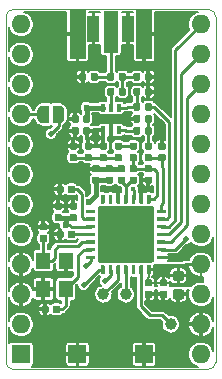
<source format=gbr>
%TF.GenerationSoftware,KiCad,Pcbnew,5.1.5-52549c5~84~ubuntu19.04.1*%
%TF.CreationDate,2020-02-22T14:45:51+00:00*%
%TF.ProjectId,ProMicro_SX1276,50726f4d-6963-4726-9f5f-535831323736,v1.0*%
%TF.SameCoordinates,Original*%
%TF.FileFunction,Copper,L1,Top*%
%TF.FilePolarity,Positive*%
%FSLAX45Y45*%
G04 Gerber Fmt 4.5, Leading zero omitted, Abs format (unit mm)*
G04 Created by KiCad (PCBNEW 5.1.5-52549c5~84~ubuntu19.04.1) date 2020-02-22 14:45:51*
%MOMM*%
%LPD*%
G04 APERTURE LIST*
%ADD10C,0.100000*%
%ADD11R,1.050000X2.200000*%
%ADD12R,1.000000X1.050000*%
%ADD13C,0.150000*%
%ADD14R,1.500000X1.500000*%
%ADD15R,0.400000X0.650000*%
%ADD16R,1.270000X3.600000*%
%ADD17R,1.350000X4.200000*%
%ADD18C,1.000000*%
%ADD19O,1.600000X1.600000*%
%ADD20R,1.600000X1.600000*%
%ADD21R,1.200000X1.400000*%
%ADD22C,0.600000*%
%ADD23C,0.500000*%
%ADD24C,0.450000*%
%ADD25C,0.400000*%
%ADD26C,0.250000*%
%ADD27C,0.200000*%
G04 APERTURE END LIST*
D10*
X18923000Y-8826500D02*
G75*
G02X18986500Y-8763000I63500J0D01*
G01*
X20637500Y-8763000D02*
G75*
G02X20701000Y-8826500I0J-63500D01*
G01*
X18986500Y-8763000D02*
X20637500Y-8763000D01*
X20701000Y-11747500D02*
G75*
G02X20637500Y-11811000I-63500J0D01*
G01*
X18986500Y-11811000D02*
G75*
G02X18923000Y-11747500I0J63500D01*
G01*
X18923000Y-11747500D02*
X18923000Y-8826500D01*
X20637500Y-11811000D02*
X18986500Y-11811000D01*
X20701000Y-8826500D02*
X20701000Y-11747500D01*
D11*
X19664500Y-8926000D03*
D12*
X19812000Y-9078500D03*
D11*
X19959500Y-8926000D03*
%TA.AperFunction,SMDPad,CuDef*%
D13*
G36*
X19239000Y-9726940D02*
G01*
X19236547Y-9726940D01*
X19231664Y-9726459D01*
X19226851Y-9725502D01*
X19222156Y-9724077D01*
X19217622Y-9722200D01*
X19213295Y-9719886D01*
X19209215Y-9717160D01*
X19205422Y-9714048D01*
X19201952Y-9710578D01*
X19198840Y-9706785D01*
X19196114Y-9702705D01*
X19193801Y-9698378D01*
X19191923Y-9693845D01*
X19190498Y-9689149D01*
X19189541Y-9684337D01*
X19189060Y-9679453D01*
X19189060Y-9677000D01*
X19189000Y-9677000D01*
X19189000Y-9627000D01*
X19189060Y-9627000D01*
X19189060Y-9624547D01*
X19189541Y-9619664D01*
X19190498Y-9614851D01*
X19191923Y-9610156D01*
X19193801Y-9605622D01*
X19196114Y-9601295D01*
X19198840Y-9597215D01*
X19201952Y-9593422D01*
X19205422Y-9589952D01*
X19209215Y-9586840D01*
X19213295Y-9584114D01*
X19217622Y-9581801D01*
X19222156Y-9579923D01*
X19226851Y-9578498D01*
X19231664Y-9577541D01*
X19236547Y-9577060D01*
X19239000Y-9577060D01*
X19239000Y-9577000D01*
X19289000Y-9577000D01*
X19289000Y-9727000D01*
X19239000Y-9727000D01*
X19239000Y-9726940D01*
G37*
%TD.AperFunction*%
%TA.AperFunction,SMDPad,CuDef*%
G36*
X19319000Y-9577000D02*
G01*
X19369000Y-9577000D01*
X19369000Y-9577060D01*
X19371453Y-9577060D01*
X19376337Y-9577541D01*
X19381149Y-9578498D01*
X19385845Y-9579923D01*
X19390378Y-9581801D01*
X19394705Y-9584114D01*
X19398785Y-9586840D01*
X19402578Y-9589952D01*
X19406048Y-9593422D01*
X19409160Y-9597215D01*
X19411886Y-9601295D01*
X19414200Y-9605622D01*
X19416077Y-9610156D01*
X19417502Y-9614851D01*
X19418459Y-9619664D01*
X19418940Y-9624547D01*
X19418940Y-9627000D01*
X19419000Y-9627000D01*
X19419000Y-9677000D01*
X19418940Y-9677000D01*
X19418940Y-9679453D01*
X19418459Y-9684337D01*
X19417502Y-9689149D01*
X19416077Y-9693845D01*
X19414200Y-9698378D01*
X19411886Y-9702705D01*
X19409160Y-9706785D01*
X19406048Y-9710578D01*
X19402578Y-9714048D01*
X19398785Y-9717160D01*
X19394705Y-9719886D01*
X19390378Y-9722200D01*
X19385845Y-9724077D01*
X19381149Y-9725502D01*
X19376337Y-9726459D01*
X19371453Y-9726940D01*
X19369000Y-9726940D01*
X19369000Y-9727000D01*
X19319000Y-9727000D01*
X19319000Y-9577000D01*
G37*
%TD.AperFunction*%
%TA.AperFunction,SMDPad,CuDef*%
G36*
X19919596Y-10082071D02*
G01*
X19921028Y-10082283D01*
X19922432Y-10082635D01*
X19923795Y-10083123D01*
X19925103Y-10083742D01*
X19926345Y-10084486D01*
X19927507Y-10085348D01*
X19928580Y-10086320D01*
X19929552Y-10087393D01*
X19930414Y-10088555D01*
X19931158Y-10089797D01*
X19931777Y-10091105D01*
X19932265Y-10092468D01*
X19932617Y-10093872D01*
X19932829Y-10095304D01*
X19932900Y-10096750D01*
X19932900Y-10126250D01*
X19932829Y-10127696D01*
X19932617Y-10129128D01*
X19932265Y-10130532D01*
X19931777Y-10131895D01*
X19931158Y-10133203D01*
X19930414Y-10134445D01*
X19929552Y-10135607D01*
X19928580Y-10136680D01*
X19927507Y-10137652D01*
X19926345Y-10138514D01*
X19925103Y-10139258D01*
X19923795Y-10139877D01*
X19922432Y-10140365D01*
X19921028Y-10140717D01*
X19919596Y-10140929D01*
X19918150Y-10141000D01*
X19883650Y-10141000D01*
X19882204Y-10140929D01*
X19880772Y-10140717D01*
X19879368Y-10140365D01*
X19878005Y-10139877D01*
X19876697Y-10139258D01*
X19875455Y-10138514D01*
X19874293Y-10137652D01*
X19873220Y-10136680D01*
X19872248Y-10135607D01*
X19871386Y-10134445D01*
X19870642Y-10133203D01*
X19870023Y-10131895D01*
X19869535Y-10130532D01*
X19869183Y-10129128D01*
X19868971Y-10127696D01*
X19868900Y-10126250D01*
X19868900Y-10096750D01*
X19868971Y-10095304D01*
X19869183Y-10093872D01*
X19869535Y-10092468D01*
X19870023Y-10091105D01*
X19870642Y-10089797D01*
X19871386Y-10088555D01*
X19872248Y-10087393D01*
X19873220Y-10086320D01*
X19874293Y-10085348D01*
X19875455Y-10084486D01*
X19876697Y-10083742D01*
X19878005Y-10083123D01*
X19879368Y-10082635D01*
X19880772Y-10082283D01*
X19882204Y-10082071D01*
X19883650Y-10082000D01*
X19918150Y-10082000D01*
X19919596Y-10082071D01*
G37*
%TD.AperFunction*%
%TA.AperFunction,SMDPad,CuDef*%
G36*
X19919596Y-10179071D02*
G01*
X19921028Y-10179283D01*
X19922432Y-10179635D01*
X19923795Y-10180123D01*
X19925103Y-10180742D01*
X19926345Y-10181486D01*
X19927507Y-10182348D01*
X19928580Y-10183320D01*
X19929552Y-10184393D01*
X19930414Y-10185555D01*
X19931158Y-10186797D01*
X19931777Y-10188105D01*
X19932265Y-10189468D01*
X19932617Y-10190872D01*
X19932829Y-10192304D01*
X19932900Y-10193750D01*
X19932900Y-10223250D01*
X19932829Y-10224696D01*
X19932617Y-10226128D01*
X19932265Y-10227532D01*
X19931777Y-10228895D01*
X19931158Y-10230203D01*
X19930414Y-10231445D01*
X19929552Y-10232607D01*
X19928580Y-10233680D01*
X19927507Y-10234652D01*
X19926345Y-10235514D01*
X19925103Y-10236258D01*
X19923795Y-10236877D01*
X19922432Y-10237365D01*
X19921028Y-10237717D01*
X19919596Y-10237929D01*
X19918150Y-10238000D01*
X19883650Y-10238000D01*
X19882204Y-10237929D01*
X19880772Y-10237717D01*
X19879368Y-10237365D01*
X19878005Y-10236877D01*
X19876697Y-10236258D01*
X19875455Y-10235514D01*
X19874293Y-10234652D01*
X19873220Y-10233680D01*
X19872248Y-10232607D01*
X19871386Y-10231445D01*
X19870642Y-10230203D01*
X19870023Y-10228895D01*
X19869535Y-10227532D01*
X19869183Y-10226128D01*
X19868971Y-10224696D01*
X19868900Y-10223250D01*
X19868900Y-10193750D01*
X19868971Y-10192304D01*
X19869183Y-10190872D01*
X19869535Y-10189468D01*
X19870023Y-10188105D01*
X19870642Y-10186797D01*
X19871386Y-10185555D01*
X19872248Y-10184393D01*
X19873220Y-10183320D01*
X19874293Y-10182348D01*
X19875455Y-10181486D01*
X19876697Y-10180742D01*
X19878005Y-10180123D01*
X19879368Y-10179635D01*
X19880772Y-10179283D01*
X19882204Y-10179071D01*
X19883650Y-10179000D01*
X19918150Y-10179000D01*
X19919596Y-10179071D01*
G37*
%TD.AperFunction*%
%TA.AperFunction,SMDPad,CuDef*%
G36*
X20262496Y-9891571D02*
G01*
X20263928Y-9891783D01*
X20265332Y-9892135D01*
X20266695Y-9892623D01*
X20268003Y-9893242D01*
X20269245Y-9893986D01*
X20270407Y-9894848D01*
X20271480Y-9895820D01*
X20272452Y-9896893D01*
X20273314Y-9898055D01*
X20274058Y-9899297D01*
X20274677Y-9900605D01*
X20275165Y-9901968D01*
X20275517Y-9903372D01*
X20275729Y-9904804D01*
X20275800Y-9906250D01*
X20275800Y-9935750D01*
X20275729Y-9937196D01*
X20275517Y-9938628D01*
X20275165Y-9940032D01*
X20274677Y-9941395D01*
X20274058Y-9942703D01*
X20273314Y-9943945D01*
X20272452Y-9945107D01*
X20271480Y-9946180D01*
X20270407Y-9947152D01*
X20269245Y-9948014D01*
X20268003Y-9948758D01*
X20266695Y-9949377D01*
X20265332Y-9949865D01*
X20263928Y-9950217D01*
X20262496Y-9950429D01*
X20261050Y-9950500D01*
X20226550Y-9950500D01*
X20225104Y-9950429D01*
X20223672Y-9950217D01*
X20222268Y-9949865D01*
X20220905Y-9949377D01*
X20219597Y-9948758D01*
X20218355Y-9948014D01*
X20217193Y-9947152D01*
X20216120Y-9946180D01*
X20215148Y-9945107D01*
X20214286Y-9943945D01*
X20213542Y-9942703D01*
X20212923Y-9941395D01*
X20212435Y-9940032D01*
X20212083Y-9938628D01*
X20211871Y-9937196D01*
X20211800Y-9935750D01*
X20211800Y-9906250D01*
X20211871Y-9904804D01*
X20212083Y-9903372D01*
X20212435Y-9901968D01*
X20212923Y-9900605D01*
X20213542Y-9899297D01*
X20214286Y-9898055D01*
X20215148Y-9896893D01*
X20216120Y-9895820D01*
X20217193Y-9894848D01*
X20218355Y-9893986D01*
X20219597Y-9893242D01*
X20220905Y-9892623D01*
X20222268Y-9892135D01*
X20223672Y-9891783D01*
X20225104Y-9891571D01*
X20226550Y-9891500D01*
X20261050Y-9891500D01*
X20262496Y-9891571D01*
G37*
%TD.AperFunction*%
%TA.AperFunction,SMDPad,CuDef*%
G36*
X20262496Y-9988571D02*
G01*
X20263928Y-9988783D01*
X20265332Y-9989135D01*
X20266695Y-9989623D01*
X20268003Y-9990242D01*
X20269245Y-9990986D01*
X20270407Y-9991848D01*
X20271480Y-9992820D01*
X20272452Y-9993893D01*
X20273314Y-9995055D01*
X20274058Y-9996297D01*
X20274677Y-9997605D01*
X20275165Y-9998968D01*
X20275517Y-10000372D01*
X20275729Y-10001804D01*
X20275800Y-10003250D01*
X20275800Y-10032750D01*
X20275729Y-10034196D01*
X20275517Y-10035628D01*
X20275165Y-10037032D01*
X20274677Y-10038395D01*
X20274058Y-10039703D01*
X20273314Y-10040945D01*
X20272452Y-10042107D01*
X20271480Y-10043180D01*
X20270407Y-10044152D01*
X20269245Y-10045014D01*
X20268003Y-10045758D01*
X20266695Y-10046377D01*
X20265332Y-10046865D01*
X20263928Y-10047217D01*
X20262496Y-10047429D01*
X20261050Y-10047500D01*
X20226550Y-10047500D01*
X20225104Y-10047429D01*
X20223672Y-10047217D01*
X20222268Y-10046865D01*
X20220905Y-10046377D01*
X20219597Y-10045758D01*
X20218355Y-10045014D01*
X20217193Y-10044152D01*
X20216120Y-10043180D01*
X20215148Y-10042107D01*
X20214286Y-10040945D01*
X20213542Y-10039703D01*
X20212923Y-10038395D01*
X20212435Y-10037032D01*
X20212083Y-10035628D01*
X20211871Y-10034196D01*
X20211800Y-10032750D01*
X20211800Y-10003250D01*
X20211871Y-10001804D01*
X20212083Y-10000372D01*
X20212435Y-9998968D01*
X20212923Y-9997605D01*
X20213542Y-9996297D01*
X20214286Y-9995055D01*
X20215148Y-9993893D01*
X20216120Y-9992820D01*
X20217193Y-9991848D01*
X20218355Y-9990986D01*
X20219597Y-9990242D01*
X20220905Y-9989623D01*
X20222268Y-9989135D01*
X20223672Y-9988783D01*
X20225104Y-9988571D01*
X20226550Y-9988500D01*
X20261050Y-9988500D01*
X20262496Y-9988571D01*
G37*
%TD.AperFunction*%
D14*
X20093940Y-11684000D03*
X19529298Y-11684000D03*
%TA.AperFunction,SMDPad,CuDef*%
D13*
G36*
X19525696Y-9658171D02*
G01*
X19527128Y-9658383D01*
X19528532Y-9658735D01*
X19529895Y-9659223D01*
X19531203Y-9659842D01*
X19532445Y-9660586D01*
X19533607Y-9661448D01*
X19534680Y-9662420D01*
X19535652Y-9663493D01*
X19536514Y-9664655D01*
X19537258Y-9665897D01*
X19537877Y-9667205D01*
X19538365Y-9668568D01*
X19538717Y-9669972D01*
X19538929Y-9671404D01*
X19539000Y-9672850D01*
X19539000Y-9707350D01*
X19538929Y-9708796D01*
X19538717Y-9710228D01*
X19538365Y-9711632D01*
X19537877Y-9712995D01*
X19537258Y-9714303D01*
X19536514Y-9715545D01*
X19535652Y-9716707D01*
X19534680Y-9717780D01*
X19533607Y-9718752D01*
X19532445Y-9719614D01*
X19531203Y-9720358D01*
X19529895Y-9720977D01*
X19528532Y-9721465D01*
X19527128Y-9721817D01*
X19525696Y-9722029D01*
X19524250Y-9722100D01*
X19494750Y-9722100D01*
X19493304Y-9722029D01*
X19491872Y-9721817D01*
X19490468Y-9721465D01*
X19489105Y-9720977D01*
X19487797Y-9720358D01*
X19486555Y-9719614D01*
X19485393Y-9718752D01*
X19484320Y-9717780D01*
X19483348Y-9716707D01*
X19482486Y-9715545D01*
X19481742Y-9714303D01*
X19481123Y-9712995D01*
X19480635Y-9711632D01*
X19480283Y-9710228D01*
X19480071Y-9708796D01*
X19480000Y-9707350D01*
X19480000Y-9672850D01*
X19480071Y-9671404D01*
X19480283Y-9669972D01*
X19480635Y-9668568D01*
X19481123Y-9667205D01*
X19481742Y-9665897D01*
X19482486Y-9664655D01*
X19483348Y-9663493D01*
X19484320Y-9662420D01*
X19485393Y-9661448D01*
X19486555Y-9660586D01*
X19487797Y-9659842D01*
X19489105Y-9659223D01*
X19490468Y-9658735D01*
X19491872Y-9658383D01*
X19493304Y-9658171D01*
X19494750Y-9658100D01*
X19524250Y-9658100D01*
X19525696Y-9658171D01*
G37*
%TD.AperFunction*%
%TA.AperFunction,SMDPad,CuDef*%
G36*
X19622696Y-9658171D02*
G01*
X19624128Y-9658383D01*
X19625532Y-9658735D01*
X19626895Y-9659223D01*
X19628203Y-9659842D01*
X19629445Y-9660586D01*
X19630607Y-9661448D01*
X19631680Y-9662420D01*
X19632652Y-9663493D01*
X19633514Y-9664655D01*
X19634258Y-9665897D01*
X19634877Y-9667205D01*
X19635365Y-9668568D01*
X19635717Y-9669972D01*
X19635929Y-9671404D01*
X19636000Y-9672850D01*
X19636000Y-9707350D01*
X19635929Y-9708796D01*
X19635717Y-9710228D01*
X19635365Y-9711632D01*
X19634877Y-9712995D01*
X19634258Y-9714303D01*
X19633514Y-9715545D01*
X19632652Y-9716707D01*
X19631680Y-9717780D01*
X19630607Y-9718752D01*
X19629445Y-9719614D01*
X19628203Y-9720358D01*
X19626895Y-9720977D01*
X19625532Y-9721465D01*
X19624128Y-9721817D01*
X19622696Y-9722029D01*
X19621250Y-9722100D01*
X19591750Y-9722100D01*
X19590304Y-9722029D01*
X19588872Y-9721817D01*
X19587468Y-9721465D01*
X19586105Y-9720977D01*
X19584797Y-9720358D01*
X19583555Y-9719614D01*
X19582393Y-9718752D01*
X19581320Y-9717780D01*
X19580348Y-9716707D01*
X19579486Y-9715545D01*
X19578742Y-9714303D01*
X19578123Y-9712995D01*
X19577635Y-9711632D01*
X19577283Y-9710228D01*
X19577071Y-9708796D01*
X19577000Y-9707350D01*
X19577000Y-9672850D01*
X19577071Y-9671404D01*
X19577283Y-9669972D01*
X19577635Y-9668568D01*
X19578123Y-9667205D01*
X19578742Y-9665897D01*
X19579486Y-9664655D01*
X19580348Y-9663493D01*
X19581320Y-9662420D01*
X19582393Y-9661448D01*
X19583555Y-9660586D01*
X19584797Y-9659842D01*
X19586105Y-9659223D01*
X19587468Y-9658735D01*
X19588872Y-9658383D01*
X19590304Y-9658171D01*
X19591750Y-9658100D01*
X19621250Y-9658100D01*
X19622696Y-9658171D01*
G37*
%TD.AperFunction*%
%TA.AperFunction,SMDPad,CuDef*%
G36*
X20145696Y-9429571D02*
G01*
X20147128Y-9429783D01*
X20148532Y-9430135D01*
X20149895Y-9430623D01*
X20151203Y-9431242D01*
X20152445Y-9431986D01*
X20153607Y-9432848D01*
X20154680Y-9433820D01*
X20155652Y-9434893D01*
X20156514Y-9436055D01*
X20157258Y-9437297D01*
X20157877Y-9438605D01*
X20158365Y-9439968D01*
X20158717Y-9441372D01*
X20158929Y-9442804D01*
X20159000Y-9444250D01*
X20159000Y-9478750D01*
X20158929Y-9480196D01*
X20158717Y-9481628D01*
X20158365Y-9483032D01*
X20157877Y-9484395D01*
X20157258Y-9485703D01*
X20156514Y-9486945D01*
X20155652Y-9488107D01*
X20154680Y-9489180D01*
X20153607Y-9490152D01*
X20152445Y-9491014D01*
X20151203Y-9491758D01*
X20149895Y-9492377D01*
X20148532Y-9492865D01*
X20147128Y-9493217D01*
X20145696Y-9493429D01*
X20144250Y-9493500D01*
X20114750Y-9493500D01*
X20113304Y-9493429D01*
X20111872Y-9493217D01*
X20110468Y-9492865D01*
X20109105Y-9492377D01*
X20107797Y-9491758D01*
X20106555Y-9491014D01*
X20105393Y-9490152D01*
X20104320Y-9489180D01*
X20103348Y-9488107D01*
X20102486Y-9486945D01*
X20101742Y-9485703D01*
X20101123Y-9484395D01*
X20100635Y-9483032D01*
X20100283Y-9481628D01*
X20100071Y-9480196D01*
X20100000Y-9478750D01*
X20100000Y-9444250D01*
X20100071Y-9442804D01*
X20100283Y-9441372D01*
X20100635Y-9439968D01*
X20101123Y-9438605D01*
X20101742Y-9437297D01*
X20102486Y-9436055D01*
X20103348Y-9434893D01*
X20104320Y-9433820D01*
X20105393Y-9432848D01*
X20106555Y-9431986D01*
X20107797Y-9431242D01*
X20109105Y-9430623D01*
X20110468Y-9430135D01*
X20111872Y-9429783D01*
X20113304Y-9429571D01*
X20114750Y-9429500D01*
X20144250Y-9429500D01*
X20145696Y-9429571D01*
G37*
%TD.AperFunction*%
%TA.AperFunction,SMDPad,CuDef*%
G36*
X20048696Y-9429571D02*
G01*
X20050128Y-9429783D01*
X20051532Y-9430135D01*
X20052895Y-9430623D01*
X20054203Y-9431242D01*
X20055445Y-9431986D01*
X20056607Y-9432848D01*
X20057680Y-9433820D01*
X20058652Y-9434893D01*
X20059514Y-9436055D01*
X20060258Y-9437297D01*
X20060877Y-9438605D01*
X20061365Y-9439968D01*
X20061717Y-9441372D01*
X20061929Y-9442804D01*
X20062000Y-9444250D01*
X20062000Y-9478750D01*
X20061929Y-9480196D01*
X20061717Y-9481628D01*
X20061365Y-9483032D01*
X20060877Y-9484395D01*
X20060258Y-9485703D01*
X20059514Y-9486945D01*
X20058652Y-9488107D01*
X20057680Y-9489180D01*
X20056607Y-9490152D01*
X20055445Y-9491014D01*
X20054203Y-9491758D01*
X20052895Y-9492377D01*
X20051532Y-9492865D01*
X20050128Y-9493217D01*
X20048696Y-9493429D01*
X20047250Y-9493500D01*
X20017750Y-9493500D01*
X20016304Y-9493429D01*
X20014872Y-9493217D01*
X20013468Y-9492865D01*
X20012105Y-9492377D01*
X20010797Y-9491758D01*
X20009555Y-9491014D01*
X20008393Y-9490152D01*
X20007320Y-9489180D01*
X20006348Y-9488107D01*
X20005486Y-9486945D01*
X20004742Y-9485703D01*
X20004123Y-9484395D01*
X20003635Y-9483032D01*
X20003283Y-9481628D01*
X20003071Y-9480196D01*
X20003000Y-9478750D01*
X20003000Y-9444250D01*
X20003071Y-9442804D01*
X20003283Y-9441372D01*
X20003635Y-9439968D01*
X20004123Y-9438605D01*
X20004742Y-9437297D01*
X20005486Y-9436055D01*
X20006348Y-9434893D01*
X20007320Y-9433820D01*
X20008393Y-9432848D01*
X20009555Y-9431986D01*
X20010797Y-9431242D01*
X20012105Y-9430623D01*
X20013468Y-9430135D01*
X20014872Y-9429783D01*
X20016304Y-9429571D01*
X20017750Y-9429500D01*
X20047250Y-9429500D01*
X20048696Y-9429571D01*
G37*
%TD.AperFunction*%
%TA.AperFunction,SMDPad,CuDef*%
G36*
X19640196Y-9988571D02*
G01*
X19641628Y-9988783D01*
X19643032Y-9989135D01*
X19644395Y-9989623D01*
X19645703Y-9990242D01*
X19646945Y-9990986D01*
X19648107Y-9991848D01*
X19649180Y-9992820D01*
X19650152Y-9993893D01*
X19651014Y-9995055D01*
X19651758Y-9996297D01*
X19652377Y-9997605D01*
X19652865Y-9998968D01*
X19653217Y-10000372D01*
X19653429Y-10001804D01*
X19653500Y-10003250D01*
X19653500Y-10032750D01*
X19653429Y-10034196D01*
X19653217Y-10035628D01*
X19652865Y-10037032D01*
X19652377Y-10038395D01*
X19651758Y-10039703D01*
X19651014Y-10040945D01*
X19650152Y-10042107D01*
X19649180Y-10043180D01*
X19648107Y-10044152D01*
X19646945Y-10045014D01*
X19645703Y-10045758D01*
X19644395Y-10046377D01*
X19643032Y-10046865D01*
X19641628Y-10047217D01*
X19640196Y-10047429D01*
X19638750Y-10047500D01*
X19604250Y-10047500D01*
X19602804Y-10047429D01*
X19601372Y-10047217D01*
X19599968Y-10046865D01*
X19598605Y-10046377D01*
X19597297Y-10045758D01*
X19596055Y-10045014D01*
X19594893Y-10044152D01*
X19593820Y-10043180D01*
X19592848Y-10042107D01*
X19591986Y-10040945D01*
X19591242Y-10039703D01*
X19590623Y-10038395D01*
X19590135Y-10037032D01*
X19589783Y-10035628D01*
X19589571Y-10034196D01*
X19589500Y-10032750D01*
X19589500Y-10003250D01*
X19589571Y-10001804D01*
X19589783Y-10000372D01*
X19590135Y-9998968D01*
X19590623Y-9997605D01*
X19591242Y-9996297D01*
X19591986Y-9995055D01*
X19592848Y-9993893D01*
X19593820Y-9992820D01*
X19594893Y-9991848D01*
X19596055Y-9990986D01*
X19597297Y-9990242D01*
X19598605Y-9989623D01*
X19599968Y-9989135D01*
X19601372Y-9988783D01*
X19602804Y-9988571D01*
X19604250Y-9988500D01*
X19638750Y-9988500D01*
X19640196Y-9988571D01*
G37*
%TD.AperFunction*%
%TA.AperFunction,SMDPad,CuDef*%
G36*
X19640196Y-9891571D02*
G01*
X19641628Y-9891783D01*
X19643032Y-9892135D01*
X19644395Y-9892623D01*
X19645703Y-9893242D01*
X19646945Y-9893986D01*
X19648107Y-9894848D01*
X19649180Y-9895820D01*
X19650152Y-9896893D01*
X19651014Y-9898055D01*
X19651758Y-9899297D01*
X19652377Y-9900605D01*
X19652865Y-9901968D01*
X19653217Y-9903372D01*
X19653429Y-9904804D01*
X19653500Y-9906250D01*
X19653500Y-9935750D01*
X19653429Y-9937196D01*
X19653217Y-9938628D01*
X19652865Y-9940032D01*
X19652377Y-9941395D01*
X19651758Y-9942703D01*
X19651014Y-9943945D01*
X19650152Y-9945107D01*
X19649180Y-9946180D01*
X19648107Y-9947152D01*
X19646945Y-9948014D01*
X19645703Y-9948758D01*
X19644395Y-9949377D01*
X19643032Y-9949865D01*
X19641628Y-9950217D01*
X19640196Y-9950429D01*
X19638750Y-9950500D01*
X19604250Y-9950500D01*
X19602804Y-9950429D01*
X19601372Y-9950217D01*
X19599968Y-9949865D01*
X19598605Y-9949377D01*
X19597297Y-9948758D01*
X19596055Y-9948014D01*
X19594893Y-9947152D01*
X19593820Y-9946180D01*
X19592848Y-9945107D01*
X19591986Y-9943945D01*
X19591242Y-9942703D01*
X19590623Y-9941395D01*
X19590135Y-9940032D01*
X19589783Y-9938628D01*
X19589571Y-9937196D01*
X19589500Y-9935750D01*
X19589500Y-9906250D01*
X19589571Y-9904804D01*
X19589783Y-9903372D01*
X19590135Y-9901968D01*
X19590623Y-9900605D01*
X19591242Y-9899297D01*
X19591986Y-9898055D01*
X19592848Y-9896893D01*
X19593820Y-9895820D01*
X19594893Y-9894848D01*
X19596055Y-9893986D01*
X19597297Y-9893242D01*
X19598605Y-9892623D01*
X19599968Y-9892135D01*
X19601372Y-9891783D01*
X19602804Y-9891571D01*
X19604250Y-9891500D01*
X19638750Y-9891500D01*
X19640196Y-9891571D01*
G37*
%TD.AperFunction*%
%TA.AperFunction,SMDPad,CuDef*%
G36*
X19589196Y-9302571D02*
G01*
X19590628Y-9302783D01*
X19592032Y-9303135D01*
X19593395Y-9303623D01*
X19594703Y-9304242D01*
X19595945Y-9304986D01*
X19597107Y-9305848D01*
X19598180Y-9306820D01*
X19599152Y-9307893D01*
X19600014Y-9309055D01*
X19600758Y-9310297D01*
X19601377Y-9311605D01*
X19601865Y-9312968D01*
X19602217Y-9314372D01*
X19602429Y-9315804D01*
X19602500Y-9317250D01*
X19602500Y-9351750D01*
X19602429Y-9353196D01*
X19602217Y-9354628D01*
X19601865Y-9356032D01*
X19601377Y-9357395D01*
X19600758Y-9358703D01*
X19600014Y-9359945D01*
X19599152Y-9361107D01*
X19598180Y-9362180D01*
X19597107Y-9363152D01*
X19595945Y-9364014D01*
X19594703Y-9364758D01*
X19593395Y-9365377D01*
X19592032Y-9365865D01*
X19590628Y-9366217D01*
X19589196Y-9366429D01*
X19587750Y-9366500D01*
X19558250Y-9366500D01*
X19556804Y-9366429D01*
X19555372Y-9366217D01*
X19553968Y-9365865D01*
X19552605Y-9365377D01*
X19551297Y-9364758D01*
X19550055Y-9364014D01*
X19548893Y-9363152D01*
X19547820Y-9362180D01*
X19546848Y-9361107D01*
X19545986Y-9359945D01*
X19545242Y-9358703D01*
X19544623Y-9357395D01*
X19544135Y-9356032D01*
X19543783Y-9354628D01*
X19543571Y-9353196D01*
X19543500Y-9351750D01*
X19543500Y-9317250D01*
X19543571Y-9315804D01*
X19543783Y-9314372D01*
X19544135Y-9312968D01*
X19544623Y-9311605D01*
X19545242Y-9310297D01*
X19545986Y-9309055D01*
X19546848Y-9307893D01*
X19547820Y-9306820D01*
X19548893Y-9305848D01*
X19550055Y-9304986D01*
X19551297Y-9304242D01*
X19552605Y-9303623D01*
X19553968Y-9303135D01*
X19555372Y-9302783D01*
X19556804Y-9302571D01*
X19558250Y-9302500D01*
X19587750Y-9302500D01*
X19589196Y-9302571D01*
G37*
%TD.AperFunction*%
%TA.AperFunction,SMDPad,CuDef*%
G36*
X19686196Y-9302571D02*
G01*
X19687628Y-9302783D01*
X19689032Y-9303135D01*
X19690395Y-9303623D01*
X19691703Y-9304242D01*
X19692945Y-9304986D01*
X19694107Y-9305848D01*
X19695180Y-9306820D01*
X19696152Y-9307893D01*
X19697014Y-9309055D01*
X19697758Y-9310297D01*
X19698377Y-9311605D01*
X19698865Y-9312968D01*
X19699217Y-9314372D01*
X19699429Y-9315804D01*
X19699500Y-9317250D01*
X19699500Y-9351750D01*
X19699429Y-9353196D01*
X19699217Y-9354628D01*
X19698865Y-9356032D01*
X19698377Y-9357395D01*
X19697758Y-9358703D01*
X19697014Y-9359945D01*
X19696152Y-9361107D01*
X19695180Y-9362180D01*
X19694107Y-9363152D01*
X19692945Y-9364014D01*
X19691703Y-9364758D01*
X19690395Y-9365377D01*
X19689032Y-9365865D01*
X19687628Y-9366217D01*
X19686196Y-9366429D01*
X19684750Y-9366500D01*
X19655250Y-9366500D01*
X19653804Y-9366429D01*
X19652372Y-9366217D01*
X19650968Y-9365865D01*
X19649605Y-9365377D01*
X19648297Y-9364758D01*
X19647055Y-9364014D01*
X19645893Y-9363152D01*
X19644820Y-9362180D01*
X19643848Y-9361107D01*
X19642986Y-9359945D01*
X19642242Y-9358703D01*
X19641623Y-9357395D01*
X19641135Y-9356032D01*
X19640783Y-9354628D01*
X19640571Y-9353196D01*
X19640500Y-9351750D01*
X19640500Y-9317250D01*
X19640571Y-9315804D01*
X19640783Y-9314372D01*
X19641135Y-9312968D01*
X19641623Y-9311605D01*
X19642242Y-9310297D01*
X19642986Y-9309055D01*
X19643848Y-9307893D01*
X19644820Y-9306820D01*
X19645893Y-9305848D01*
X19647055Y-9304986D01*
X19648297Y-9304242D01*
X19649605Y-9303623D01*
X19650968Y-9303135D01*
X19652372Y-9302783D01*
X19653804Y-9302571D01*
X19655250Y-9302500D01*
X19684750Y-9302500D01*
X19686196Y-9302571D01*
G37*
%TD.AperFunction*%
%TA.AperFunction,SMDPad,CuDef*%
G36*
X20145696Y-9302571D02*
G01*
X20147128Y-9302783D01*
X20148532Y-9303135D01*
X20149895Y-9303623D01*
X20151203Y-9304242D01*
X20152445Y-9304986D01*
X20153607Y-9305848D01*
X20154680Y-9306820D01*
X20155652Y-9307893D01*
X20156514Y-9309055D01*
X20157258Y-9310297D01*
X20157877Y-9311605D01*
X20158365Y-9312968D01*
X20158717Y-9314372D01*
X20158929Y-9315804D01*
X20159000Y-9317250D01*
X20159000Y-9351750D01*
X20158929Y-9353196D01*
X20158717Y-9354628D01*
X20158365Y-9356032D01*
X20157877Y-9357395D01*
X20157258Y-9358703D01*
X20156514Y-9359945D01*
X20155652Y-9361107D01*
X20154680Y-9362180D01*
X20153607Y-9363152D01*
X20152445Y-9364014D01*
X20151203Y-9364758D01*
X20149895Y-9365377D01*
X20148532Y-9365865D01*
X20147128Y-9366217D01*
X20145696Y-9366429D01*
X20144250Y-9366500D01*
X20114750Y-9366500D01*
X20113304Y-9366429D01*
X20111872Y-9366217D01*
X20110468Y-9365865D01*
X20109105Y-9365377D01*
X20107797Y-9364758D01*
X20106555Y-9364014D01*
X20105393Y-9363152D01*
X20104320Y-9362180D01*
X20103348Y-9361107D01*
X20102486Y-9359945D01*
X20101742Y-9358703D01*
X20101123Y-9357395D01*
X20100635Y-9356032D01*
X20100283Y-9354628D01*
X20100071Y-9353196D01*
X20100000Y-9351750D01*
X20100000Y-9317250D01*
X20100071Y-9315804D01*
X20100283Y-9314372D01*
X20100635Y-9312968D01*
X20101123Y-9311605D01*
X20101742Y-9310297D01*
X20102486Y-9309055D01*
X20103348Y-9307893D01*
X20104320Y-9306820D01*
X20105393Y-9305848D01*
X20106555Y-9304986D01*
X20107797Y-9304242D01*
X20109105Y-9303623D01*
X20110468Y-9303135D01*
X20111872Y-9302783D01*
X20113304Y-9302571D01*
X20114750Y-9302500D01*
X20144250Y-9302500D01*
X20145696Y-9302571D01*
G37*
%TD.AperFunction*%
%TA.AperFunction,SMDPad,CuDef*%
G36*
X20048696Y-9302571D02*
G01*
X20050128Y-9302783D01*
X20051532Y-9303135D01*
X20052895Y-9303623D01*
X20054203Y-9304242D01*
X20055445Y-9304986D01*
X20056607Y-9305848D01*
X20057680Y-9306820D01*
X20058652Y-9307893D01*
X20059514Y-9309055D01*
X20060258Y-9310297D01*
X20060877Y-9311605D01*
X20061365Y-9312968D01*
X20061717Y-9314372D01*
X20061929Y-9315804D01*
X20062000Y-9317250D01*
X20062000Y-9351750D01*
X20061929Y-9353196D01*
X20061717Y-9354628D01*
X20061365Y-9356032D01*
X20060877Y-9357395D01*
X20060258Y-9358703D01*
X20059514Y-9359945D01*
X20058652Y-9361107D01*
X20057680Y-9362180D01*
X20056607Y-9363152D01*
X20055445Y-9364014D01*
X20054203Y-9364758D01*
X20052895Y-9365377D01*
X20051532Y-9365865D01*
X20050128Y-9366217D01*
X20048696Y-9366429D01*
X20047250Y-9366500D01*
X20017750Y-9366500D01*
X20016304Y-9366429D01*
X20014872Y-9366217D01*
X20013468Y-9365865D01*
X20012105Y-9365377D01*
X20010797Y-9364758D01*
X20009555Y-9364014D01*
X20008393Y-9363152D01*
X20007320Y-9362180D01*
X20006348Y-9361107D01*
X20005486Y-9359945D01*
X20004742Y-9358703D01*
X20004123Y-9357395D01*
X20003635Y-9356032D01*
X20003283Y-9354628D01*
X20003071Y-9353196D01*
X20003000Y-9351750D01*
X20003000Y-9317250D01*
X20003071Y-9315804D01*
X20003283Y-9314372D01*
X20003635Y-9312968D01*
X20004123Y-9311605D01*
X20004742Y-9310297D01*
X20005486Y-9309055D01*
X20006348Y-9307893D01*
X20007320Y-9306820D01*
X20008393Y-9305848D01*
X20009555Y-9304986D01*
X20010797Y-9304242D01*
X20012105Y-9303623D01*
X20013468Y-9303135D01*
X20014872Y-9302783D01*
X20016304Y-9302571D01*
X20017750Y-9302500D01*
X20047250Y-9302500D01*
X20048696Y-9302571D01*
G37*
%TD.AperFunction*%
%TA.AperFunction,SMDPad,CuDef*%
G36*
X19828196Y-9429571D02*
G01*
X19829628Y-9429783D01*
X19831032Y-9430135D01*
X19832395Y-9430623D01*
X19833703Y-9431242D01*
X19834945Y-9431986D01*
X19836107Y-9432848D01*
X19837180Y-9433820D01*
X19838152Y-9434893D01*
X19839014Y-9436055D01*
X19839758Y-9437297D01*
X19840377Y-9438605D01*
X19840865Y-9439968D01*
X19841217Y-9441372D01*
X19841429Y-9442804D01*
X19841500Y-9444250D01*
X19841500Y-9478750D01*
X19841429Y-9480196D01*
X19841217Y-9481628D01*
X19840865Y-9483032D01*
X19840377Y-9484395D01*
X19839758Y-9485703D01*
X19839014Y-9486945D01*
X19838152Y-9488107D01*
X19837180Y-9489180D01*
X19836107Y-9490152D01*
X19834945Y-9491014D01*
X19833703Y-9491758D01*
X19832395Y-9492377D01*
X19831032Y-9492865D01*
X19829628Y-9493217D01*
X19828196Y-9493429D01*
X19826750Y-9493500D01*
X19797250Y-9493500D01*
X19795804Y-9493429D01*
X19794372Y-9493217D01*
X19792968Y-9492865D01*
X19791605Y-9492377D01*
X19790297Y-9491758D01*
X19789055Y-9491014D01*
X19787893Y-9490152D01*
X19786820Y-9489180D01*
X19785848Y-9488107D01*
X19784986Y-9486945D01*
X19784242Y-9485703D01*
X19783623Y-9484395D01*
X19783135Y-9483032D01*
X19782783Y-9481628D01*
X19782571Y-9480196D01*
X19782500Y-9478750D01*
X19782500Y-9444250D01*
X19782571Y-9442804D01*
X19782783Y-9441372D01*
X19783135Y-9439968D01*
X19783623Y-9438605D01*
X19784242Y-9437297D01*
X19784986Y-9436055D01*
X19785848Y-9434893D01*
X19786820Y-9433820D01*
X19787893Y-9432848D01*
X19789055Y-9431986D01*
X19790297Y-9431242D01*
X19791605Y-9430623D01*
X19792968Y-9430135D01*
X19794372Y-9429783D01*
X19795804Y-9429571D01*
X19797250Y-9429500D01*
X19826750Y-9429500D01*
X19828196Y-9429571D01*
G37*
%TD.AperFunction*%
%TA.AperFunction,SMDPad,CuDef*%
G36*
X19925196Y-9429571D02*
G01*
X19926628Y-9429783D01*
X19928032Y-9430135D01*
X19929395Y-9430623D01*
X19930703Y-9431242D01*
X19931945Y-9431986D01*
X19933107Y-9432848D01*
X19934180Y-9433820D01*
X19935152Y-9434893D01*
X19936014Y-9436055D01*
X19936758Y-9437297D01*
X19937377Y-9438605D01*
X19937865Y-9439968D01*
X19938217Y-9441372D01*
X19938429Y-9442804D01*
X19938500Y-9444250D01*
X19938500Y-9478750D01*
X19938429Y-9480196D01*
X19938217Y-9481628D01*
X19937865Y-9483032D01*
X19937377Y-9484395D01*
X19936758Y-9485703D01*
X19936014Y-9486945D01*
X19935152Y-9488107D01*
X19934180Y-9489180D01*
X19933107Y-9490152D01*
X19931945Y-9491014D01*
X19930703Y-9491758D01*
X19929395Y-9492377D01*
X19928032Y-9492865D01*
X19926628Y-9493217D01*
X19925196Y-9493429D01*
X19923750Y-9493500D01*
X19894250Y-9493500D01*
X19892804Y-9493429D01*
X19891372Y-9493217D01*
X19889968Y-9492865D01*
X19888605Y-9492377D01*
X19887297Y-9491758D01*
X19886055Y-9491014D01*
X19884893Y-9490152D01*
X19883820Y-9489180D01*
X19882848Y-9488107D01*
X19881986Y-9486945D01*
X19881242Y-9485703D01*
X19880623Y-9484395D01*
X19880135Y-9483032D01*
X19879783Y-9481628D01*
X19879571Y-9480196D01*
X19879500Y-9478750D01*
X19879500Y-9444250D01*
X19879571Y-9442804D01*
X19879783Y-9441372D01*
X19880135Y-9439968D01*
X19880623Y-9438605D01*
X19881242Y-9437297D01*
X19881986Y-9436055D01*
X19882848Y-9434893D01*
X19883820Y-9433820D01*
X19884893Y-9432848D01*
X19886055Y-9431986D01*
X19887297Y-9431242D01*
X19888605Y-9430623D01*
X19889968Y-9430135D01*
X19891372Y-9429783D01*
X19892804Y-9429571D01*
X19894250Y-9429500D01*
X19923750Y-9429500D01*
X19925196Y-9429571D01*
G37*
%TD.AperFunction*%
%TA.AperFunction,SMDPad,CuDef*%
G36*
X19525696Y-9759771D02*
G01*
X19527128Y-9759983D01*
X19528532Y-9760335D01*
X19529895Y-9760823D01*
X19531203Y-9761442D01*
X19532445Y-9762186D01*
X19533607Y-9763048D01*
X19534680Y-9764020D01*
X19535652Y-9765093D01*
X19536514Y-9766255D01*
X19537258Y-9767497D01*
X19537877Y-9768805D01*
X19538365Y-9770168D01*
X19538717Y-9771572D01*
X19538929Y-9773004D01*
X19539000Y-9774450D01*
X19539000Y-9808950D01*
X19538929Y-9810396D01*
X19538717Y-9811828D01*
X19538365Y-9813232D01*
X19537877Y-9814595D01*
X19537258Y-9815903D01*
X19536514Y-9817145D01*
X19535652Y-9818307D01*
X19534680Y-9819380D01*
X19533607Y-9820352D01*
X19532445Y-9821214D01*
X19531203Y-9821958D01*
X19529895Y-9822577D01*
X19528532Y-9823065D01*
X19527128Y-9823417D01*
X19525696Y-9823629D01*
X19524250Y-9823700D01*
X19494750Y-9823700D01*
X19493304Y-9823629D01*
X19491872Y-9823417D01*
X19490468Y-9823065D01*
X19489105Y-9822577D01*
X19487797Y-9821958D01*
X19486555Y-9821214D01*
X19485393Y-9820352D01*
X19484320Y-9819380D01*
X19483348Y-9818307D01*
X19482486Y-9817145D01*
X19481742Y-9815903D01*
X19481123Y-9814595D01*
X19480635Y-9813232D01*
X19480283Y-9811828D01*
X19480071Y-9810396D01*
X19480000Y-9808950D01*
X19480000Y-9774450D01*
X19480071Y-9773004D01*
X19480283Y-9771572D01*
X19480635Y-9770168D01*
X19481123Y-9768805D01*
X19481742Y-9767497D01*
X19482486Y-9766255D01*
X19483348Y-9765093D01*
X19484320Y-9764020D01*
X19485393Y-9763048D01*
X19486555Y-9762186D01*
X19487797Y-9761442D01*
X19489105Y-9760823D01*
X19490468Y-9760335D01*
X19491872Y-9759983D01*
X19493304Y-9759771D01*
X19494750Y-9759700D01*
X19524250Y-9759700D01*
X19525696Y-9759771D01*
G37*
%TD.AperFunction*%
%TA.AperFunction,SMDPad,CuDef*%
G36*
X19622696Y-9759771D02*
G01*
X19624128Y-9759983D01*
X19625532Y-9760335D01*
X19626895Y-9760823D01*
X19628203Y-9761442D01*
X19629445Y-9762186D01*
X19630607Y-9763048D01*
X19631680Y-9764020D01*
X19632652Y-9765093D01*
X19633514Y-9766255D01*
X19634258Y-9767497D01*
X19634877Y-9768805D01*
X19635365Y-9770168D01*
X19635717Y-9771572D01*
X19635929Y-9773004D01*
X19636000Y-9774450D01*
X19636000Y-9808950D01*
X19635929Y-9810396D01*
X19635717Y-9811828D01*
X19635365Y-9813232D01*
X19634877Y-9814595D01*
X19634258Y-9815903D01*
X19633514Y-9817145D01*
X19632652Y-9818307D01*
X19631680Y-9819380D01*
X19630607Y-9820352D01*
X19629445Y-9821214D01*
X19628203Y-9821958D01*
X19626895Y-9822577D01*
X19625532Y-9823065D01*
X19624128Y-9823417D01*
X19622696Y-9823629D01*
X19621250Y-9823700D01*
X19591750Y-9823700D01*
X19590304Y-9823629D01*
X19588872Y-9823417D01*
X19587468Y-9823065D01*
X19586105Y-9822577D01*
X19584797Y-9821958D01*
X19583555Y-9821214D01*
X19582393Y-9820352D01*
X19581320Y-9819380D01*
X19580348Y-9818307D01*
X19579486Y-9817145D01*
X19578742Y-9815903D01*
X19578123Y-9814595D01*
X19577635Y-9813232D01*
X19577283Y-9811828D01*
X19577071Y-9810396D01*
X19577000Y-9808950D01*
X19577000Y-9774450D01*
X19577071Y-9773004D01*
X19577283Y-9771572D01*
X19577635Y-9770168D01*
X19578123Y-9768805D01*
X19578742Y-9767497D01*
X19579486Y-9766255D01*
X19580348Y-9765093D01*
X19581320Y-9764020D01*
X19582393Y-9763048D01*
X19583555Y-9762186D01*
X19584797Y-9761442D01*
X19586105Y-9760823D01*
X19587468Y-9760335D01*
X19588872Y-9759983D01*
X19590304Y-9759771D01*
X19591750Y-9759700D01*
X19621250Y-9759700D01*
X19622696Y-9759771D01*
G37*
%TD.AperFunction*%
%TA.AperFunction,SMDPad,CuDef*%
G36*
X20145696Y-9759771D02*
G01*
X20147128Y-9759983D01*
X20148532Y-9760335D01*
X20149895Y-9760823D01*
X20151203Y-9761442D01*
X20152445Y-9762186D01*
X20153607Y-9763048D01*
X20154680Y-9764020D01*
X20155652Y-9765093D01*
X20156514Y-9766255D01*
X20157258Y-9767497D01*
X20157877Y-9768805D01*
X20158365Y-9770168D01*
X20158717Y-9771572D01*
X20158929Y-9773004D01*
X20159000Y-9774450D01*
X20159000Y-9808950D01*
X20158929Y-9810396D01*
X20158717Y-9811828D01*
X20158365Y-9813232D01*
X20157877Y-9814595D01*
X20157258Y-9815903D01*
X20156514Y-9817145D01*
X20155652Y-9818307D01*
X20154680Y-9819380D01*
X20153607Y-9820352D01*
X20152445Y-9821214D01*
X20151203Y-9821958D01*
X20149895Y-9822577D01*
X20148532Y-9823065D01*
X20147128Y-9823417D01*
X20145696Y-9823629D01*
X20144250Y-9823700D01*
X20114750Y-9823700D01*
X20113304Y-9823629D01*
X20111872Y-9823417D01*
X20110468Y-9823065D01*
X20109105Y-9822577D01*
X20107797Y-9821958D01*
X20106555Y-9821214D01*
X20105393Y-9820352D01*
X20104320Y-9819380D01*
X20103348Y-9818307D01*
X20102486Y-9817145D01*
X20101742Y-9815903D01*
X20101123Y-9814595D01*
X20100635Y-9813232D01*
X20100283Y-9811828D01*
X20100071Y-9810396D01*
X20100000Y-9808950D01*
X20100000Y-9774450D01*
X20100071Y-9773004D01*
X20100283Y-9771572D01*
X20100635Y-9770168D01*
X20101123Y-9768805D01*
X20101742Y-9767497D01*
X20102486Y-9766255D01*
X20103348Y-9765093D01*
X20104320Y-9764020D01*
X20105393Y-9763048D01*
X20106555Y-9762186D01*
X20107797Y-9761442D01*
X20109105Y-9760823D01*
X20110468Y-9760335D01*
X20111872Y-9759983D01*
X20113304Y-9759771D01*
X20114750Y-9759700D01*
X20144250Y-9759700D01*
X20145696Y-9759771D01*
G37*
%TD.AperFunction*%
%TA.AperFunction,SMDPad,CuDef*%
G36*
X20048696Y-9759771D02*
G01*
X20050128Y-9759983D01*
X20051532Y-9760335D01*
X20052895Y-9760823D01*
X20054203Y-9761442D01*
X20055445Y-9762186D01*
X20056607Y-9763048D01*
X20057680Y-9764020D01*
X20058652Y-9765093D01*
X20059514Y-9766255D01*
X20060258Y-9767497D01*
X20060877Y-9768805D01*
X20061365Y-9770168D01*
X20061717Y-9771572D01*
X20061929Y-9773004D01*
X20062000Y-9774450D01*
X20062000Y-9808950D01*
X20061929Y-9810396D01*
X20061717Y-9811828D01*
X20061365Y-9813232D01*
X20060877Y-9814595D01*
X20060258Y-9815903D01*
X20059514Y-9817145D01*
X20058652Y-9818307D01*
X20057680Y-9819380D01*
X20056607Y-9820352D01*
X20055445Y-9821214D01*
X20054203Y-9821958D01*
X20052895Y-9822577D01*
X20051532Y-9823065D01*
X20050128Y-9823417D01*
X20048696Y-9823629D01*
X20047250Y-9823700D01*
X20017750Y-9823700D01*
X20016304Y-9823629D01*
X20014872Y-9823417D01*
X20013468Y-9823065D01*
X20012105Y-9822577D01*
X20010797Y-9821958D01*
X20009555Y-9821214D01*
X20008393Y-9820352D01*
X20007320Y-9819380D01*
X20006348Y-9818307D01*
X20005486Y-9817145D01*
X20004742Y-9815903D01*
X20004123Y-9814595D01*
X20003635Y-9813232D01*
X20003283Y-9811828D01*
X20003071Y-9810396D01*
X20003000Y-9808950D01*
X20003000Y-9774450D01*
X20003071Y-9773004D01*
X20003283Y-9771572D01*
X20003635Y-9770168D01*
X20004123Y-9768805D01*
X20004742Y-9767497D01*
X20005486Y-9766255D01*
X20006348Y-9765093D01*
X20007320Y-9764020D01*
X20008393Y-9763048D01*
X20009555Y-9762186D01*
X20010797Y-9761442D01*
X20012105Y-9760823D01*
X20013468Y-9760335D01*
X20014872Y-9759983D01*
X20016304Y-9759771D01*
X20017750Y-9759700D01*
X20047250Y-9759700D01*
X20048696Y-9759771D01*
G37*
%TD.AperFunction*%
%TA.AperFunction,SMDPad,CuDef*%
G36*
X20145696Y-9658171D02*
G01*
X20147128Y-9658383D01*
X20148532Y-9658735D01*
X20149895Y-9659223D01*
X20151203Y-9659842D01*
X20152445Y-9660586D01*
X20153607Y-9661448D01*
X20154680Y-9662420D01*
X20155652Y-9663493D01*
X20156514Y-9664655D01*
X20157258Y-9665897D01*
X20157877Y-9667205D01*
X20158365Y-9668568D01*
X20158717Y-9669972D01*
X20158929Y-9671404D01*
X20159000Y-9672850D01*
X20159000Y-9707350D01*
X20158929Y-9708796D01*
X20158717Y-9710228D01*
X20158365Y-9711632D01*
X20157877Y-9712995D01*
X20157258Y-9714303D01*
X20156514Y-9715545D01*
X20155652Y-9716707D01*
X20154680Y-9717780D01*
X20153607Y-9718752D01*
X20152445Y-9719614D01*
X20151203Y-9720358D01*
X20149895Y-9720977D01*
X20148532Y-9721465D01*
X20147128Y-9721817D01*
X20145696Y-9722029D01*
X20144250Y-9722100D01*
X20114750Y-9722100D01*
X20113304Y-9722029D01*
X20111872Y-9721817D01*
X20110468Y-9721465D01*
X20109105Y-9720977D01*
X20107797Y-9720358D01*
X20106555Y-9719614D01*
X20105393Y-9718752D01*
X20104320Y-9717780D01*
X20103348Y-9716707D01*
X20102486Y-9715545D01*
X20101742Y-9714303D01*
X20101123Y-9712995D01*
X20100635Y-9711632D01*
X20100283Y-9710228D01*
X20100071Y-9708796D01*
X20100000Y-9707350D01*
X20100000Y-9672850D01*
X20100071Y-9671404D01*
X20100283Y-9669972D01*
X20100635Y-9668568D01*
X20101123Y-9667205D01*
X20101742Y-9665897D01*
X20102486Y-9664655D01*
X20103348Y-9663493D01*
X20104320Y-9662420D01*
X20105393Y-9661448D01*
X20106555Y-9660586D01*
X20107797Y-9659842D01*
X20109105Y-9659223D01*
X20110468Y-9658735D01*
X20111872Y-9658383D01*
X20113304Y-9658171D01*
X20114750Y-9658100D01*
X20144250Y-9658100D01*
X20145696Y-9658171D01*
G37*
%TD.AperFunction*%
%TA.AperFunction,SMDPad,CuDef*%
G36*
X20048696Y-9658171D02*
G01*
X20050128Y-9658383D01*
X20051532Y-9658735D01*
X20052895Y-9659223D01*
X20054203Y-9659842D01*
X20055445Y-9660586D01*
X20056607Y-9661448D01*
X20057680Y-9662420D01*
X20058652Y-9663493D01*
X20059514Y-9664655D01*
X20060258Y-9665897D01*
X20060877Y-9667205D01*
X20061365Y-9668568D01*
X20061717Y-9669972D01*
X20061929Y-9671404D01*
X20062000Y-9672850D01*
X20062000Y-9707350D01*
X20061929Y-9708796D01*
X20061717Y-9710228D01*
X20061365Y-9711632D01*
X20060877Y-9712995D01*
X20060258Y-9714303D01*
X20059514Y-9715545D01*
X20058652Y-9716707D01*
X20057680Y-9717780D01*
X20056607Y-9718752D01*
X20055445Y-9719614D01*
X20054203Y-9720358D01*
X20052895Y-9720977D01*
X20051532Y-9721465D01*
X20050128Y-9721817D01*
X20048696Y-9722029D01*
X20047250Y-9722100D01*
X20017750Y-9722100D01*
X20016304Y-9722029D01*
X20014872Y-9721817D01*
X20013468Y-9721465D01*
X20012105Y-9720977D01*
X20010797Y-9720358D01*
X20009555Y-9719614D01*
X20008393Y-9718752D01*
X20007320Y-9717780D01*
X20006348Y-9716707D01*
X20005486Y-9715545D01*
X20004742Y-9714303D01*
X20004123Y-9712995D01*
X20003635Y-9711632D01*
X20003283Y-9710228D01*
X20003071Y-9708796D01*
X20003000Y-9707350D01*
X20003000Y-9672850D01*
X20003071Y-9671404D01*
X20003283Y-9669972D01*
X20003635Y-9668568D01*
X20004123Y-9667205D01*
X20004742Y-9665897D01*
X20005486Y-9664655D01*
X20006348Y-9663493D01*
X20007320Y-9662420D01*
X20008393Y-9661448D01*
X20009555Y-9660586D01*
X20010797Y-9659842D01*
X20012105Y-9659223D01*
X20013468Y-9658735D01*
X20014872Y-9658383D01*
X20016304Y-9658171D01*
X20017750Y-9658100D01*
X20047250Y-9658100D01*
X20048696Y-9658171D01*
G37*
%TD.AperFunction*%
%TA.AperFunction,SMDPad,CuDef*%
G36*
X19513196Y-9891571D02*
G01*
X19514628Y-9891783D01*
X19516032Y-9892135D01*
X19517395Y-9892623D01*
X19518703Y-9893242D01*
X19519945Y-9893986D01*
X19521107Y-9894848D01*
X19522180Y-9895820D01*
X19523152Y-9896893D01*
X19524014Y-9898055D01*
X19524758Y-9899297D01*
X19525377Y-9900605D01*
X19525865Y-9901968D01*
X19526217Y-9903372D01*
X19526429Y-9904804D01*
X19526500Y-9906250D01*
X19526500Y-9935750D01*
X19526429Y-9937196D01*
X19526217Y-9938628D01*
X19525865Y-9940032D01*
X19525377Y-9941395D01*
X19524758Y-9942703D01*
X19524014Y-9943945D01*
X19523152Y-9945107D01*
X19522180Y-9946180D01*
X19521107Y-9947152D01*
X19519945Y-9948014D01*
X19518703Y-9948758D01*
X19517395Y-9949377D01*
X19516032Y-9949865D01*
X19514628Y-9950217D01*
X19513196Y-9950429D01*
X19511750Y-9950500D01*
X19477250Y-9950500D01*
X19475804Y-9950429D01*
X19474372Y-9950217D01*
X19472968Y-9949865D01*
X19471605Y-9949377D01*
X19470297Y-9948758D01*
X19469055Y-9948014D01*
X19467893Y-9947152D01*
X19466820Y-9946180D01*
X19465848Y-9945107D01*
X19464986Y-9943945D01*
X19464242Y-9942703D01*
X19463623Y-9941395D01*
X19463135Y-9940032D01*
X19462783Y-9938628D01*
X19462571Y-9937196D01*
X19462500Y-9935750D01*
X19462500Y-9906250D01*
X19462571Y-9904804D01*
X19462783Y-9903372D01*
X19463135Y-9901968D01*
X19463623Y-9900605D01*
X19464242Y-9899297D01*
X19464986Y-9898055D01*
X19465848Y-9896893D01*
X19466820Y-9895820D01*
X19467893Y-9894848D01*
X19469055Y-9893986D01*
X19470297Y-9893242D01*
X19471605Y-9892623D01*
X19472968Y-9892135D01*
X19474372Y-9891783D01*
X19475804Y-9891571D01*
X19477250Y-9891500D01*
X19511750Y-9891500D01*
X19513196Y-9891571D01*
G37*
%TD.AperFunction*%
%TA.AperFunction,SMDPad,CuDef*%
G36*
X19513196Y-9988571D02*
G01*
X19514628Y-9988783D01*
X19516032Y-9989135D01*
X19517395Y-9989623D01*
X19518703Y-9990242D01*
X19519945Y-9990986D01*
X19521107Y-9991848D01*
X19522180Y-9992820D01*
X19523152Y-9993893D01*
X19524014Y-9995055D01*
X19524758Y-9996297D01*
X19525377Y-9997605D01*
X19525865Y-9998968D01*
X19526217Y-10000372D01*
X19526429Y-10001804D01*
X19526500Y-10003250D01*
X19526500Y-10032750D01*
X19526429Y-10034196D01*
X19526217Y-10035628D01*
X19525865Y-10037032D01*
X19525377Y-10038395D01*
X19524758Y-10039703D01*
X19524014Y-10040945D01*
X19523152Y-10042107D01*
X19522180Y-10043180D01*
X19521107Y-10044152D01*
X19519945Y-10045014D01*
X19518703Y-10045758D01*
X19517395Y-10046377D01*
X19516032Y-10046865D01*
X19514628Y-10047217D01*
X19513196Y-10047429D01*
X19511750Y-10047500D01*
X19477250Y-10047500D01*
X19475804Y-10047429D01*
X19474372Y-10047217D01*
X19472968Y-10046865D01*
X19471605Y-10046377D01*
X19470297Y-10045758D01*
X19469055Y-10045014D01*
X19467893Y-10044152D01*
X19466820Y-10043180D01*
X19465848Y-10042107D01*
X19464986Y-10040945D01*
X19464242Y-10039703D01*
X19463623Y-10038395D01*
X19463135Y-10037032D01*
X19462783Y-10035628D01*
X19462571Y-10034196D01*
X19462500Y-10032750D01*
X19462500Y-10003250D01*
X19462571Y-10001804D01*
X19462783Y-10000372D01*
X19463135Y-9998968D01*
X19463623Y-9997605D01*
X19464242Y-9996297D01*
X19464986Y-9995055D01*
X19465848Y-9993893D01*
X19466820Y-9992820D01*
X19467893Y-9991848D01*
X19469055Y-9990986D01*
X19470297Y-9990242D01*
X19471605Y-9989623D01*
X19472968Y-9989135D01*
X19474372Y-9988783D01*
X19475804Y-9988571D01*
X19477250Y-9988500D01*
X19511750Y-9988500D01*
X19513196Y-9988571D01*
G37*
%TD.AperFunction*%
%TA.AperFunction,SMDPad,CuDef*%
G36*
X20021196Y-9988571D02*
G01*
X20022628Y-9988783D01*
X20024032Y-9989135D01*
X20025395Y-9989623D01*
X20026703Y-9990242D01*
X20027945Y-9990986D01*
X20029107Y-9991848D01*
X20030180Y-9992820D01*
X20031152Y-9993893D01*
X20032014Y-9995055D01*
X20032758Y-9996297D01*
X20033377Y-9997605D01*
X20033865Y-9998968D01*
X20034217Y-10000372D01*
X20034429Y-10001804D01*
X20034500Y-10003250D01*
X20034500Y-10032750D01*
X20034429Y-10034196D01*
X20034217Y-10035628D01*
X20033865Y-10037032D01*
X20033377Y-10038395D01*
X20032758Y-10039703D01*
X20032014Y-10040945D01*
X20031152Y-10042107D01*
X20030180Y-10043180D01*
X20029107Y-10044152D01*
X20027945Y-10045014D01*
X20026703Y-10045758D01*
X20025395Y-10046377D01*
X20024032Y-10046865D01*
X20022628Y-10047217D01*
X20021196Y-10047429D01*
X20019750Y-10047500D01*
X19985250Y-10047500D01*
X19983804Y-10047429D01*
X19982372Y-10047217D01*
X19980968Y-10046865D01*
X19979605Y-10046377D01*
X19978297Y-10045758D01*
X19977055Y-10045014D01*
X19975893Y-10044152D01*
X19974820Y-10043180D01*
X19973848Y-10042107D01*
X19972986Y-10040945D01*
X19972242Y-10039703D01*
X19971623Y-10038395D01*
X19971135Y-10037032D01*
X19970783Y-10035628D01*
X19970571Y-10034196D01*
X19970500Y-10032750D01*
X19970500Y-10003250D01*
X19970571Y-10001804D01*
X19970783Y-10000372D01*
X19971135Y-9998968D01*
X19971623Y-9997605D01*
X19972242Y-9996297D01*
X19972986Y-9995055D01*
X19973848Y-9993893D01*
X19974820Y-9992820D01*
X19975893Y-9991848D01*
X19977055Y-9990986D01*
X19978297Y-9990242D01*
X19979605Y-9989623D01*
X19980968Y-9989135D01*
X19982372Y-9988783D01*
X19983804Y-9988571D01*
X19985250Y-9988500D01*
X20019750Y-9988500D01*
X20021196Y-9988571D01*
G37*
%TD.AperFunction*%
%TA.AperFunction,SMDPad,CuDef*%
G36*
X20021196Y-9891571D02*
G01*
X20022628Y-9891783D01*
X20024032Y-9892135D01*
X20025395Y-9892623D01*
X20026703Y-9893242D01*
X20027945Y-9893986D01*
X20029107Y-9894848D01*
X20030180Y-9895820D01*
X20031152Y-9896893D01*
X20032014Y-9898055D01*
X20032758Y-9899297D01*
X20033377Y-9900605D01*
X20033865Y-9901968D01*
X20034217Y-9903372D01*
X20034429Y-9904804D01*
X20034500Y-9906250D01*
X20034500Y-9935750D01*
X20034429Y-9937196D01*
X20034217Y-9938628D01*
X20033865Y-9940032D01*
X20033377Y-9941395D01*
X20032758Y-9942703D01*
X20032014Y-9943945D01*
X20031152Y-9945107D01*
X20030180Y-9946180D01*
X20029107Y-9947152D01*
X20027945Y-9948014D01*
X20026703Y-9948758D01*
X20025395Y-9949377D01*
X20024032Y-9949865D01*
X20022628Y-9950217D01*
X20021196Y-9950429D01*
X20019750Y-9950500D01*
X19985250Y-9950500D01*
X19983804Y-9950429D01*
X19982372Y-9950217D01*
X19980968Y-9949865D01*
X19979605Y-9949377D01*
X19978297Y-9948758D01*
X19977055Y-9948014D01*
X19975893Y-9947152D01*
X19974820Y-9946180D01*
X19973848Y-9945107D01*
X19972986Y-9943945D01*
X19972242Y-9942703D01*
X19971623Y-9941395D01*
X19971135Y-9940032D01*
X19970783Y-9938628D01*
X19970571Y-9937196D01*
X19970500Y-9935750D01*
X19970500Y-9906250D01*
X19970571Y-9904804D01*
X19970783Y-9903372D01*
X19971135Y-9901968D01*
X19971623Y-9900605D01*
X19972242Y-9899297D01*
X19972986Y-9898055D01*
X19973848Y-9896893D01*
X19974820Y-9895820D01*
X19975893Y-9894848D01*
X19977055Y-9893986D01*
X19978297Y-9893242D01*
X19979605Y-9892623D01*
X19980968Y-9892135D01*
X19982372Y-9891783D01*
X19983804Y-9891571D01*
X19985250Y-9891500D01*
X20019750Y-9891500D01*
X20021196Y-9891571D01*
G37*
%TD.AperFunction*%
%TA.AperFunction,SMDPad,CuDef*%
G36*
X20148196Y-10082071D02*
G01*
X20149628Y-10082283D01*
X20151032Y-10082635D01*
X20152395Y-10083123D01*
X20153703Y-10083742D01*
X20154945Y-10084486D01*
X20156107Y-10085348D01*
X20157180Y-10086320D01*
X20158152Y-10087393D01*
X20159014Y-10088555D01*
X20159758Y-10089797D01*
X20160377Y-10091105D01*
X20160865Y-10092468D01*
X20161217Y-10093872D01*
X20161429Y-10095304D01*
X20161500Y-10096750D01*
X20161500Y-10126250D01*
X20161429Y-10127696D01*
X20161217Y-10129128D01*
X20160865Y-10130532D01*
X20160377Y-10131895D01*
X20159758Y-10133203D01*
X20159014Y-10134445D01*
X20158152Y-10135607D01*
X20157180Y-10136680D01*
X20156107Y-10137652D01*
X20154945Y-10138514D01*
X20153703Y-10139258D01*
X20152395Y-10139877D01*
X20151032Y-10140365D01*
X20149628Y-10140717D01*
X20148196Y-10140929D01*
X20146750Y-10141000D01*
X20112250Y-10141000D01*
X20110804Y-10140929D01*
X20109372Y-10140717D01*
X20107968Y-10140365D01*
X20106605Y-10139877D01*
X20105297Y-10139258D01*
X20104055Y-10138514D01*
X20102893Y-10137652D01*
X20101820Y-10136680D01*
X20100848Y-10135607D01*
X20099986Y-10134445D01*
X20099242Y-10133203D01*
X20098623Y-10131895D01*
X20098135Y-10130532D01*
X20097783Y-10129128D01*
X20097571Y-10127696D01*
X20097500Y-10126250D01*
X20097500Y-10096750D01*
X20097571Y-10095304D01*
X20097783Y-10093872D01*
X20098135Y-10092468D01*
X20098623Y-10091105D01*
X20099242Y-10089797D01*
X20099986Y-10088555D01*
X20100848Y-10087393D01*
X20101820Y-10086320D01*
X20102893Y-10085348D01*
X20104055Y-10084486D01*
X20105297Y-10083742D01*
X20106605Y-10083123D01*
X20107968Y-10082635D01*
X20109372Y-10082283D01*
X20110804Y-10082071D01*
X20112250Y-10082000D01*
X20146750Y-10082000D01*
X20148196Y-10082071D01*
G37*
%TD.AperFunction*%
%TA.AperFunction,SMDPad,CuDef*%
G36*
X20148196Y-10179071D02*
G01*
X20149628Y-10179283D01*
X20151032Y-10179635D01*
X20152395Y-10180123D01*
X20153703Y-10180742D01*
X20154945Y-10181486D01*
X20156107Y-10182348D01*
X20157180Y-10183320D01*
X20158152Y-10184393D01*
X20159014Y-10185555D01*
X20159758Y-10186797D01*
X20160377Y-10188105D01*
X20160865Y-10189468D01*
X20161217Y-10190872D01*
X20161429Y-10192304D01*
X20161500Y-10193750D01*
X20161500Y-10223250D01*
X20161429Y-10224696D01*
X20161217Y-10226128D01*
X20160865Y-10227532D01*
X20160377Y-10228895D01*
X20159758Y-10230203D01*
X20159014Y-10231445D01*
X20158152Y-10232607D01*
X20157180Y-10233680D01*
X20156107Y-10234652D01*
X20154945Y-10235514D01*
X20153703Y-10236258D01*
X20152395Y-10236877D01*
X20151032Y-10237365D01*
X20149628Y-10237717D01*
X20148196Y-10237929D01*
X20146750Y-10238000D01*
X20112250Y-10238000D01*
X20110804Y-10237929D01*
X20109372Y-10237717D01*
X20107968Y-10237365D01*
X20106605Y-10236877D01*
X20105297Y-10236258D01*
X20104055Y-10235514D01*
X20102893Y-10234652D01*
X20101820Y-10233680D01*
X20100848Y-10232607D01*
X20099986Y-10231445D01*
X20099242Y-10230203D01*
X20098623Y-10228895D01*
X20098135Y-10227532D01*
X20097783Y-10226128D01*
X20097571Y-10224696D01*
X20097500Y-10223250D01*
X20097500Y-10193750D01*
X20097571Y-10192304D01*
X20097783Y-10190872D01*
X20098135Y-10189468D01*
X20098623Y-10188105D01*
X20099242Y-10186797D01*
X20099986Y-10185555D01*
X20100848Y-10184393D01*
X20101820Y-10183320D01*
X20102893Y-10182348D01*
X20104055Y-10181486D01*
X20105297Y-10180742D01*
X20106605Y-10180123D01*
X20107968Y-10179635D01*
X20109372Y-10179283D01*
X20110804Y-10179071D01*
X20112250Y-10179000D01*
X20146750Y-10179000D01*
X20148196Y-10179071D01*
G37*
%TD.AperFunction*%
D15*
X19747000Y-9595100D03*
X19877000Y-9595100D03*
X19812000Y-9785100D03*
X19812000Y-9595100D03*
X19877000Y-9785100D03*
X19747000Y-9785100D03*
%TA.AperFunction,SMDPad,CuDef*%
D13*
G36*
X20048696Y-9556571D02*
G01*
X20050128Y-9556783D01*
X20051532Y-9557135D01*
X20052895Y-9557623D01*
X20054203Y-9558242D01*
X20055445Y-9558986D01*
X20056607Y-9559848D01*
X20057680Y-9560820D01*
X20058652Y-9561893D01*
X20059514Y-9563055D01*
X20060258Y-9564297D01*
X20060877Y-9565605D01*
X20061365Y-9566968D01*
X20061717Y-9568372D01*
X20061929Y-9569804D01*
X20062000Y-9571250D01*
X20062000Y-9605750D01*
X20061929Y-9607196D01*
X20061717Y-9608628D01*
X20061365Y-9610032D01*
X20060877Y-9611395D01*
X20060258Y-9612703D01*
X20059514Y-9613945D01*
X20058652Y-9615107D01*
X20057680Y-9616180D01*
X20056607Y-9617152D01*
X20055445Y-9618014D01*
X20054203Y-9618758D01*
X20052895Y-9619377D01*
X20051532Y-9619865D01*
X20050128Y-9620217D01*
X20048696Y-9620429D01*
X20047250Y-9620500D01*
X20017750Y-9620500D01*
X20016304Y-9620429D01*
X20014872Y-9620217D01*
X20013468Y-9619865D01*
X20012105Y-9619377D01*
X20010797Y-9618758D01*
X20009555Y-9618014D01*
X20008393Y-9617152D01*
X20007320Y-9616180D01*
X20006348Y-9615107D01*
X20005486Y-9613945D01*
X20004742Y-9612703D01*
X20004123Y-9611395D01*
X20003635Y-9610032D01*
X20003283Y-9608628D01*
X20003071Y-9607196D01*
X20003000Y-9605750D01*
X20003000Y-9571250D01*
X20003071Y-9569804D01*
X20003283Y-9568372D01*
X20003635Y-9566968D01*
X20004123Y-9565605D01*
X20004742Y-9564297D01*
X20005486Y-9563055D01*
X20006348Y-9561893D01*
X20007320Y-9560820D01*
X20008393Y-9559848D01*
X20009555Y-9558986D01*
X20010797Y-9558242D01*
X20012105Y-9557623D01*
X20013468Y-9557135D01*
X20014872Y-9556783D01*
X20016304Y-9556571D01*
X20017750Y-9556500D01*
X20047250Y-9556500D01*
X20048696Y-9556571D01*
G37*
%TD.AperFunction*%
%TA.AperFunction,SMDPad,CuDef*%
G36*
X20145696Y-9556571D02*
G01*
X20147128Y-9556783D01*
X20148532Y-9557135D01*
X20149895Y-9557623D01*
X20151203Y-9558242D01*
X20152445Y-9558986D01*
X20153607Y-9559848D01*
X20154680Y-9560820D01*
X20155652Y-9561893D01*
X20156514Y-9563055D01*
X20157258Y-9564297D01*
X20157877Y-9565605D01*
X20158365Y-9566968D01*
X20158717Y-9568372D01*
X20158929Y-9569804D01*
X20159000Y-9571250D01*
X20159000Y-9605750D01*
X20158929Y-9607196D01*
X20158717Y-9608628D01*
X20158365Y-9610032D01*
X20157877Y-9611395D01*
X20157258Y-9612703D01*
X20156514Y-9613945D01*
X20155652Y-9615107D01*
X20154680Y-9616180D01*
X20153607Y-9617152D01*
X20152445Y-9618014D01*
X20151203Y-9618758D01*
X20149895Y-9619377D01*
X20148532Y-9619865D01*
X20147128Y-9620217D01*
X20145696Y-9620429D01*
X20144250Y-9620500D01*
X20114750Y-9620500D01*
X20113304Y-9620429D01*
X20111872Y-9620217D01*
X20110468Y-9619865D01*
X20109105Y-9619377D01*
X20107797Y-9618758D01*
X20106555Y-9618014D01*
X20105393Y-9617152D01*
X20104320Y-9616180D01*
X20103348Y-9615107D01*
X20102486Y-9613945D01*
X20101742Y-9612703D01*
X20101123Y-9611395D01*
X20100635Y-9610032D01*
X20100283Y-9608628D01*
X20100071Y-9607196D01*
X20100000Y-9605750D01*
X20100000Y-9571250D01*
X20100071Y-9569804D01*
X20100283Y-9568372D01*
X20100635Y-9566968D01*
X20101123Y-9565605D01*
X20101742Y-9564297D01*
X20102486Y-9563055D01*
X20103348Y-9561893D01*
X20104320Y-9560820D01*
X20105393Y-9559848D01*
X20106555Y-9558986D01*
X20107797Y-9558242D01*
X20109105Y-9557623D01*
X20110468Y-9557135D01*
X20111872Y-9556783D01*
X20113304Y-9556571D01*
X20114750Y-9556500D01*
X20144250Y-9556500D01*
X20145696Y-9556571D01*
G37*
%TD.AperFunction*%
%TA.AperFunction,SMDPad,CuDef*%
G36*
X19828196Y-9302571D02*
G01*
X19829628Y-9302783D01*
X19831032Y-9303135D01*
X19832395Y-9303623D01*
X19833703Y-9304242D01*
X19834945Y-9304986D01*
X19836107Y-9305848D01*
X19837180Y-9306820D01*
X19838152Y-9307893D01*
X19839014Y-9309055D01*
X19839758Y-9310297D01*
X19840377Y-9311605D01*
X19840865Y-9312968D01*
X19841217Y-9314372D01*
X19841429Y-9315804D01*
X19841500Y-9317250D01*
X19841500Y-9351750D01*
X19841429Y-9353196D01*
X19841217Y-9354628D01*
X19840865Y-9356032D01*
X19840377Y-9357395D01*
X19839758Y-9358703D01*
X19839014Y-9359945D01*
X19838152Y-9361107D01*
X19837180Y-9362180D01*
X19836107Y-9363152D01*
X19834945Y-9364014D01*
X19833703Y-9364758D01*
X19832395Y-9365377D01*
X19831032Y-9365865D01*
X19829628Y-9366217D01*
X19828196Y-9366429D01*
X19826750Y-9366500D01*
X19797250Y-9366500D01*
X19795804Y-9366429D01*
X19794372Y-9366217D01*
X19792968Y-9365865D01*
X19791605Y-9365377D01*
X19790297Y-9364758D01*
X19789055Y-9364014D01*
X19787893Y-9363152D01*
X19786820Y-9362180D01*
X19785848Y-9361107D01*
X19784986Y-9359945D01*
X19784242Y-9358703D01*
X19783623Y-9357395D01*
X19783135Y-9356032D01*
X19782783Y-9354628D01*
X19782571Y-9353196D01*
X19782500Y-9351750D01*
X19782500Y-9317250D01*
X19782571Y-9315804D01*
X19782783Y-9314372D01*
X19783135Y-9312968D01*
X19783623Y-9311605D01*
X19784242Y-9310297D01*
X19784986Y-9309055D01*
X19785848Y-9307893D01*
X19786820Y-9306820D01*
X19787893Y-9305848D01*
X19789055Y-9304986D01*
X19790297Y-9304242D01*
X19791605Y-9303623D01*
X19792968Y-9303135D01*
X19794372Y-9302783D01*
X19795804Y-9302571D01*
X19797250Y-9302500D01*
X19826750Y-9302500D01*
X19828196Y-9302571D01*
G37*
%TD.AperFunction*%
%TA.AperFunction,SMDPad,CuDef*%
G36*
X19925196Y-9302571D02*
G01*
X19926628Y-9302783D01*
X19928032Y-9303135D01*
X19929395Y-9303623D01*
X19930703Y-9304242D01*
X19931945Y-9304986D01*
X19933107Y-9305848D01*
X19934180Y-9306820D01*
X19935152Y-9307893D01*
X19936014Y-9309055D01*
X19936758Y-9310297D01*
X19937377Y-9311605D01*
X19937865Y-9312968D01*
X19938217Y-9314372D01*
X19938429Y-9315804D01*
X19938500Y-9317250D01*
X19938500Y-9351750D01*
X19938429Y-9353196D01*
X19938217Y-9354628D01*
X19937865Y-9356032D01*
X19937377Y-9357395D01*
X19936758Y-9358703D01*
X19936014Y-9359945D01*
X19935152Y-9361107D01*
X19934180Y-9362180D01*
X19933107Y-9363152D01*
X19931945Y-9364014D01*
X19930703Y-9364758D01*
X19929395Y-9365377D01*
X19928032Y-9365865D01*
X19926628Y-9366217D01*
X19925196Y-9366429D01*
X19923750Y-9366500D01*
X19894250Y-9366500D01*
X19892804Y-9366429D01*
X19891372Y-9366217D01*
X19889968Y-9365865D01*
X19888605Y-9365377D01*
X19887297Y-9364758D01*
X19886055Y-9364014D01*
X19884893Y-9363152D01*
X19883820Y-9362180D01*
X19882848Y-9361107D01*
X19881986Y-9359945D01*
X19881242Y-9358703D01*
X19880623Y-9357395D01*
X19880135Y-9356032D01*
X19879783Y-9354628D01*
X19879571Y-9353196D01*
X19879500Y-9351750D01*
X19879500Y-9317250D01*
X19879571Y-9315804D01*
X19879783Y-9314372D01*
X19880135Y-9312968D01*
X19880623Y-9311605D01*
X19881242Y-9310297D01*
X19881986Y-9309055D01*
X19882848Y-9307893D01*
X19883820Y-9306820D01*
X19884893Y-9305848D01*
X19886055Y-9304986D01*
X19887297Y-9304242D01*
X19888605Y-9303623D01*
X19889968Y-9303135D01*
X19891372Y-9302783D01*
X19892804Y-9302571D01*
X19894250Y-9302500D01*
X19923750Y-9302500D01*
X19925196Y-9302571D01*
G37*
%TD.AperFunction*%
%TA.AperFunction,SMDPad,CuDef*%
G36*
X19767196Y-9891571D02*
G01*
X19768628Y-9891783D01*
X19770032Y-9892135D01*
X19771395Y-9892623D01*
X19772703Y-9893242D01*
X19773945Y-9893986D01*
X19775107Y-9894848D01*
X19776180Y-9895820D01*
X19777152Y-9896893D01*
X19778014Y-9898055D01*
X19778758Y-9899297D01*
X19779377Y-9900605D01*
X19779865Y-9901968D01*
X19780217Y-9903372D01*
X19780429Y-9904804D01*
X19780500Y-9906250D01*
X19780500Y-9935750D01*
X19780429Y-9937196D01*
X19780217Y-9938628D01*
X19779865Y-9940032D01*
X19779377Y-9941395D01*
X19778758Y-9942703D01*
X19778014Y-9943945D01*
X19777152Y-9945107D01*
X19776180Y-9946180D01*
X19775107Y-9947152D01*
X19773945Y-9948014D01*
X19772703Y-9948758D01*
X19771395Y-9949377D01*
X19770032Y-9949865D01*
X19768628Y-9950217D01*
X19767196Y-9950429D01*
X19765750Y-9950500D01*
X19731250Y-9950500D01*
X19729804Y-9950429D01*
X19728372Y-9950217D01*
X19726968Y-9949865D01*
X19725605Y-9949377D01*
X19724297Y-9948758D01*
X19723055Y-9948014D01*
X19721893Y-9947152D01*
X19720820Y-9946180D01*
X19719848Y-9945107D01*
X19718986Y-9943945D01*
X19718242Y-9942703D01*
X19717623Y-9941395D01*
X19717135Y-9940032D01*
X19716783Y-9938628D01*
X19716571Y-9937196D01*
X19716500Y-9935750D01*
X19716500Y-9906250D01*
X19716571Y-9904804D01*
X19716783Y-9903372D01*
X19717135Y-9901968D01*
X19717623Y-9900605D01*
X19718242Y-9899297D01*
X19718986Y-9898055D01*
X19719848Y-9896893D01*
X19720820Y-9895820D01*
X19721893Y-9894848D01*
X19723055Y-9893986D01*
X19724297Y-9893242D01*
X19725605Y-9892623D01*
X19726968Y-9892135D01*
X19728372Y-9891783D01*
X19729804Y-9891571D01*
X19731250Y-9891500D01*
X19765750Y-9891500D01*
X19767196Y-9891571D01*
G37*
%TD.AperFunction*%
%TA.AperFunction,SMDPad,CuDef*%
G36*
X19767196Y-9988571D02*
G01*
X19768628Y-9988783D01*
X19770032Y-9989135D01*
X19771395Y-9989623D01*
X19772703Y-9990242D01*
X19773945Y-9990986D01*
X19775107Y-9991848D01*
X19776180Y-9992820D01*
X19777152Y-9993893D01*
X19778014Y-9995055D01*
X19778758Y-9996297D01*
X19779377Y-9997605D01*
X19779865Y-9998968D01*
X19780217Y-10000372D01*
X19780429Y-10001804D01*
X19780500Y-10003250D01*
X19780500Y-10032750D01*
X19780429Y-10034196D01*
X19780217Y-10035628D01*
X19779865Y-10037032D01*
X19779377Y-10038395D01*
X19778758Y-10039703D01*
X19778014Y-10040945D01*
X19777152Y-10042107D01*
X19776180Y-10043180D01*
X19775107Y-10044152D01*
X19773945Y-10045014D01*
X19772703Y-10045758D01*
X19771395Y-10046377D01*
X19770032Y-10046865D01*
X19768628Y-10047217D01*
X19767196Y-10047429D01*
X19765750Y-10047500D01*
X19731250Y-10047500D01*
X19729804Y-10047429D01*
X19728372Y-10047217D01*
X19726968Y-10046865D01*
X19725605Y-10046377D01*
X19724297Y-10045758D01*
X19723055Y-10045014D01*
X19721893Y-10044152D01*
X19720820Y-10043180D01*
X19719848Y-10042107D01*
X19718986Y-10040945D01*
X19718242Y-10039703D01*
X19717623Y-10038395D01*
X19717135Y-10037032D01*
X19716783Y-10035628D01*
X19716571Y-10034196D01*
X19716500Y-10032750D01*
X19716500Y-10003250D01*
X19716571Y-10001804D01*
X19716783Y-10000372D01*
X19717135Y-9998968D01*
X19717623Y-9997605D01*
X19718242Y-9996297D01*
X19718986Y-9995055D01*
X19719848Y-9993893D01*
X19720820Y-9992820D01*
X19721893Y-9991848D01*
X19723055Y-9990986D01*
X19724297Y-9990242D01*
X19725605Y-9989623D01*
X19726968Y-9989135D01*
X19728372Y-9988783D01*
X19729804Y-9988571D01*
X19731250Y-9988500D01*
X19765750Y-9988500D01*
X19767196Y-9988571D01*
G37*
%TD.AperFunction*%
%TA.AperFunction,SMDPad,CuDef*%
G36*
X20148196Y-9891571D02*
G01*
X20149628Y-9891783D01*
X20151032Y-9892135D01*
X20152395Y-9892623D01*
X20153703Y-9893242D01*
X20154945Y-9893986D01*
X20156107Y-9894848D01*
X20157180Y-9895820D01*
X20158152Y-9896893D01*
X20159014Y-9898055D01*
X20159758Y-9899297D01*
X20160377Y-9900605D01*
X20160865Y-9901968D01*
X20161217Y-9903372D01*
X20161429Y-9904804D01*
X20161500Y-9906250D01*
X20161500Y-9935750D01*
X20161429Y-9937196D01*
X20161217Y-9938628D01*
X20160865Y-9940032D01*
X20160377Y-9941395D01*
X20159758Y-9942703D01*
X20159014Y-9943945D01*
X20158152Y-9945107D01*
X20157180Y-9946180D01*
X20156107Y-9947152D01*
X20154945Y-9948014D01*
X20153703Y-9948758D01*
X20152395Y-9949377D01*
X20151032Y-9949865D01*
X20149628Y-9950217D01*
X20148196Y-9950429D01*
X20146750Y-9950500D01*
X20112250Y-9950500D01*
X20110804Y-9950429D01*
X20109372Y-9950217D01*
X20107968Y-9949865D01*
X20106605Y-9949377D01*
X20105297Y-9948758D01*
X20104055Y-9948014D01*
X20102893Y-9947152D01*
X20101820Y-9946180D01*
X20100848Y-9945107D01*
X20099986Y-9943945D01*
X20099242Y-9942703D01*
X20098623Y-9941395D01*
X20098135Y-9940032D01*
X20097783Y-9938628D01*
X20097571Y-9937196D01*
X20097500Y-9935750D01*
X20097500Y-9906250D01*
X20097571Y-9904804D01*
X20097783Y-9903372D01*
X20098135Y-9901968D01*
X20098623Y-9900605D01*
X20099242Y-9899297D01*
X20099986Y-9898055D01*
X20100848Y-9896893D01*
X20101820Y-9895820D01*
X20102893Y-9894848D01*
X20104055Y-9893986D01*
X20105297Y-9893242D01*
X20106605Y-9892623D01*
X20107968Y-9892135D01*
X20109372Y-9891783D01*
X20110804Y-9891571D01*
X20112250Y-9891500D01*
X20146750Y-9891500D01*
X20148196Y-9891571D01*
G37*
%TD.AperFunction*%
%TA.AperFunction,SMDPad,CuDef*%
G36*
X20148196Y-9988571D02*
G01*
X20149628Y-9988783D01*
X20151032Y-9989135D01*
X20152395Y-9989623D01*
X20153703Y-9990242D01*
X20154945Y-9990986D01*
X20156107Y-9991848D01*
X20157180Y-9992820D01*
X20158152Y-9993893D01*
X20159014Y-9995055D01*
X20159758Y-9996297D01*
X20160377Y-9997605D01*
X20160865Y-9998968D01*
X20161217Y-10000372D01*
X20161429Y-10001804D01*
X20161500Y-10003250D01*
X20161500Y-10032750D01*
X20161429Y-10034196D01*
X20161217Y-10035628D01*
X20160865Y-10037032D01*
X20160377Y-10038395D01*
X20159758Y-10039703D01*
X20159014Y-10040945D01*
X20158152Y-10042107D01*
X20157180Y-10043180D01*
X20156107Y-10044152D01*
X20154945Y-10045014D01*
X20153703Y-10045758D01*
X20152395Y-10046377D01*
X20151032Y-10046865D01*
X20149628Y-10047217D01*
X20148196Y-10047429D01*
X20146750Y-10047500D01*
X20112250Y-10047500D01*
X20110804Y-10047429D01*
X20109372Y-10047217D01*
X20107968Y-10046865D01*
X20106605Y-10046377D01*
X20105297Y-10045758D01*
X20104055Y-10045014D01*
X20102893Y-10044152D01*
X20101820Y-10043180D01*
X20100848Y-10042107D01*
X20099986Y-10040945D01*
X20099242Y-10039703D01*
X20098623Y-10038395D01*
X20098135Y-10037032D01*
X20097783Y-10035628D01*
X20097571Y-10034196D01*
X20097500Y-10032750D01*
X20097500Y-10003250D01*
X20097571Y-10001804D01*
X20097783Y-10000372D01*
X20098135Y-9998968D01*
X20098623Y-9997605D01*
X20099242Y-9996297D01*
X20099986Y-9995055D01*
X20100848Y-9993893D01*
X20101820Y-9992820D01*
X20102893Y-9991848D01*
X20104055Y-9990986D01*
X20105297Y-9990242D01*
X20106605Y-9989623D01*
X20107968Y-9989135D01*
X20109372Y-9988783D01*
X20110804Y-9988571D01*
X20112250Y-9988500D01*
X20146750Y-9988500D01*
X20148196Y-9988571D01*
G37*
%TD.AperFunction*%
%TA.AperFunction,SMDPad,CuDef*%
G36*
X19894196Y-9988571D02*
G01*
X19895628Y-9988783D01*
X19897032Y-9989135D01*
X19898395Y-9989623D01*
X19899703Y-9990242D01*
X19900945Y-9990986D01*
X19902107Y-9991848D01*
X19903180Y-9992820D01*
X19904152Y-9993893D01*
X19905014Y-9995055D01*
X19905758Y-9996297D01*
X19906377Y-9997605D01*
X19906865Y-9998968D01*
X19907217Y-10000372D01*
X19907429Y-10001804D01*
X19907500Y-10003250D01*
X19907500Y-10032750D01*
X19907429Y-10034196D01*
X19907217Y-10035628D01*
X19906865Y-10037032D01*
X19906377Y-10038395D01*
X19905758Y-10039703D01*
X19905014Y-10040945D01*
X19904152Y-10042107D01*
X19903180Y-10043180D01*
X19902107Y-10044152D01*
X19900945Y-10045014D01*
X19899703Y-10045758D01*
X19898395Y-10046377D01*
X19897032Y-10046865D01*
X19895628Y-10047217D01*
X19894196Y-10047429D01*
X19892750Y-10047500D01*
X19858250Y-10047500D01*
X19856804Y-10047429D01*
X19855372Y-10047217D01*
X19853968Y-10046865D01*
X19852605Y-10046377D01*
X19851297Y-10045758D01*
X19850055Y-10045014D01*
X19848893Y-10044152D01*
X19847820Y-10043180D01*
X19846848Y-10042107D01*
X19845986Y-10040945D01*
X19845242Y-10039703D01*
X19844623Y-10038395D01*
X19844135Y-10037032D01*
X19843783Y-10035628D01*
X19843571Y-10034196D01*
X19843500Y-10032750D01*
X19843500Y-10003250D01*
X19843571Y-10001804D01*
X19843783Y-10000372D01*
X19844135Y-9998968D01*
X19844623Y-9997605D01*
X19845242Y-9996297D01*
X19845986Y-9995055D01*
X19846848Y-9993893D01*
X19847820Y-9992820D01*
X19848893Y-9991848D01*
X19850055Y-9990986D01*
X19851297Y-9990242D01*
X19852605Y-9989623D01*
X19853968Y-9989135D01*
X19855372Y-9988783D01*
X19856804Y-9988571D01*
X19858250Y-9988500D01*
X19892750Y-9988500D01*
X19894196Y-9988571D01*
G37*
%TD.AperFunction*%
%TA.AperFunction,SMDPad,CuDef*%
G36*
X19894196Y-9891571D02*
G01*
X19895628Y-9891783D01*
X19897032Y-9892135D01*
X19898395Y-9892623D01*
X19899703Y-9893242D01*
X19900945Y-9893986D01*
X19902107Y-9894848D01*
X19903180Y-9895820D01*
X19904152Y-9896893D01*
X19905014Y-9898055D01*
X19905758Y-9899297D01*
X19906377Y-9900605D01*
X19906865Y-9901968D01*
X19907217Y-9903372D01*
X19907429Y-9904804D01*
X19907500Y-9906250D01*
X19907500Y-9935750D01*
X19907429Y-9937196D01*
X19907217Y-9938628D01*
X19906865Y-9940032D01*
X19906377Y-9941395D01*
X19905758Y-9942703D01*
X19905014Y-9943945D01*
X19904152Y-9945107D01*
X19903180Y-9946180D01*
X19902107Y-9947152D01*
X19900945Y-9948014D01*
X19899703Y-9948758D01*
X19898395Y-9949377D01*
X19897032Y-9949865D01*
X19895628Y-9950217D01*
X19894196Y-9950429D01*
X19892750Y-9950500D01*
X19858250Y-9950500D01*
X19856804Y-9950429D01*
X19855372Y-9950217D01*
X19853968Y-9949865D01*
X19852605Y-9949377D01*
X19851297Y-9948758D01*
X19850055Y-9948014D01*
X19848893Y-9947152D01*
X19847820Y-9946180D01*
X19846848Y-9945107D01*
X19845986Y-9943945D01*
X19845242Y-9942703D01*
X19844623Y-9941395D01*
X19844135Y-9940032D01*
X19843783Y-9938628D01*
X19843571Y-9937196D01*
X19843500Y-9935750D01*
X19843500Y-9906250D01*
X19843571Y-9904804D01*
X19843783Y-9903372D01*
X19844135Y-9901968D01*
X19844623Y-9900605D01*
X19845242Y-9899297D01*
X19845986Y-9898055D01*
X19846848Y-9896893D01*
X19847820Y-9895820D01*
X19848893Y-9894848D01*
X19850055Y-9893986D01*
X19851297Y-9893242D01*
X19852605Y-9892623D01*
X19853968Y-9892135D01*
X19855372Y-9891783D01*
X19856804Y-9891571D01*
X19858250Y-9891500D01*
X19892750Y-9891500D01*
X19894196Y-9891571D01*
G37*
%TD.AperFunction*%
%TA.AperFunction,SMDPad,CuDef*%
G36*
X20021196Y-10082071D02*
G01*
X20022628Y-10082283D01*
X20024032Y-10082635D01*
X20025395Y-10083123D01*
X20026703Y-10083742D01*
X20027945Y-10084486D01*
X20029107Y-10085348D01*
X20030180Y-10086320D01*
X20031152Y-10087393D01*
X20032014Y-10088555D01*
X20032758Y-10089797D01*
X20033377Y-10091105D01*
X20033865Y-10092468D01*
X20034217Y-10093872D01*
X20034429Y-10095304D01*
X20034500Y-10096750D01*
X20034500Y-10126250D01*
X20034429Y-10127696D01*
X20034217Y-10129128D01*
X20033865Y-10130532D01*
X20033377Y-10131895D01*
X20032758Y-10133203D01*
X20032014Y-10134445D01*
X20031152Y-10135607D01*
X20030180Y-10136680D01*
X20029107Y-10137652D01*
X20027945Y-10138514D01*
X20026703Y-10139258D01*
X20025395Y-10139877D01*
X20024032Y-10140365D01*
X20022628Y-10140717D01*
X20021196Y-10140929D01*
X20019750Y-10141000D01*
X19985250Y-10141000D01*
X19983804Y-10140929D01*
X19982372Y-10140717D01*
X19980968Y-10140365D01*
X19979605Y-10139877D01*
X19978297Y-10139258D01*
X19977055Y-10138514D01*
X19975893Y-10137652D01*
X19974820Y-10136680D01*
X19973848Y-10135607D01*
X19972986Y-10134445D01*
X19972242Y-10133203D01*
X19971623Y-10131895D01*
X19971135Y-10130532D01*
X19970783Y-10129128D01*
X19970571Y-10127696D01*
X19970500Y-10126250D01*
X19970500Y-10096750D01*
X19970571Y-10095304D01*
X19970783Y-10093872D01*
X19971135Y-10092468D01*
X19971623Y-10091105D01*
X19972242Y-10089797D01*
X19972986Y-10088555D01*
X19973848Y-10087393D01*
X19974820Y-10086320D01*
X19975893Y-10085348D01*
X19977055Y-10084486D01*
X19978297Y-10083742D01*
X19979605Y-10083123D01*
X19980968Y-10082635D01*
X19982372Y-10082283D01*
X19983804Y-10082071D01*
X19985250Y-10082000D01*
X20019750Y-10082000D01*
X20021196Y-10082071D01*
G37*
%TD.AperFunction*%
%TA.AperFunction,SMDPad,CuDef*%
G36*
X20021196Y-10179071D02*
G01*
X20022628Y-10179283D01*
X20024032Y-10179635D01*
X20025395Y-10180123D01*
X20026703Y-10180742D01*
X20027945Y-10181486D01*
X20029107Y-10182348D01*
X20030180Y-10183320D01*
X20031152Y-10184393D01*
X20032014Y-10185555D01*
X20032758Y-10186797D01*
X20033377Y-10188105D01*
X20033865Y-10189468D01*
X20034217Y-10190872D01*
X20034429Y-10192304D01*
X20034500Y-10193750D01*
X20034500Y-10223250D01*
X20034429Y-10224696D01*
X20034217Y-10226128D01*
X20033865Y-10227532D01*
X20033377Y-10228895D01*
X20032758Y-10230203D01*
X20032014Y-10231445D01*
X20031152Y-10232607D01*
X20030180Y-10233680D01*
X20029107Y-10234652D01*
X20027945Y-10235514D01*
X20026703Y-10236258D01*
X20025395Y-10236877D01*
X20024032Y-10237365D01*
X20022628Y-10237717D01*
X20021196Y-10237929D01*
X20019750Y-10238000D01*
X19985250Y-10238000D01*
X19983804Y-10237929D01*
X19982372Y-10237717D01*
X19980968Y-10237365D01*
X19979605Y-10236877D01*
X19978297Y-10236258D01*
X19977055Y-10235514D01*
X19975893Y-10234652D01*
X19974820Y-10233680D01*
X19973848Y-10232607D01*
X19972986Y-10231445D01*
X19972242Y-10230203D01*
X19971623Y-10228895D01*
X19971135Y-10227532D01*
X19970783Y-10226128D01*
X19970571Y-10224696D01*
X19970500Y-10223250D01*
X19970500Y-10193750D01*
X19970571Y-10192304D01*
X19970783Y-10190872D01*
X19971135Y-10189468D01*
X19971623Y-10188105D01*
X19972242Y-10186797D01*
X19972986Y-10185555D01*
X19973848Y-10184393D01*
X19974820Y-10183320D01*
X19975893Y-10182348D01*
X19977055Y-10181486D01*
X19978297Y-10180742D01*
X19979605Y-10180123D01*
X19980968Y-10179635D01*
X19982372Y-10179283D01*
X19983804Y-10179071D01*
X19985250Y-10179000D01*
X20019750Y-10179000D01*
X20021196Y-10179071D01*
G37*
%TD.AperFunction*%
D16*
X19812000Y-8953500D03*
D17*
X19529500Y-8973500D03*
X20094500Y-8973500D03*
D18*
X20320000Y-11430000D03*
X19939000Y-11176000D03*
X19748500Y-11176000D03*
%TA.AperFunction,SMDPad,CuDef*%
D13*
G36*
X20411269Y-11132355D02*
G01*
X20413393Y-11132670D01*
X20415475Y-11133192D01*
X20417496Y-11133915D01*
X20419437Y-11134833D01*
X20421278Y-11135937D01*
X20423002Y-11137215D01*
X20424593Y-11138657D01*
X20426035Y-11140248D01*
X20427313Y-11141972D01*
X20428417Y-11143813D01*
X20429335Y-11145754D01*
X20430058Y-11147775D01*
X20430580Y-11149857D01*
X20430895Y-11151981D01*
X20431000Y-11154125D01*
X20431000Y-11197875D01*
X20430895Y-11200019D01*
X20430580Y-11202143D01*
X20430058Y-11204225D01*
X20429335Y-11206246D01*
X20428417Y-11208187D01*
X20427313Y-11210028D01*
X20426035Y-11211752D01*
X20424593Y-11213343D01*
X20423002Y-11214785D01*
X20421278Y-11216063D01*
X20419437Y-11217167D01*
X20417496Y-11218085D01*
X20415475Y-11218808D01*
X20413393Y-11219330D01*
X20411269Y-11219645D01*
X20409125Y-11219750D01*
X20357875Y-11219750D01*
X20355731Y-11219645D01*
X20353607Y-11219330D01*
X20351525Y-11218808D01*
X20349504Y-11218085D01*
X20347563Y-11217167D01*
X20345722Y-11216063D01*
X20343998Y-11214785D01*
X20342407Y-11213343D01*
X20340965Y-11211752D01*
X20339687Y-11210028D01*
X20338583Y-11208187D01*
X20337665Y-11206246D01*
X20336942Y-11204225D01*
X20336420Y-11202143D01*
X20336105Y-11200019D01*
X20336000Y-11197875D01*
X20336000Y-11154125D01*
X20336105Y-11151981D01*
X20336420Y-11149857D01*
X20336942Y-11147775D01*
X20337665Y-11145754D01*
X20338583Y-11143813D01*
X20339687Y-11141972D01*
X20340965Y-11140248D01*
X20342407Y-11138657D01*
X20343998Y-11137215D01*
X20345722Y-11135937D01*
X20347563Y-11134833D01*
X20349504Y-11133915D01*
X20351525Y-11133192D01*
X20353607Y-11132670D01*
X20355731Y-11132355D01*
X20357875Y-11132250D01*
X20409125Y-11132250D01*
X20411269Y-11132355D01*
G37*
%TD.AperFunction*%
%TA.AperFunction,SMDPad,CuDef*%
G36*
X20411269Y-10974855D02*
G01*
X20413393Y-10975170D01*
X20415475Y-10975692D01*
X20417496Y-10976415D01*
X20419437Y-10977333D01*
X20421278Y-10978437D01*
X20423002Y-10979715D01*
X20424593Y-10981157D01*
X20426035Y-10982748D01*
X20427313Y-10984472D01*
X20428417Y-10986313D01*
X20429335Y-10988254D01*
X20430058Y-10990275D01*
X20430580Y-10992357D01*
X20430895Y-10994481D01*
X20431000Y-10996625D01*
X20431000Y-11040375D01*
X20430895Y-11042519D01*
X20430580Y-11044643D01*
X20430058Y-11046725D01*
X20429335Y-11048746D01*
X20428417Y-11050687D01*
X20427313Y-11052528D01*
X20426035Y-11054252D01*
X20424593Y-11055843D01*
X20423002Y-11057285D01*
X20421278Y-11058563D01*
X20419437Y-11059667D01*
X20417496Y-11060585D01*
X20415475Y-11061308D01*
X20413393Y-11061830D01*
X20411269Y-11062145D01*
X20409125Y-11062250D01*
X20357875Y-11062250D01*
X20355731Y-11062145D01*
X20353607Y-11061830D01*
X20351525Y-11061308D01*
X20349504Y-11060585D01*
X20347563Y-11059667D01*
X20345722Y-11058563D01*
X20343998Y-11057285D01*
X20342407Y-11055843D01*
X20340965Y-11054252D01*
X20339687Y-11052528D01*
X20338583Y-11050687D01*
X20337665Y-11048746D01*
X20336942Y-11046725D01*
X20336420Y-11044643D01*
X20336105Y-11042519D01*
X20336000Y-11040375D01*
X20336000Y-10996625D01*
X20336105Y-10994481D01*
X20336420Y-10992357D01*
X20336942Y-10990275D01*
X20337665Y-10988254D01*
X20338583Y-10986313D01*
X20339687Y-10984472D01*
X20340965Y-10982748D01*
X20342407Y-10981157D01*
X20343998Y-10979715D01*
X20345722Y-10978437D01*
X20347563Y-10977333D01*
X20349504Y-10976415D01*
X20351525Y-10975692D01*
X20353607Y-10975170D01*
X20355731Y-10974855D01*
X20357875Y-10974750D01*
X20409125Y-10974750D01*
X20411269Y-10974855D01*
G37*
%TD.AperFunction*%
D19*
X20574000Y-11684000D03*
X20574000Y-11430000D03*
X20574000Y-11176000D03*
X19050000Y-8890000D03*
X20574000Y-10922000D03*
X19050000Y-9144000D03*
X20574000Y-10668000D03*
X19050000Y-9398000D03*
X20574000Y-10414000D03*
X19050000Y-9652000D03*
X20574000Y-10160000D03*
X19050000Y-9906000D03*
X20574000Y-9906000D03*
X19050000Y-10160000D03*
X20574000Y-9652000D03*
X19050000Y-10414000D03*
X20574000Y-9398000D03*
X19050000Y-10668000D03*
X20574000Y-9144000D03*
X19050000Y-10922000D03*
X20574000Y-8890000D03*
X19050000Y-11176000D03*
X19050000Y-11430000D03*
D20*
X19050000Y-11684000D03*
%TA.AperFunction,SMDPad,CuDef*%
D13*
G36*
X19752235Y-10330536D02*
G01*
X19752963Y-10330644D01*
X19753677Y-10330823D01*
X19754370Y-10331071D01*
X19755036Y-10331386D01*
X19755667Y-10331764D01*
X19756258Y-10332202D01*
X19756803Y-10332697D01*
X19757298Y-10333242D01*
X19757736Y-10333833D01*
X19758114Y-10334465D01*
X19758429Y-10335130D01*
X19758677Y-10335823D01*
X19758856Y-10336537D01*
X19758964Y-10337265D01*
X19759000Y-10338000D01*
X19759000Y-10400500D01*
X19758964Y-10401235D01*
X19758856Y-10401963D01*
X19758677Y-10402677D01*
X19758429Y-10403370D01*
X19758114Y-10404036D01*
X19757736Y-10404667D01*
X19757298Y-10405258D01*
X19756803Y-10405803D01*
X19756258Y-10406298D01*
X19755667Y-10406736D01*
X19755036Y-10407114D01*
X19754370Y-10407429D01*
X19753677Y-10407677D01*
X19752963Y-10407856D01*
X19752235Y-10407964D01*
X19751500Y-10408000D01*
X19736500Y-10408000D01*
X19735765Y-10407964D01*
X19735037Y-10407856D01*
X19734323Y-10407677D01*
X19733630Y-10407429D01*
X19732965Y-10407114D01*
X19732333Y-10406736D01*
X19731742Y-10406298D01*
X19731197Y-10405803D01*
X19730702Y-10405258D01*
X19730264Y-10404667D01*
X19729886Y-10404036D01*
X19729571Y-10403370D01*
X19729323Y-10402677D01*
X19729144Y-10401963D01*
X19729036Y-10401235D01*
X19729000Y-10400500D01*
X19729000Y-10338000D01*
X19729036Y-10337265D01*
X19729144Y-10336537D01*
X19729323Y-10335823D01*
X19729571Y-10335130D01*
X19729886Y-10334465D01*
X19730264Y-10333833D01*
X19730702Y-10333242D01*
X19731197Y-10332697D01*
X19731742Y-10332202D01*
X19732333Y-10331764D01*
X19732965Y-10331386D01*
X19733630Y-10331071D01*
X19734323Y-10330823D01*
X19735037Y-10330644D01*
X19735765Y-10330536D01*
X19736500Y-10330500D01*
X19751500Y-10330500D01*
X19752235Y-10330536D01*
G37*
%TD.AperFunction*%
%TA.AperFunction,SMDPad,CuDef*%
G36*
X19817235Y-10330536D02*
G01*
X19817963Y-10330644D01*
X19818677Y-10330823D01*
X19819370Y-10331071D01*
X19820036Y-10331386D01*
X19820667Y-10331764D01*
X19821258Y-10332202D01*
X19821803Y-10332697D01*
X19822298Y-10333242D01*
X19822736Y-10333833D01*
X19823114Y-10334465D01*
X19823429Y-10335130D01*
X19823677Y-10335823D01*
X19823856Y-10336537D01*
X19823964Y-10337265D01*
X19824000Y-10338000D01*
X19824000Y-10400500D01*
X19823964Y-10401235D01*
X19823856Y-10401963D01*
X19823677Y-10402677D01*
X19823429Y-10403370D01*
X19823114Y-10404036D01*
X19822736Y-10404667D01*
X19822298Y-10405258D01*
X19821803Y-10405803D01*
X19821258Y-10406298D01*
X19820667Y-10406736D01*
X19820036Y-10407114D01*
X19819370Y-10407429D01*
X19818677Y-10407677D01*
X19817963Y-10407856D01*
X19817235Y-10407964D01*
X19816500Y-10408000D01*
X19801500Y-10408000D01*
X19800765Y-10407964D01*
X19800037Y-10407856D01*
X19799323Y-10407677D01*
X19798630Y-10407429D01*
X19797965Y-10407114D01*
X19797333Y-10406736D01*
X19796742Y-10406298D01*
X19796197Y-10405803D01*
X19795702Y-10405258D01*
X19795264Y-10404667D01*
X19794886Y-10404036D01*
X19794571Y-10403370D01*
X19794323Y-10402677D01*
X19794144Y-10401963D01*
X19794036Y-10401235D01*
X19794000Y-10400500D01*
X19794000Y-10338000D01*
X19794036Y-10337265D01*
X19794144Y-10336537D01*
X19794323Y-10335823D01*
X19794571Y-10335130D01*
X19794886Y-10334465D01*
X19795264Y-10333833D01*
X19795702Y-10333242D01*
X19796197Y-10332697D01*
X19796742Y-10332202D01*
X19797333Y-10331764D01*
X19797965Y-10331386D01*
X19798630Y-10331071D01*
X19799323Y-10330823D01*
X19800037Y-10330644D01*
X19800765Y-10330536D01*
X19801500Y-10330500D01*
X19816500Y-10330500D01*
X19817235Y-10330536D01*
G37*
%TD.AperFunction*%
%TA.AperFunction,SMDPad,CuDef*%
G36*
X19882235Y-10330536D02*
G01*
X19882963Y-10330644D01*
X19883677Y-10330823D01*
X19884370Y-10331071D01*
X19885036Y-10331386D01*
X19885667Y-10331764D01*
X19886258Y-10332202D01*
X19886803Y-10332697D01*
X19887298Y-10333242D01*
X19887736Y-10333833D01*
X19888114Y-10334465D01*
X19888429Y-10335130D01*
X19888677Y-10335823D01*
X19888856Y-10336537D01*
X19888964Y-10337265D01*
X19889000Y-10338000D01*
X19889000Y-10400500D01*
X19888964Y-10401235D01*
X19888856Y-10401963D01*
X19888677Y-10402677D01*
X19888429Y-10403370D01*
X19888114Y-10404036D01*
X19887736Y-10404667D01*
X19887298Y-10405258D01*
X19886803Y-10405803D01*
X19886258Y-10406298D01*
X19885667Y-10406736D01*
X19885036Y-10407114D01*
X19884370Y-10407429D01*
X19883677Y-10407677D01*
X19882963Y-10407856D01*
X19882235Y-10407964D01*
X19881500Y-10408000D01*
X19866500Y-10408000D01*
X19865765Y-10407964D01*
X19865037Y-10407856D01*
X19864323Y-10407677D01*
X19863630Y-10407429D01*
X19862965Y-10407114D01*
X19862333Y-10406736D01*
X19861742Y-10406298D01*
X19861197Y-10405803D01*
X19860702Y-10405258D01*
X19860264Y-10404667D01*
X19859886Y-10404036D01*
X19859571Y-10403370D01*
X19859323Y-10402677D01*
X19859144Y-10401963D01*
X19859036Y-10401235D01*
X19859000Y-10400500D01*
X19859000Y-10338000D01*
X19859036Y-10337265D01*
X19859144Y-10336537D01*
X19859323Y-10335823D01*
X19859571Y-10335130D01*
X19859886Y-10334465D01*
X19860264Y-10333833D01*
X19860702Y-10333242D01*
X19861197Y-10332697D01*
X19861742Y-10332202D01*
X19862333Y-10331764D01*
X19862965Y-10331386D01*
X19863630Y-10331071D01*
X19864323Y-10330823D01*
X19865037Y-10330644D01*
X19865765Y-10330536D01*
X19866500Y-10330500D01*
X19881500Y-10330500D01*
X19882235Y-10330536D01*
G37*
%TD.AperFunction*%
%TA.AperFunction,SMDPad,CuDef*%
G36*
X19947235Y-10330536D02*
G01*
X19947963Y-10330644D01*
X19948677Y-10330823D01*
X19949370Y-10331071D01*
X19950036Y-10331386D01*
X19950667Y-10331764D01*
X19951258Y-10332202D01*
X19951803Y-10332697D01*
X19952298Y-10333242D01*
X19952736Y-10333833D01*
X19953114Y-10334465D01*
X19953429Y-10335130D01*
X19953677Y-10335823D01*
X19953856Y-10336537D01*
X19953964Y-10337265D01*
X19954000Y-10338000D01*
X19954000Y-10400500D01*
X19953964Y-10401235D01*
X19953856Y-10401963D01*
X19953677Y-10402677D01*
X19953429Y-10403370D01*
X19953114Y-10404036D01*
X19952736Y-10404667D01*
X19952298Y-10405258D01*
X19951803Y-10405803D01*
X19951258Y-10406298D01*
X19950667Y-10406736D01*
X19950036Y-10407114D01*
X19949370Y-10407429D01*
X19948677Y-10407677D01*
X19947963Y-10407856D01*
X19947235Y-10407964D01*
X19946500Y-10408000D01*
X19931500Y-10408000D01*
X19930765Y-10407964D01*
X19930037Y-10407856D01*
X19929323Y-10407677D01*
X19928630Y-10407429D01*
X19927965Y-10407114D01*
X19927333Y-10406736D01*
X19926742Y-10406298D01*
X19926197Y-10405803D01*
X19925702Y-10405258D01*
X19925264Y-10404667D01*
X19924886Y-10404036D01*
X19924571Y-10403370D01*
X19924323Y-10402677D01*
X19924144Y-10401963D01*
X19924036Y-10401235D01*
X19924000Y-10400500D01*
X19924000Y-10338000D01*
X19924036Y-10337265D01*
X19924144Y-10336537D01*
X19924323Y-10335823D01*
X19924571Y-10335130D01*
X19924886Y-10334465D01*
X19925264Y-10333833D01*
X19925702Y-10333242D01*
X19926197Y-10332697D01*
X19926742Y-10332202D01*
X19927333Y-10331764D01*
X19927965Y-10331386D01*
X19928630Y-10331071D01*
X19929323Y-10330823D01*
X19930037Y-10330644D01*
X19930765Y-10330536D01*
X19931500Y-10330500D01*
X19946500Y-10330500D01*
X19947235Y-10330536D01*
G37*
%TD.AperFunction*%
%TA.AperFunction,SMDPad,CuDef*%
G36*
X20012235Y-10330536D02*
G01*
X20012963Y-10330644D01*
X20013677Y-10330823D01*
X20014370Y-10331071D01*
X20015036Y-10331386D01*
X20015667Y-10331764D01*
X20016258Y-10332202D01*
X20016803Y-10332697D01*
X20017298Y-10333242D01*
X20017736Y-10333833D01*
X20018114Y-10334465D01*
X20018429Y-10335130D01*
X20018677Y-10335823D01*
X20018856Y-10336537D01*
X20018964Y-10337265D01*
X20019000Y-10338000D01*
X20019000Y-10400500D01*
X20018964Y-10401235D01*
X20018856Y-10401963D01*
X20018677Y-10402677D01*
X20018429Y-10403370D01*
X20018114Y-10404036D01*
X20017736Y-10404667D01*
X20017298Y-10405258D01*
X20016803Y-10405803D01*
X20016258Y-10406298D01*
X20015667Y-10406736D01*
X20015036Y-10407114D01*
X20014370Y-10407429D01*
X20013677Y-10407677D01*
X20012963Y-10407856D01*
X20012235Y-10407964D01*
X20011500Y-10408000D01*
X19996500Y-10408000D01*
X19995765Y-10407964D01*
X19995037Y-10407856D01*
X19994323Y-10407677D01*
X19993630Y-10407429D01*
X19992965Y-10407114D01*
X19992333Y-10406736D01*
X19991742Y-10406298D01*
X19991197Y-10405803D01*
X19990702Y-10405258D01*
X19990264Y-10404667D01*
X19989886Y-10404036D01*
X19989571Y-10403370D01*
X19989323Y-10402677D01*
X19989144Y-10401963D01*
X19989036Y-10401235D01*
X19989000Y-10400500D01*
X19989000Y-10338000D01*
X19989036Y-10337265D01*
X19989144Y-10336537D01*
X19989323Y-10335823D01*
X19989571Y-10335130D01*
X19989886Y-10334465D01*
X19990264Y-10333833D01*
X19990702Y-10333242D01*
X19991197Y-10332697D01*
X19991742Y-10332202D01*
X19992333Y-10331764D01*
X19992965Y-10331386D01*
X19993630Y-10331071D01*
X19994323Y-10330823D01*
X19995037Y-10330644D01*
X19995765Y-10330536D01*
X19996500Y-10330500D01*
X20011500Y-10330500D01*
X20012235Y-10330536D01*
G37*
%TD.AperFunction*%
%TA.AperFunction,SMDPad,CuDef*%
G36*
X20077235Y-10330536D02*
G01*
X20077963Y-10330644D01*
X20078677Y-10330823D01*
X20079370Y-10331071D01*
X20080036Y-10331386D01*
X20080667Y-10331764D01*
X20081258Y-10332202D01*
X20081803Y-10332697D01*
X20082298Y-10333242D01*
X20082736Y-10333833D01*
X20083114Y-10334465D01*
X20083429Y-10335130D01*
X20083677Y-10335823D01*
X20083856Y-10336537D01*
X20083964Y-10337265D01*
X20084000Y-10338000D01*
X20084000Y-10400500D01*
X20083964Y-10401235D01*
X20083856Y-10401963D01*
X20083677Y-10402677D01*
X20083429Y-10403370D01*
X20083114Y-10404036D01*
X20082736Y-10404667D01*
X20082298Y-10405258D01*
X20081803Y-10405803D01*
X20081258Y-10406298D01*
X20080667Y-10406736D01*
X20080036Y-10407114D01*
X20079370Y-10407429D01*
X20078677Y-10407677D01*
X20077963Y-10407856D01*
X20077235Y-10407964D01*
X20076500Y-10408000D01*
X20061500Y-10408000D01*
X20060765Y-10407964D01*
X20060037Y-10407856D01*
X20059323Y-10407677D01*
X20058630Y-10407429D01*
X20057965Y-10407114D01*
X20057333Y-10406736D01*
X20056742Y-10406298D01*
X20056197Y-10405803D01*
X20055702Y-10405258D01*
X20055264Y-10404667D01*
X20054886Y-10404036D01*
X20054571Y-10403370D01*
X20054323Y-10402677D01*
X20054144Y-10401963D01*
X20054036Y-10401235D01*
X20054000Y-10400500D01*
X20054000Y-10338000D01*
X20054036Y-10337265D01*
X20054144Y-10336537D01*
X20054323Y-10335823D01*
X20054571Y-10335130D01*
X20054886Y-10334465D01*
X20055264Y-10333833D01*
X20055702Y-10333242D01*
X20056197Y-10332697D01*
X20056742Y-10332202D01*
X20057333Y-10331764D01*
X20057965Y-10331386D01*
X20058630Y-10331071D01*
X20059323Y-10330823D01*
X20060037Y-10330644D01*
X20060765Y-10330536D01*
X20061500Y-10330500D01*
X20076500Y-10330500D01*
X20077235Y-10330536D01*
G37*
%TD.AperFunction*%
%TA.AperFunction,SMDPad,CuDef*%
G36*
X20142235Y-10330536D02*
G01*
X20142963Y-10330644D01*
X20143677Y-10330823D01*
X20144370Y-10331071D01*
X20145036Y-10331386D01*
X20145667Y-10331764D01*
X20146258Y-10332202D01*
X20146803Y-10332697D01*
X20147298Y-10333242D01*
X20147736Y-10333833D01*
X20148114Y-10334465D01*
X20148429Y-10335130D01*
X20148677Y-10335823D01*
X20148856Y-10336537D01*
X20148964Y-10337265D01*
X20149000Y-10338000D01*
X20149000Y-10400500D01*
X20148964Y-10401235D01*
X20148856Y-10401963D01*
X20148677Y-10402677D01*
X20148429Y-10403370D01*
X20148114Y-10404036D01*
X20147736Y-10404667D01*
X20147298Y-10405258D01*
X20146803Y-10405803D01*
X20146258Y-10406298D01*
X20145667Y-10406736D01*
X20145036Y-10407114D01*
X20144370Y-10407429D01*
X20143677Y-10407677D01*
X20142963Y-10407856D01*
X20142235Y-10407964D01*
X20141500Y-10408000D01*
X20126500Y-10408000D01*
X20125765Y-10407964D01*
X20125037Y-10407856D01*
X20124323Y-10407677D01*
X20123630Y-10407429D01*
X20122965Y-10407114D01*
X20122333Y-10406736D01*
X20121742Y-10406298D01*
X20121197Y-10405803D01*
X20120702Y-10405258D01*
X20120264Y-10404667D01*
X20119886Y-10404036D01*
X20119571Y-10403370D01*
X20119323Y-10402677D01*
X20119144Y-10401963D01*
X20119036Y-10401235D01*
X20119000Y-10400500D01*
X20119000Y-10338000D01*
X20119036Y-10337265D01*
X20119144Y-10336537D01*
X20119323Y-10335823D01*
X20119571Y-10335130D01*
X20119886Y-10334465D01*
X20120264Y-10333833D01*
X20120702Y-10333242D01*
X20121197Y-10332697D01*
X20121742Y-10332202D01*
X20122333Y-10331764D01*
X20122965Y-10331386D01*
X20123630Y-10331071D01*
X20124323Y-10330823D01*
X20125037Y-10330644D01*
X20125765Y-10330536D01*
X20126500Y-10330500D01*
X20141500Y-10330500D01*
X20142235Y-10330536D01*
G37*
%TD.AperFunction*%
%TA.AperFunction,SMDPad,CuDef*%
G36*
X20269735Y-10458036D02*
G01*
X20270463Y-10458144D01*
X20271177Y-10458323D01*
X20271870Y-10458571D01*
X20272536Y-10458886D01*
X20273167Y-10459264D01*
X20273758Y-10459702D01*
X20274303Y-10460197D01*
X20274798Y-10460742D01*
X20275236Y-10461333D01*
X20275614Y-10461965D01*
X20275929Y-10462630D01*
X20276177Y-10463323D01*
X20276356Y-10464037D01*
X20276464Y-10464765D01*
X20276500Y-10465500D01*
X20276500Y-10480500D01*
X20276464Y-10481235D01*
X20276356Y-10481963D01*
X20276177Y-10482677D01*
X20275929Y-10483370D01*
X20275614Y-10484036D01*
X20275236Y-10484667D01*
X20274798Y-10485258D01*
X20274303Y-10485803D01*
X20273758Y-10486298D01*
X20273167Y-10486736D01*
X20272536Y-10487114D01*
X20271870Y-10487429D01*
X20271177Y-10487677D01*
X20270463Y-10487856D01*
X20269735Y-10487964D01*
X20269000Y-10488000D01*
X20206500Y-10488000D01*
X20205765Y-10487964D01*
X20205037Y-10487856D01*
X20204323Y-10487677D01*
X20203630Y-10487429D01*
X20202965Y-10487114D01*
X20202333Y-10486736D01*
X20201742Y-10486298D01*
X20201197Y-10485803D01*
X20200702Y-10485258D01*
X20200264Y-10484667D01*
X20199886Y-10484036D01*
X20199571Y-10483370D01*
X20199323Y-10482677D01*
X20199144Y-10481963D01*
X20199036Y-10481235D01*
X20199000Y-10480500D01*
X20199000Y-10465500D01*
X20199036Y-10464765D01*
X20199144Y-10464037D01*
X20199323Y-10463323D01*
X20199571Y-10462630D01*
X20199886Y-10461965D01*
X20200264Y-10461333D01*
X20200702Y-10460742D01*
X20201197Y-10460197D01*
X20201742Y-10459702D01*
X20202333Y-10459264D01*
X20202965Y-10458886D01*
X20203630Y-10458571D01*
X20204323Y-10458323D01*
X20205037Y-10458144D01*
X20205765Y-10458036D01*
X20206500Y-10458000D01*
X20269000Y-10458000D01*
X20269735Y-10458036D01*
G37*
%TD.AperFunction*%
%TA.AperFunction,SMDPad,CuDef*%
G36*
X20269735Y-10523036D02*
G01*
X20270463Y-10523144D01*
X20271177Y-10523323D01*
X20271870Y-10523571D01*
X20272536Y-10523886D01*
X20273167Y-10524264D01*
X20273758Y-10524702D01*
X20274303Y-10525197D01*
X20274798Y-10525742D01*
X20275236Y-10526333D01*
X20275614Y-10526965D01*
X20275929Y-10527630D01*
X20276177Y-10528323D01*
X20276356Y-10529037D01*
X20276464Y-10529765D01*
X20276500Y-10530500D01*
X20276500Y-10545500D01*
X20276464Y-10546235D01*
X20276356Y-10546963D01*
X20276177Y-10547677D01*
X20275929Y-10548370D01*
X20275614Y-10549036D01*
X20275236Y-10549667D01*
X20274798Y-10550258D01*
X20274303Y-10550803D01*
X20273758Y-10551298D01*
X20273167Y-10551736D01*
X20272536Y-10552114D01*
X20271870Y-10552429D01*
X20271177Y-10552677D01*
X20270463Y-10552856D01*
X20269735Y-10552964D01*
X20269000Y-10553000D01*
X20206500Y-10553000D01*
X20205765Y-10552964D01*
X20205037Y-10552856D01*
X20204323Y-10552677D01*
X20203630Y-10552429D01*
X20202965Y-10552114D01*
X20202333Y-10551736D01*
X20201742Y-10551298D01*
X20201197Y-10550803D01*
X20200702Y-10550258D01*
X20200264Y-10549667D01*
X20199886Y-10549036D01*
X20199571Y-10548370D01*
X20199323Y-10547677D01*
X20199144Y-10546963D01*
X20199036Y-10546235D01*
X20199000Y-10545500D01*
X20199000Y-10530500D01*
X20199036Y-10529765D01*
X20199144Y-10529037D01*
X20199323Y-10528323D01*
X20199571Y-10527630D01*
X20199886Y-10526965D01*
X20200264Y-10526333D01*
X20200702Y-10525742D01*
X20201197Y-10525197D01*
X20201742Y-10524702D01*
X20202333Y-10524264D01*
X20202965Y-10523886D01*
X20203630Y-10523571D01*
X20204323Y-10523323D01*
X20205037Y-10523144D01*
X20205765Y-10523036D01*
X20206500Y-10523000D01*
X20269000Y-10523000D01*
X20269735Y-10523036D01*
G37*
%TD.AperFunction*%
%TA.AperFunction,SMDPad,CuDef*%
G36*
X20269735Y-10588036D02*
G01*
X20270463Y-10588144D01*
X20271177Y-10588323D01*
X20271870Y-10588571D01*
X20272536Y-10588886D01*
X20273167Y-10589264D01*
X20273758Y-10589702D01*
X20274303Y-10590197D01*
X20274798Y-10590742D01*
X20275236Y-10591333D01*
X20275614Y-10591965D01*
X20275929Y-10592630D01*
X20276177Y-10593323D01*
X20276356Y-10594037D01*
X20276464Y-10594765D01*
X20276500Y-10595500D01*
X20276500Y-10610500D01*
X20276464Y-10611235D01*
X20276356Y-10611963D01*
X20276177Y-10612677D01*
X20275929Y-10613370D01*
X20275614Y-10614036D01*
X20275236Y-10614667D01*
X20274798Y-10615258D01*
X20274303Y-10615803D01*
X20273758Y-10616298D01*
X20273167Y-10616736D01*
X20272536Y-10617114D01*
X20271870Y-10617429D01*
X20271177Y-10617677D01*
X20270463Y-10617856D01*
X20269735Y-10617964D01*
X20269000Y-10618000D01*
X20206500Y-10618000D01*
X20205765Y-10617964D01*
X20205037Y-10617856D01*
X20204323Y-10617677D01*
X20203630Y-10617429D01*
X20202965Y-10617114D01*
X20202333Y-10616736D01*
X20201742Y-10616298D01*
X20201197Y-10615803D01*
X20200702Y-10615258D01*
X20200264Y-10614667D01*
X20199886Y-10614036D01*
X20199571Y-10613370D01*
X20199323Y-10612677D01*
X20199144Y-10611963D01*
X20199036Y-10611235D01*
X20199000Y-10610500D01*
X20199000Y-10595500D01*
X20199036Y-10594765D01*
X20199144Y-10594037D01*
X20199323Y-10593323D01*
X20199571Y-10592630D01*
X20199886Y-10591965D01*
X20200264Y-10591333D01*
X20200702Y-10590742D01*
X20201197Y-10590197D01*
X20201742Y-10589702D01*
X20202333Y-10589264D01*
X20202965Y-10588886D01*
X20203630Y-10588571D01*
X20204323Y-10588323D01*
X20205037Y-10588144D01*
X20205765Y-10588036D01*
X20206500Y-10588000D01*
X20269000Y-10588000D01*
X20269735Y-10588036D01*
G37*
%TD.AperFunction*%
%TA.AperFunction,SMDPad,CuDef*%
G36*
X20269735Y-10653036D02*
G01*
X20270463Y-10653144D01*
X20271177Y-10653323D01*
X20271870Y-10653571D01*
X20272536Y-10653886D01*
X20273167Y-10654264D01*
X20273758Y-10654702D01*
X20274303Y-10655197D01*
X20274798Y-10655742D01*
X20275236Y-10656333D01*
X20275614Y-10656965D01*
X20275929Y-10657630D01*
X20276177Y-10658323D01*
X20276356Y-10659037D01*
X20276464Y-10659765D01*
X20276500Y-10660500D01*
X20276500Y-10675500D01*
X20276464Y-10676235D01*
X20276356Y-10676963D01*
X20276177Y-10677677D01*
X20275929Y-10678370D01*
X20275614Y-10679036D01*
X20275236Y-10679667D01*
X20274798Y-10680258D01*
X20274303Y-10680803D01*
X20273758Y-10681298D01*
X20273167Y-10681736D01*
X20272536Y-10682114D01*
X20271870Y-10682429D01*
X20271177Y-10682677D01*
X20270463Y-10682856D01*
X20269735Y-10682964D01*
X20269000Y-10683000D01*
X20206500Y-10683000D01*
X20205765Y-10682964D01*
X20205037Y-10682856D01*
X20204323Y-10682677D01*
X20203630Y-10682429D01*
X20202965Y-10682114D01*
X20202333Y-10681736D01*
X20201742Y-10681298D01*
X20201197Y-10680803D01*
X20200702Y-10680258D01*
X20200264Y-10679667D01*
X20199886Y-10679036D01*
X20199571Y-10678370D01*
X20199323Y-10677677D01*
X20199144Y-10676963D01*
X20199036Y-10676235D01*
X20199000Y-10675500D01*
X20199000Y-10660500D01*
X20199036Y-10659765D01*
X20199144Y-10659037D01*
X20199323Y-10658323D01*
X20199571Y-10657630D01*
X20199886Y-10656965D01*
X20200264Y-10656333D01*
X20200702Y-10655742D01*
X20201197Y-10655197D01*
X20201742Y-10654702D01*
X20202333Y-10654264D01*
X20202965Y-10653886D01*
X20203630Y-10653571D01*
X20204323Y-10653323D01*
X20205037Y-10653144D01*
X20205765Y-10653036D01*
X20206500Y-10653000D01*
X20269000Y-10653000D01*
X20269735Y-10653036D01*
G37*
%TD.AperFunction*%
%TA.AperFunction,SMDPad,CuDef*%
G36*
X20269735Y-10718036D02*
G01*
X20270463Y-10718144D01*
X20271177Y-10718323D01*
X20271870Y-10718571D01*
X20272536Y-10718886D01*
X20273167Y-10719264D01*
X20273758Y-10719702D01*
X20274303Y-10720197D01*
X20274798Y-10720742D01*
X20275236Y-10721333D01*
X20275614Y-10721965D01*
X20275929Y-10722630D01*
X20276177Y-10723323D01*
X20276356Y-10724037D01*
X20276464Y-10724765D01*
X20276500Y-10725500D01*
X20276500Y-10740500D01*
X20276464Y-10741235D01*
X20276356Y-10741963D01*
X20276177Y-10742677D01*
X20275929Y-10743370D01*
X20275614Y-10744036D01*
X20275236Y-10744667D01*
X20274798Y-10745258D01*
X20274303Y-10745803D01*
X20273758Y-10746298D01*
X20273167Y-10746736D01*
X20272536Y-10747114D01*
X20271870Y-10747429D01*
X20271177Y-10747677D01*
X20270463Y-10747856D01*
X20269735Y-10747964D01*
X20269000Y-10748000D01*
X20206500Y-10748000D01*
X20205765Y-10747964D01*
X20205037Y-10747856D01*
X20204323Y-10747677D01*
X20203630Y-10747429D01*
X20202965Y-10747114D01*
X20202333Y-10746736D01*
X20201742Y-10746298D01*
X20201197Y-10745803D01*
X20200702Y-10745258D01*
X20200264Y-10744667D01*
X20199886Y-10744036D01*
X20199571Y-10743370D01*
X20199323Y-10742677D01*
X20199144Y-10741963D01*
X20199036Y-10741235D01*
X20199000Y-10740500D01*
X20199000Y-10725500D01*
X20199036Y-10724765D01*
X20199144Y-10724037D01*
X20199323Y-10723323D01*
X20199571Y-10722630D01*
X20199886Y-10721965D01*
X20200264Y-10721333D01*
X20200702Y-10720742D01*
X20201197Y-10720197D01*
X20201742Y-10719702D01*
X20202333Y-10719264D01*
X20202965Y-10718886D01*
X20203630Y-10718571D01*
X20204323Y-10718323D01*
X20205037Y-10718144D01*
X20205765Y-10718036D01*
X20206500Y-10718000D01*
X20269000Y-10718000D01*
X20269735Y-10718036D01*
G37*
%TD.AperFunction*%
%TA.AperFunction,SMDPad,CuDef*%
G36*
X20269735Y-10783036D02*
G01*
X20270463Y-10783144D01*
X20271177Y-10783323D01*
X20271870Y-10783571D01*
X20272536Y-10783886D01*
X20273167Y-10784264D01*
X20273758Y-10784702D01*
X20274303Y-10785197D01*
X20274798Y-10785742D01*
X20275236Y-10786333D01*
X20275614Y-10786965D01*
X20275929Y-10787630D01*
X20276177Y-10788323D01*
X20276356Y-10789037D01*
X20276464Y-10789765D01*
X20276500Y-10790500D01*
X20276500Y-10805500D01*
X20276464Y-10806235D01*
X20276356Y-10806963D01*
X20276177Y-10807677D01*
X20275929Y-10808370D01*
X20275614Y-10809036D01*
X20275236Y-10809667D01*
X20274798Y-10810258D01*
X20274303Y-10810803D01*
X20273758Y-10811298D01*
X20273167Y-10811736D01*
X20272536Y-10812114D01*
X20271870Y-10812429D01*
X20271177Y-10812677D01*
X20270463Y-10812856D01*
X20269735Y-10812964D01*
X20269000Y-10813000D01*
X20206500Y-10813000D01*
X20205765Y-10812964D01*
X20205037Y-10812856D01*
X20204323Y-10812677D01*
X20203630Y-10812429D01*
X20202965Y-10812114D01*
X20202333Y-10811736D01*
X20201742Y-10811298D01*
X20201197Y-10810803D01*
X20200702Y-10810258D01*
X20200264Y-10809667D01*
X20199886Y-10809036D01*
X20199571Y-10808370D01*
X20199323Y-10807677D01*
X20199144Y-10806963D01*
X20199036Y-10806235D01*
X20199000Y-10805500D01*
X20199000Y-10790500D01*
X20199036Y-10789765D01*
X20199144Y-10789037D01*
X20199323Y-10788323D01*
X20199571Y-10787630D01*
X20199886Y-10786965D01*
X20200264Y-10786333D01*
X20200702Y-10785742D01*
X20201197Y-10785197D01*
X20201742Y-10784702D01*
X20202333Y-10784264D01*
X20202965Y-10783886D01*
X20203630Y-10783571D01*
X20204323Y-10783323D01*
X20205037Y-10783144D01*
X20205765Y-10783036D01*
X20206500Y-10783000D01*
X20269000Y-10783000D01*
X20269735Y-10783036D01*
G37*
%TD.AperFunction*%
%TA.AperFunction,SMDPad,CuDef*%
G36*
X20269735Y-10848036D02*
G01*
X20270463Y-10848144D01*
X20271177Y-10848323D01*
X20271870Y-10848571D01*
X20272536Y-10848886D01*
X20273167Y-10849264D01*
X20273758Y-10849702D01*
X20274303Y-10850197D01*
X20274798Y-10850742D01*
X20275236Y-10851333D01*
X20275614Y-10851965D01*
X20275929Y-10852630D01*
X20276177Y-10853323D01*
X20276356Y-10854037D01*
X20276464Y-10854765D01*
X20276500Y-10855500D01*
X20276500Y-10870500D01*
X20276464Y-10871235D01*
X20276356Y-10871963D01*
X20276177Y-10872677D01*
X20275929Y-10873370D01*
X20275614Y-10874036D01*
X20275236Y-10874667D01*
X20274798Y-10875258D01*
X20274303Y-10875803D01*
X20273758Y-10876298D01*
X20273167Y-10876736D01*
X20272536Y-10877114D01*
X20271870Y-10877429D01*
X20271177Y-10877677D01*
X20270463Y-10877856D01*
X20269735Y-10877964D01*
X20269000Y-10878000D01*
X20206500Y-10878000D01*
X20205765Y-10877964D01*
X20205037Y-10877856D01*
X20204323Y-10877677D01*
X20203630Y-10877429D01*
X20202965Y-10877114D01*
X20202333Y-10876736D01*
X20201742Y-10876298D01*
X20201197Y-10875803D01*
X20200702Y-10875258D01*
X20200264Y-10874667D01*
X20199886Y-10874036D01*
X20199571Y-10873370D01*
X20199323Y-10872677D01*
X20199144Y-10871963D01*
X20199036Y-10871235D01*
X20199000Y-10870500D01*
X20199000Y-10855500D01*
X20199036Y-10854765D01*
X20199144Y-10854037D01*
X20199323Y-10853323D01*
X20199571Y-10852630D01*
X20199886Y-10851965D01*
X20200264Y-10851333D01*
X20200702Y-10850742D01*
X20201197Y-10850197D01*
X20201742Y-10849702D01*
X20202333Y-10849264D01*
X20202965Y-10848886D01*
X20203630Y-10848571D01*
X20204323Y-10848323D01*
X20205037Y-10848144D01*
X20205765Y-10848036D01*
X20206500Y-10848000D01*
X20269000Y-10848000D01*
X20269735Y-10848036D01*
G37*
%TD.AperFunction*%
%TA.AperFunction,SMDPad,CuDef*%
G36*
X20142235Y-10928036D02*
G01*
X20142963Y-10928144D01*
X20143677Y-10928323D01*
X20144370Y-10928571D01*
X20145036Y-10928886D01*
X20145667Y-10929264D01*
X20146258Y-10929702D01*
X20146803Y-10930197D01*
X20147298Y-10930742D01*
X20147736Y-10931333D01*
X20148114Y-10931965D01*
X20148429Y-10932630D01*
X20148677Y-10933323D01*
X20148856Y-10934037D01*
X20148964Y-10934765D01*
X20149000Y-10935500D01*
X20149000Y-10998000D01*
X20148964Y-10998735D01*
X20148856Y-10999463D01*
X20148677Y-11000177D01*
X20148429Y-11000870D01*
X20148114Y-11001536D01*
X20147736Y-11002167D01*
X20147298Y-11002758D01*
X20146803Y-11003303D01*
X20146258Y-11003798D01*
X20145667Y-11004236D01*
X20145036Y-11004614D01*
X20144370Y-11004929D01*
X20143677Y-11005177D01*
X20142963Y-11005356D01*
X20142235Y-11005464D01*
X20141500Y-11005500D01*
X20126500Y-11005500D01*
X20125765Y-11005464D01*
X20125037Y-11005356D01*
X20124323Y-11005177D01*
X20123630Y-11004929D01*
X20122965Y-11004614D01*
X20122333Y-11004236D01*
X20121742Y-11003798D01*
X20121197Y-11003303D01*
X20120702Y-11002758D01*
X20120264Y-11002167D01*
X20119886Y-11001536D01*
X20119571Y-11000870D01*
X20119323Y-11000177D01*
X20119144Y-10999463D01*
X20119036Y-10998735D01*
X20119000Y-10998000D01*
X20119000Y-10935500D01*
X20119036Y-10934765D01*
X20119144Y-10934037D01*
X20119323Y-10933323D01*
X20119571Y-10932630D01*
X20119886Y-10931965D01*
X20120264Y-10931333D01*
X20120702Y-10930742D01*
X20121197Y-10930197D01*
X20121742Y-10929702D01*
X20122333Y-10929264D01*
X20122965Y-10928886D01*
X20123630Y-10928571D01*
X20124323Y-10928323D01*
X20125037Y-10928144D01*
X20125765Y-10928036D01*
X20126500Y-10928000D01*
X20141500Y-10928000D01*
X20142235Y-10928036D01*
G37*
%TD.AperFunction*%
%TA.AperFunction,SMDPad,CuDef*%
G36*
X20077235Y-10928036D02*
G01*
X20077963Y-10928144D01*
X20078677Y-10928323D01*
X20079370Y-10928571D01*
X20080036Y-10928886D01*
X20080667Y-10929264D01*
X20081258Y-10929702D01*
X20081803Y-10930197D01*
X20082298Y-10930742D01*
X20082736Y-10931333D01*
X20083114Y-10931965D01*
X20083429Y-10932630D01*
X20083677Y-10933323D01*
X20083856Y-10934037D01*
X20083964Y-10934765D01*
X20084000Y-10935500D01*
X20084000Y-10998000D01*
X20083964Y-10998735D01*
X20083856Y-10999463D01*
X20083677Y-11000177D01*
X20083429Y-11000870D01*
X20083114Y-11001536D01*
X20082736Y-11002167D01*
X20082298Y-11002758D01*
X20081803Y-11003303D01*
X20081258Y-11003798D01*
X20080667Y-11004236D01*
X20080036Y-11004614D01*
X20079370Y-11004929D01*
X20078677Y-11005177D01*
X20077963Y-11005356D01*
X20077235Y-11005464D01*
X20076500Y-11005500D01*
X20061500Y-11005500D01*
X20060765Y-11005464D01*
X20060037Y-11005356D01*
X20059323Y-11005177D01*
X20058630Y-11004929D01*
X20057965Y-11004614D01*
X20057333Y-11004236D01*
X20056742Y-11003798D01*
X20056197Y-11003303D01*
X20055702Y-11002758D01*
X20055264Y-11002167D01*
X20054886Y-11001536D01*
X20054571Y-11000870D01*
X20054323Y-11000177D01*
X20054144Y-10999463D01*
X20054036Y-10998735D01*
X20054000Y-10998000D01*
X20054000Y-10935500D01*
X20054036Y-10934765D01*
X20054144Y-10934037D01*
X20054323Y-10933323D01*
X20054571Y-10932630D01*
X20054886Y-10931965D01*
X20055264Y-10931333D01*
X20055702Y-10930742D01*
X20056197Y-10930197D01*
X20056742Y-10929702D01*
X20057333Y-10929264D01*
X20057965Y-10928886D01*
X20058630Y-10928571D01*
X20059323Y-10928323D01*
X20060037Y-10928144D01*
X20060765Y-10928036D01*
X20061500Y-10928000D01*
X20076500Y-10928000D01*
X20077235Y-10928036D01*
G37*
%TD.AperFunction*%
%TA.AperFunction,SMDPad,CuDef*%
G36*
X20012235Y-10928036D02*
G01*
X20012963Y-10928144D01*
X20013677Y-10928323D01*
X20014370Y-10928571D01*
X20015036Y-10928886D01*
X20015667Y-10929264D01*
X20016258Y-10929702D01*
X20016803Y-10930197D01*
X20017298Y-10930742D01*
X20017736Y-10931333D01*
X20018114Y-10931965D01*
X20018429Y-10932630D01*
X20018677Y-10933323D01*
X20018856Y-10934037D01*
X20018964Y-10934765D01*
X20019000Y-10935500D01*
X20019000Y-10998000D01*
X20018964Y-10998735D01*
X20018856Y-10999463D01*
X20018677Y-11000177D01*
X20018429Y-11000870D01*
X20018114Y-11001536D01*
X20017736Y-11002167D01*
X20017298Y-11002758D01*
X20016803Y-11003303D01*
X20016258Y-11003798D01*
X20015667Y-11004236D01*
X20015036Y-11004614D01*
X20014370Y-11004929D01*
X20013677Y-11005177D01*
X20012963Y-11005356D01*
X20012235Y-11005464D01*
X20011500Y-11005500D01*
X19996500Y-11005500D01*
X19995765Y-11005464D01*
X19995037Y-11005356D01*
X19994323Y-11005177D01*
X19993630Y-11004929D01*
X19992965Y-11004614D01*
X19992333Y-11004236D01*
X19991742Y-11003798D01*
X19991197Y-11003303D01*
X19990702Y-11002758D01*
X19990264Y-11002167D01*
X19989886Y-11001536D01*
X19989571Y-11000870D01*
X19989323Y-11000177D01*
X19989144Y-10999463D01*
X19989036Y-10998735D01*
X19989000Y-10998000D01*
X19989000Y-10935500D01*
X19989036Y-10934765D01*
X19989144Y-10934037D01*
X19989323Y-10933323D01*
X19989571Y-10932630D01*
X19989886Y-10931965D01*
X19990264Y-10931333D01*
X19990702Y-10930742D01*
X19991197Y-10930197D01*
X19991742Y-10929702D01*
X19992333Y-10929264D01*
X19992965Y-10928886D01*
X19993630Y-10928571D01*
X19994323Y-10928323D01*
X19995037Y-10928144D01*
X19995765Y-10928036D01*
X19996500Y-10928000D01*
X20011500Y-10928000D01*
X20012235Y-10928036D01*
G37*
%TD.AperFunction*%
%TA.AperFunction,SMDPad,CuDef*%
G36*
X19947235Y-10928036D02*
G01*
X19947963Y-10928144D01*
X19948677Y-10928323D01*
X19949370Y-10928571D01*
X19950036Y-10928886D01*
X19950667Y-10929264D01*
X19951258Y-10929702D01*
X19951803Y-10930197D01*
X19952298Y-10930742D01*
X19952736Y-10931333D01*
X19953114Y-10931965D01*
X19953429Y-10932630D01*
X19953677Y-10933323D01*
X19953856Y-10934037D01*
X19953964Y-10934765D01*
X19954000Y-10935500D01*
X19954000Y-10998000D01*
X19953964Y-10998735D01*
X19953856Y-10999463D01*
X19953677Y-11000177D01*
X19953429Y-11000870D01*
X19953114Y-11001536D01*
X19952736Y-11002167D01*
X19952298Y-11002758D01*
X19951803Y-11003303D01*
X19951258Y-11003798D01*
X19950667Y-11004236D01*
X19950036Y-11004614D01*
X19949370Y-11004929D01*
X19948677Y-11005177D01*
X19947963Y-11005356D01*
X19947235Y-11005464D01*
X19946500Y-11005500D01*
X19931500Y-11005500D01*
X19930765Y-11005464D01*
X19930037Y-11005356D01*
X19929323Y-11005177D01*
X19928630Y-11004929D01*
X19927965Y-11004614D01*
X19927333Y-11004236D01*
X19926742Y-11003798D01*
X19926197Y-11003303D01*
X19925702Y-11002758D01*
X19925264Y-11002167D01*
X19924886Y-11001536D01*
X19924571Y-11000870D01*
X19924323Y-11000177D01*
X19924144Y-10999463D01*
X19924036Y-10998735D01*
X19924000Y-10998000D01*
X19924000Y-10935500D01*
X19924036Y-10934765D01*
X19924144Y-10934037D01*
X19924323Y-10933323D01*
X19924571Y-10932630D01*
X19924886Y-10931965D01*
X19925264Y-10931333D01*
X19925702Y-10930742D01*
X19926197Y-10930197D01*
X19926742Y-10929702D01*
X19927333Y-10929264D01*
X19927965Y-10928886D01*
X19928630Y-10928571D01*
X19929323Y-10928323D01*
X19930037Y-10928144D01*
X19930765Y-10928036D01*
X19931500Y-10928000D01*
X19946500Y-10928000D01*
X19947235Y-10928036D01*
G37*
%TD.AperFunction*%
%TA.AperFunction,SMDPad,CuDef*%
G36*
X19882235Y-10928036D02*
G01*
X19882963Y-10928144D01*
X19883677Y-10928323D01*
X19884370Y-10928571D01*
X19885036Y-10928886D01*
X19885667Y-10929264D01*
X19886258Y-10929702D01*
X19886803Y-10930197D01*
X19887298Y-10930742D01*
X19887736Y-10931333D01*
X19888114Y-10931965D01*
X19888429Y-10932630D01*
X19888677Y-10933323D01*
X19888856Y-10934037D01*
X19888964Y-10934765D01*
X19889000Y-10935500D01*
X19889000Y-10998000D01*
X19888964Y-10998735D01*
X19888856Y-10999463D01*
X19888677Y-11000177D01*
X19888429Y-11000870D01*
X19888114Y-11001536D01*
X19887736Y-11002167D01*
X19887298Y-11002758D01*
X19886803Y-11003303D01*
X19886258Y-11003798D01*
X19885667Y-11004236D01*
X19885036Y-11004614D01*
X19884370Y-11004929D01*
X19883677Y-11005177D01*
X19882963Y-11005356D01*
X19882235Y-11005464D01*
X19881500Y-11005500D01*
X19866500Y-11005500D01*
X19865765Y-11005464D01*
X19865037Y-11005356D01*
X19864323Y-11005177D01*
X19863630Y-11004929D01*
X19862965Y-11004614D01*
X19862333Y-11004236D01*
X19861742Y-11003798D01*
X19861197Y-11003303D01*
X19860702Y-11002758D01*
X19860264Y-11002167D01*
X19859886Y-11001536D01*
X19859571Y-11000870D01*
X19859323Y-11000177D01*
X19859144Y-10999463D01*
X19859036Y-10998735D01*
X19859000Y-10998000D01*
X19859000Y-10935500D01*
X19859036Y-10934765D01*
X19859144Y-10934037D01*
X19859323Y-10933323D01*
X19859571Y-10932630D01*
X19859886Y-10931965D01*
X19860264Y-10931333D01*
X19860702Y-10930742D01*
X19861197Y-10930197D01*
X19861742Y-10929702D01*
X19862333Y-10929264D01*
X19862965Y-10928886D01*
X19863630Y-10928571D01*
X19864323Y-10928323D01*
X19865037Y-10928144D01*
X19865765Y-10928036D01*
X19866500Y-10928000D01*
X19881500Y-10928000D01*
X19882235Y-10928036D01*
G37*
%TD.AperFunction*%
%TA.AperFunction,SMDPad,CuDef*%
G36*
X19817235Y-10928036D02*
G01*
X19817963Y-10928144D01*
X19818677Y-10928323D01*
X19819370Y-10928571D01*
X19820036Y-10928886D01*
X19820667Y-10929264D01*
X19821258Y-10929702D01*
X19821803Y-10930197D01*
X19822298Y-10930742D01*
X19822736Y-10931333D01*
X19823114Y-10931965D01*
X19823429Y-10932630D01*
X19823677Y-10933323D01*
X19823856Y-10934037D01*
X19823964Y-10934765D01*
X19824000Y-10935500D01*
X19824000Y-10998000D01*
X19823964Y-10998735D01*
X19823856Y-10999463D01*
X19823677Y-11000177D01*
X19823429Y-11000870D01*
X19823114Y-11001536D01*
X19822736Y-11002167D01*
X19822298Y-11002758D01*
X19821803Y-11003303D01*
X19821258Y-11003798D01*
X19820667Y-11004236D01*
X19820036Y-11004614D01*
X19819370Y-11004929D01*
X19818677Y-11005177D01*
X19817963Y-11005356D01*
X19817235Y-11005464D01*
X19816500Y-11005500D01*
X19801500Y-11005500D01*
X19800765Y-11005464D01*
X19800037Y-11005356D01*
X19799323Y-11005177D01*
X19798630Y-11004929D01*
X19797965Y-11004614D01*
X19797333Y-11004236D01*
X19796742Y-11003798D01*
X19796197Y-11003303D01*
X19795702Y-11002758D01*
X19795264Y-11002167D01*
X19794886Y-11001536D01*
X19794571Y-11000870D01*
X19794323Y-11000177D01*
X19794144Y-10999463D01*
X19794036Y-10998735D01*
X19794000Y-10998000D01*
X19794000Y-10935500D01*
X19794036Y-10934765D01*
X19794144Y-10934037D01*
X19794323Y-10933323D01*
X19794571Y-10932630D01*
X19794886Y-10931965D01*
X19795264Y-10931333D01*
X19795702Y-10930742D01*
X19796197Y-10930197D01*
X19796742Y-10929702D01*
X19797333Y-10929264D01*
X19797965Y-10928886D01*
X19798630Y-10928571D01*
X19799323Y-10928323D01*
X19800037Y-10928144D01*
X19800765Y-10928036D01*
X19801500Y-10928000D01*
X19816500Y-10928000D01*
X19817235Y-10928036D01*
G37*
%TD.AperFunction*%
%TA.AperFunction,SMDPad,CuDef*%
G36*
X19752235Y-10928036D02*
G01*
X19752963Y-10928144D01*
X19753677Y-10928323D01*
X19754370Y-10928571D01*
X19755036Y-10928886D01*
X19755667Y-10929264D01*
X19756258Y-10929702D01*
X19756803Y-10930197D01*
X19757298Y-10930742D01*
X19757736Y-10931333D01*
X19758114Y-10931965D01*
X19758429Y-10932630D01*
X19758677Y-10933323D01*
X19758856Y-10934037D01*
X19758964Y-10934765D01*
X19759000Y-10935500D01*
X19759000Y-10998000D01*
X19758964Y-10998735D01*
X19758856Y-10999463D01*
X19758677Y-11000177D01*
X19758429Y-11000870D01*
X19758114Y-11001536D01*
X19757736Y-11002167D01*
X19757298Y-11002758D01*
X19756803Y-11003303D01*
X19756258Y-11003798D01*
X19755667Y-11004236D01*
X19755036Y-11004614D01*
X19754370Y-11004929D01*
X19753677Y-11005177D01*
X19752963Y-11005356D01*
X19752235Y-11005464D01*
X19751500Y-11005500D01*
X19736500Y-11005500D01*
X19735765Y-11005464D01*
X19735037Y-11005356D01*
X19734323Y-11005177D01*
X19733630Y-11004929D01*
X19732965Y-11004614D01*
X19732333Y-11004236D01*
X19731742Y-11003798D01*
X19731197Y-11003303D01*
X19730702Y-11002758D01*
X19730264Y-11002167D01*
X19729886Y-11001536D01*
X19729571Y-11000870D01*
X19729323Y-11000177D01*
X19729144Y-10999463D01*
X19729036Y-10998735D01*
X19729000Y-10998000D01*
X19729000Y-10935500D01*
X19729036Y-10934765D01*
X19729144Y-10934037D01*
X19729323Y-10933323D01*
X19729571Y-10932630D01*
X19729886Y-10931965D01*
X19730264Y-10931333D01*
X19730702Y-10930742D01*
X19731197Y-10930197D01*
X19731742Y-10929702D01*
X19732333Y-10929264D01*
X19732965Y-10928886D01*
X19733630Y-10928571D01*
X19734323Y-10928323D01*
X19735037Y-10928144D01*
X19735765Y-10928036D01*
X19736500Y-10928000D01*
X19751500Y-10928000D01*
X19752235Y-10928036D01*
G37*
%TD.AperFunction*%
%TA.AperFunction,SMDPad,CuDef*%
G36*
X19672235Y-10848036D02*
G01*
X19672963Y-10848144D01*
X19673677Y-10848323D01*
X19674370Y-10848571D01*
X19675036Y-10848886D01*
X19675667Y-10849264D01*
X19676258Y-10849702D01*
X19676803Y-10850197D01*
X19677298Y-10850742D01*
X19677736Y-10851333D01*
X19678114Y-10851965D01*
X19678429Y-10852630D01*
X19678677Y-10853323D01*
X19678856Y-10854037D01*
X19678964Y-10854765D01*
X19679000Y-10855500D01*
X19679000Y-10870500D01*
X19678964Y-10871235D01*
X19678856Y-10871963D01*
X19678677Y-10872677D01*
X19678429Y-10873370D01*
X19678114Y-10874036D01*
X19677736Y-10874667D01*
X19677298Y-10875258D01*
X19676803Y-10875803D01*
X19676258Y-10876298D01*
X19675667Y-10876736D01*
X19675036Y-10877114D01*
X19674370Y-10877429D01*
X19673677Y-10877677D01*
X19672963Y-10877856D01*
X19672235Y-10877964D01*
X19671500Y-10878000D01*
X19609000Y-10878000D01*
X19608265Y-10877964D01*
X19607537Y-10877856D01*
X19606823Y-10877677D01*
X19606130Y-10877429D01*
X19605465Y-10877114D01*
X19604833Y-10876736D01*
X19604242Y-10876298D01*
X19603697Y-10875803D01*
X19603202Y-10875258D01*
X19602764Y-10874667D01*
X19602386Y-10874036D01*
X19602071Y-10873370D01*
X19601823Y-10872677D01*
X19601644Y-10871963D01*
X19601536Y-10871235D01*
X19601500Y-10870500D01*
X19601500Y-10855500D01*
X19601536Y-10854765D01*
X19601644Y-10854037D01*
X19601823Y-10853323D01*
X19602071Y-10852630D01*
X19602386Y-10851965D01*
X19602764Y-10851333D01*
X19603202Y-10850742D01*
X19603697Y-10850197D01*
X19604242Y-10849702D01*
X19604833Y-10849264D01*
X19605465Y-10848886D01*
X19606130Y-10848571D01*
X19606823Y-10848323D01*
X19607537Y-10848144D01*
X19608265Y-10848036D01*
X19609000Y-10848000D01*
X19671500Y-10848000D01*
X19672235Y-10848036D01*
G37*
%TD.AperFunction*%
%TA.AperFunction,SMDPad,CuDef*%
G36*
X19672235Y-10783036D02*
G01*
X19672963Y-10783144D01*
X19673677Y-10783323D01*
X19674370Y-10783571D01*
X19675036Y-10783886D01*
X19675667Y-10784264D01*
X19676258Y-10784702D01*
X19676803Y-10785197D01*
X19677298Y-10785742D01*
X19677736Y-10786333D01*
X19678114Y-10786965D01*
X19678429Y-10787630D01*
X19678677Y-10788323D01*
X19678856Y-10789037D01*
X19678964Y-10789765D01*
X19679000Y-10790500D01*
X19679000Y-10805500D01*
X19678964Y-10806235D01*
X19678856Y-10806963D01*
X19678677Y-10807677D01*
X19678429Y-10808370D01*
X19678114Y-10809036D01*
X19677736Y-10809667D01*
X19677298Y-10810258D01*
X19676803Y-10810803D01*
X19676258Y-10811298D01*
X19675667Y-10811736D01*
X19675036Y-10812114D01*
X19674370Y-10812429D01*
X19673677Y-10812677D01*
X19672963Y-10812856D01*
X19672235Y-10812964D01*
X19671500Y-10813000D01*
X19609000Y-10813000D01*
X19608265Y-10812964D01*
X19607537Y-10812856D01*
X19606823Y-10812677D01*
X19606130Y-10812429D01*
X19605465Y-10812114D01*
X19604833Y-10811736D01*
X19604242Y-10811298D01*
X19603697Y-10810803D01*
X19603202Y-10810258D01*
X19602764Y-10809667D01*
X19602386Y-10809036D01*
X19602071Y-10808370D01*
X19601823Y-10807677D01*
X19601644Y-10806963D01*
X19601536Y-10806235D01*
X19601500Y-10805500D01*
X19601500Y-10790500D01*
X19601536Y-10789765D01*
X19601644Y-10789037D01*
X19601823Y-10788323D01*
X19602071Y-10787630D01*
X19602386Y-10786965D01*
X19602764Y-10786333D01*
X19603202Y-10785742D01*
X19603697Y-10785197D01*
X19604242Y-10784702D01*
X19604833Y-10784264D01*
X19605465Y-10783886D01*
X19606130Y-10783571D01*
X19606823Y-10783323D01*
X19607537Y-10783144D01*
X19608265Y-10783036D01*
X19609000Y-10783000D01*
X19671500Y-10783000D01*
X19672235Y-10783036D01*
G37*
%TD.AperFunction*%
%TA.AperFunction,SMDPad,CuDef*%
G36*
X19672235Y-10718036D02*
G01*
X19672963Y-10718144D01*
X19673677Y-10718323D01*
X19674370Y-10718571D01*
X19675036Y-10718886D01*
X19675667Y-10719264D01*
X19676258Y-10719702D01*
X19676803Y-10720197D01*
X19677298Y-10720742D01*
X19677736Y-10721333D01*
X19678114Y-10721965D01*
X19678429Y-10722630D01*
X19678677Y-10723323D01*
X19678856Y-10724037D01*
X19678964Y-10724765D01*
X19679000Y-10725500D01*
X19679000Y-10740500D01*
X19678964Y-10741235D01*
X19678856Y-10741963D01*
X19678677Y-10742677D01*
X19678429Y-10743370D01*
X19678114Y-10744036D01*
X19677736Y-10744667D01*
X19677298Y-10745258D01*
X19676803Y-10745803D01*
X19676258Y-10746298D01*
X19675667Y-10746736D01*
X19675036Y-10747114D01*
X19674370Y-10747429D01*
X19673677Y-10747677D01*
X19672963Y-10747856D01*
X19672235Y-10747964D01*
X19671500Y-10748000D01*
X19609000Y-10748000D01*
X19608265Y-10747964D01*
X19607537Y-10747856D01*
X19606823Y-10747677D01*
X19606130Y-10747429D01*
X19605465Y-10747114D01*
X19604833Y-10746736D01*
X19604242Y-10746298D01*
X19603697Y-10745803D01*
X19603202Y-10745258D01*
X19602764Y-10744667D01*
X19602386Y-10744036D01*
X19602071Y-10743370D01*
X19601823Y-10742677D01*
X19601644Y-10741963D01*
X19601536Y-10741235D01*
X19601500Y-10740500D01*
X19601500Y-10725500D01*
X19601536Y-10724765D01*
X19601644Y-10724037D01*
X19601823Y-10723323D01*
X19602071Y-10722630D01*
X19602386Y-10721965D01*
X19602764Y-10721333D01*
X19603202Y-10720742D01*
X19603697Y-10720197D01*
X19604242Y-10719702D01*
X19604833Y-10719264D01*
X19605465Y-10718886D01*
X19606130Y-10718571D01*
X19606823Y-10718323D01*
X19607537Y-10718144D01*
X19608265Y-10718036D01*
X19609000Y-10718000D01*
X19671500Y-10718000D01*
X19672235Y-10718036D01*
G37*
%TD.AperFunction*%
%TA.AperFunction,SMDPad,CuDef*%
G36*
X19672235Y-10653036D02*
G01*
X19672963Y-10653144D01*
X19673677Y-10653323D01*
X19674370Y-10653571D01*
X19675036Y-10653886D01*
X19675667Y-10654264D01*
X19676258Y-10654702D01*
X19676803Y-10655197D01*
X19677298Y-10655742D01*
X19677736Y-10656333D01*
X19678114Y-10656965D01*
X19678429Y-10657630D01*
X19678677Y-10658323D01*
X19678856Y-10659037D01*
X19678964Y-10659765D01*
X19679000Y-10660500D01*
X19679000Y-10675500D01*
X19678964Y-10676235D01*
X19678856Y-10676963D01*
X19678677Y-10677677D01*
X19678429Y-10678370D01*
X19678114Y-10679036D01*
X19677736Y-10679667D01*
X19677298Y-10680258D01*
X19676803Y-10680803D01*
X19676258Y-10681298D01*
X19675667Y-10681736D01*
X19675036Y-10682114D01*
X19674370Y-10682429D01*
X19673677Y-10682677D01*
X19672963Y-10682856D01*
X19672235Y-10682964D01*
X19671500Y-10683000D01*
X19609000Y-10683000D01*
X19608265Y-10682964D01*
X19607537Y-10682856D01*
X19606823Y-10682677D01*
X19606130Y-10682429D01*
X19605465Y-10682114D01*
X19604833Y-10681736D01*
X19604242Y-10681298D01*
X19603697Y-10680803D01*
X19603202Y-10680258D01*
X19602764Y-10679667D01*
X19602386Y-10679036D01*
X19602071Y-10678370D01*
X19601823Y-10677677D01*
X19601644Y-10676963D01*
X19601536Y-10676235D01*
X19601500Y-10675500D01*
X19601500Y-10660500D01*
X19601536Y-10659765D01*
X19601644Y-10659037D01*
X19601823Y-10658323D01*
X19602071Y-10657630D01*
X19602386Y-10656965D01*
X19602764Y-10656333D01*
X19603202Y-10655742D01*
X19603697Y-10655197D01*
X19604242Y-10654702D01*
X19604833Y-10654264D01*
X19605465Y-10653886D01*
X19606130Y-10653571D01*
X19606823Y-10653323D01*
X19607537Y-10653144D01*
X19608265Y-10653036D01*
X19609000Y-10653000D01*
X19671500Y-10653000D01*
X19672235Y-10653036D01*
G37*
%TD.AperFunction*%
%TA.AperFunction,SMDPad,CuDef*%
G36*
X19672235Y-10588036D02*
G01*
X19672963Y-10588144D01*
X19673677Y-10588323D01*
X19674370Y-10588571D01*
X19675036Y-10588886D01*
X19675667Y-10589264D01*
X19676258Y-10589702D01*
X19676803Y-10590197D01*
X19677298Y-10590742D01*
X19677736Y-10591333D01*
X19678114Y-10591965D01*
X19678429Y-10592630D01*
X19678677Y-10593323D01*
X19678856Y-10594037D01*
X19678964Y-10594765D01*
X19679000Y-10595500D01*
X19679000Y-10610500D01*
X19678964Y-10611235D01*
X19678856Y-10611963D01*
X19678677Y-10612677D01*
X19678429Y-10613370D01*
X19678114Y-10614036D01*
X19677736Y-10614667D01*
X19677298Y-10615258D01*
X19676803Y-10615803D01*
X19676258Y-10616298D01*
X19675667Y-10616736D01*
X19675036Y-10617114D01*
X19674370Y-10617429D01*
X19673677Y-10617677D01*
X19672963Y-10617856D01*
X19672235Y-10617964D01*
X19671500Y-10618000D01*
X19609000Y-10618000D01*
X19608265Y-10617964D01*
X19607537Y-10617856D01*
X19606823Y-10617677D01*
X19606130Y-10617429D01*
X19605465Y-10617114D01*
X19604833Y-10616736D01*
X19604242Y-10616298D01*
X19603697Y-10615803D01*
X19603202Y-10615258D01*
X19602764Y-10614667D01*
X19602386Y-10614036D01*
X19602071Y-10613370D01*
X19601823Y-10612677D01*
X19601644Y-10611963D01*
X19601536Y-10611235D01*
X19601500Y-10610500D01*
X19601500Y-10595500D01*
X19601536Y-10594765D01*
X19601644Y-10594037D01*
X19601823Y-10593323D01*
X19602071Y-10592630D01*
X19602386Y-10591965D01*
X19602764Y-10591333D01*
X19603202Y-10590742D01*
X19603697Y-10590197D01*
X19604242Y-10589702D01*
X19604833Y-10589264D01*
X19605465Y-10588886D01*
X19606130Y-10588571D01*
X19606823Y-10588323D01*
X19607537Y-10588144D01*
X19608265Y-10588036D01*
X19609000Y-10588000D01*
X19671500Y-10588000D01*
X19672235Y-10588036D01*
G37*
%TD.AperFunction*%
%TA.AperFunction,SMDPad,CuDef*%
G36*
X19672235Y-10523036D02*
G01*
X19672963Y-10523144D01*
X19673677Y-10523323D01*
X19674370Y-10523571D01*
X19675036Y-10523886D01*
X19675667Y-10524264D01*
X19676258Y-10524702D01*
X19676803Y-10525197D01*
X19677298Y-10525742D01*
X19677736Y-10526333D01*
X19678114Y-10526965D01*
X19678429Y-10527630D01*
X19678677Y-10528323D01*
X19678856Y-10529037D01*
X19678964Y-10529765D01*
X19679000Y-10530500D01*
X19679000Y-10545500D01*
X19678964Y-10546235D01*
X19678856Y-10546963D01*
X19678677Y-10547677D01*
X19678429Y-10548370D01*
X19678114Y-10549036D01*
X19677736Y-10549667D01*
X19677298Y-10550258D01*
X19676803Y-10550803D01*
X19676258Y-10551298D01*
X19675667Y-10551736D01*
X19675036Y-10552114D01*
X19674370Y-10552429D01*
X19673677Y-10552677D01*
X19672963Y-10552856D01*
X19672235Y-10552964D01*
X19671500Y-10553000D01*
X19609000Y-10553000D01*
X19608265Y-10552964D01*
X19607537Y-10552856D01*
X19606823Y-10552677D01*
X19606130Y-10552429D01*
X19605465Y-10552114D01*
X19604833Y-10551736D01*
X19604242Y-10551298D01*
X19603697Y-10550803D01*
X19603202Y-10550258D01*
X19602764Y-10549667D01*
X19602386Y-10549036D01*
X19602071Y-10548370D01*
X19601823Y-10547677D01*
X19601644Y-10546963D01*
X19601536Y-10546235D01*
X19601500Y-10545500D01*
X19601500Y-10530500D01*
X19601536Y-10529765D01*
X19601644Y-10529037D01*
X19601823Y-10528323D01*
X19602071Y-10527630D01*
X19602386Y-10526965D01*
X19602764Y-10526333D01*
X19603202Y-10525742D01*
X19603697Y-10525197D01*
X19604242Y-10524702D01*
X19604833Y-10524264D01*
X19605465Y-10523886D01*
X19606130Y-10523571D01*
X19606823Y-10523323D01*
X19607537Y-10523144D01*
X19608265Y-10523036D01*
X19609000Y-10523000D01*
X19671500Y-10523000D01*
X19672235Y-10523036D01*
G37*
%TD.AperFunction*%
%TA.AperFunction,SMDPad,CuDef*%
G36*
X19672235Y-10458036D02*
G01*
X19672963Y-10458144D01*
X19673677Y-10458323D01*
X19674370Y-10458571D01*
X19675036Y-10458886D01*
X19675667Y-10459264D01*
X19676258Y-10459702D01*
X19676803Y-10460197D01*
X19677298Y-10460742D01*
X19677736Y-10461333D01*
X19678114Y-10461965D01*
X19678429Y-10462630D01*
X19678677Y-10463323D01*
X19678856Y-10464037D01*
X19678964Y-10464765D01*
X19679000Y-10465500D01*
X19679000Y-10480500D01*
X19678964Y-10481235D01*
X19678856Y-10481963D01*
X19678677Y-10482677D01*
X19678429Y-10483370D01*
X19678114Y-10484036D01*
X19677736Y-10484667D01*
X19677298Y-10485258D01*
X19676803Y-10485803D01*
X19676258Y-10486298D01*
X19675667Y-10486736D01*
X19675036Y-10487114D01*
X19674370Y-10487429D01*
X19673677Y-10487677D01*
X19672963Y-10487856D01*
X19672235Y-10487964D01*
X19671500Y-10488000D01*
X19609000Y-10488000D01*
X19608265Y-10487964D01*
X19607537Y-10487856D01*
X19606823Y-10487677D01*
X19606130Y-10487429D01*
X19605465Y-10487114D01*
X19604833Y-10486736D01*
X19604242Y-10486298D01*
X19603697Y-10485803D01*
X19603202Y-10485258D01*
X19602764Y-10484667D01*
X19602386Y-10484036D01*
X19602071Y-10483370D01*
X19601823Y-10482677D01*
X19601644Y-10481963D01*
X19601536Y-10481235D01*
X19601500Y-10480500D01*
X19601500Y-10465500D01*
X19601536Y-10464765D01*
X19601644Y-10464037D01*
X19601823Y-10463323D01*
X19602071Y-10462630D01*
X19602386Y-10461965D01*
X19602764Y-10461333D01*
X19603202Y-10460742D01*
X19603697Y-10460197D01*
X19604242Y-10459702D01*
X19604833Y-10459264D01*
X19605465Y-10458886D01*
X19606130Y-10458571D01*
X19606823Y-10458323D01*
X19607537Y-10458144D01*
X19608265Y-10458036D01*
X19609000Y-10458000D01*
X19671500Y-10458000D01*
X19672235Y-10458036D01*
G37*
%TD.AperFunction*%
%TA.AperFunction,SMDPad,CuDef*%
G36*
X20156451Y-10428120D02*
G01*
X20158877Y-10428480D01*
X20161257Y-10429077D01*
X20163567Y-10429903D01*
X20165785Y-10430952D01*
X20167889Y-10432213D01*
X20169860Y-10433675D01*
X20171678Y-10435322D01*
X20173325Y-10437140D01*
X20174787Y-10439111D01*
X20176048Y-10441215D01*
X20177097Y-10443433D01*
X20177924Y-10445743D01*
X20178520Y-10448123D01*
X20178880Y-10450549D01*
X20179000Y-10453000D01*
X20179000Y-10883000D01*
X20178880Y-10885451D01*
X20178520Y-10887877D01*
X20177924Y-10890257D01*
X20177097Y-10892567D01*
X20176048Y-10894785D01*
X20174787Y-10896889D01*
X20173325Y-10898860D01*
X20171678Y-10900678D01*
X20169860Y-10902325D01*
X20167889Y-10903787D01*
X20165785Y-10905048D01*
X20163567Y-10906097D01*
X20161257Y-10906924D01*
X20158877Y-10907520D01*
X20156451Y-10907880D01*
X20154000Y-10908000D01*
X19724000Y-10908000D01*
X19721549Y-10907880D01*
X19719123Y-10907520D01*
X19716743Y-10906924D01*
X19714433Y-10906097D01*
X19712215Y-10905048D01*
X19710111Y-10903787D01*
X19708140Y-10902325D01*
X19706322Y-10900678D01*
X19704675Y-10898860D01*
X19703213Y-10896889D01*
X19701952Y-10894785D01*
X19700903Y-10892567D01*
X19700077Y-10890257D01*
X19699480Y-10887877D01*
X19699120Y-10885451D01*
X19699000Y-10883000D01*
X19699000Y-10453000D01*
X19699120Y-10450549D01*
X19699480Y-10448123D01*
X19700077Y-10445743D01*
X19700903Y-10443433D01*
X19701952Y-10441215D01*
X19703213Y-10439111D01*
X19704675Y-10437140D01*
X19706322Y-10435322D01*
X19708140Y-10433675D01*
X19710111Y-10432213D01*
X19712215Y-10430952D01*
X19714433Y-10429903D01*
X19716743Y-10429077D01*
X19719123Y-10428480D01*
X19721549Y-10428120D01*
X19724000Y-10428000D01*
X20154000Y-10428000D01*
X20156451Y-10428120D01*
G37*
%TD.AperFunction*%
D21*
X19240500Y-11130900D03*
X19240500Y-10890900D03*
X19430500Y-10890900D03*
X19430500Y-11130900D03*
%TA.AperFunction,SMDPad,CuDef*%
D13*
G36*
X20275196Y-11049571D02*
G01*
X20276628Y-11049783D01*
X20278032Y-11050135D01*
X20279395Y-11050623D01*
X20280703Y-11051242D01*
X20281945Y-11051986D01*
X20283107Y-11052848D01*
X20284180Y-11053820D01*
X20285152Y-11054893D01*
X20286014Y-11056055D01*
X20286758Y-11057297D01*
X20287377Y-11058605D01*
X20287865Y-11059968D01*
X20288217Y-11061372D01*
X20288429Y-11062804D01*
X20288500Y-11064250D01*
X20288500Y-11093750D01*
X20288429Y-11095196D01*
X20288217Y-11096628D01*
X20287865Y-11098032D01*
X20287377Y-11099395D01*
X20286758Y-11100703D01*
X20286014Y-11101945D01*
X20285152Y-11103107D01*
X20284180Y-11104180D01*
X20283107Y-11105152D01*
X20281945Y-11106014D01*
X20280703Y-11106758D01*
X20279395Y-11107377D01*
X20278032Y-11107865D01*
X20276628Y-11108217D01*
X20275196Y-11108429D01*
X20273750Y-11108500D01*
X20239250Y-11108500D01*
X20237804Y-11108429D01*
X20236372Y-11108217D01*
X20234968Y-11107865D01*
X20233605Y-11107377D01*
X20232297Y-11106758D01*
X20231055Y-11106014D01*
X20229893Y-11105152D01*
X20228820Y-11104180D01*
X20227848Y-11103107D01*
X20226986Y-11101945D01*
X20226242Y-11100703D01*
X20225623Y-11099395D01*
X20225135Y-11098032D01*
X20224783Y-11096628D01*
X20224571Y-11095196D01*
X20224500Y-11093750D01*
X20224500Y-11064250D01*
X20224571Y-11062804D01*
X20224783Y-11061372D01*
X20225135Y-11059968D01*
X20225623Y-11058605D01*
X20226242Y-11057297D01*
X20226986Y-11056055D01*
X20227848Y-11054893D01*
X20228820Y-11053820D01*
X20229893Y-11052848D01*
X20231055Y-11051986D01*
X20232297Y-11051242D01*
X20233605Y-11050623D01*
X20234968Y-11050135D01*
X20236372Y-11049783D01*
X20237804Y-11049571D01*
X20239250Y-11049500D01*
X20273750Y-11049500D01*
X20275196Y-11049571D01*
G37*
%TD.AperFunction*%
%TA.AperFunction,SMDPad,CuDef*%
G36*
X20275196Y-11146571D02*
G01*
X20276628Y-11146783D01*
X20278032Y-11147135D01*
X20279395Y-11147623D01*
X20280703Y-11148242D01*
X20281945Y-11148986D01*
X20283107Y-11149848D01*
X20284180Y-11150820D01*
X20285152Y-11151893D01*
X20286014Y-11153055D01*
X20286758Y-11154297D01*
X20287377Y-11155605D01*
X20287865Y-11156968D01*
X20288217Y-11158372D01*
X20288429Y-11159804D01*
X20288500Y-11161250D01*
X20288500Y-11190750D01*
X20288429Y-11192196D01*
X20288217Y-11193628D01*
X20287865Y-11195032D01*
X20287377Y-11196395D01*
X20286758Y-11197703D01*
X20286014Y-11198945D01*
X20285152Y-11200107D01*
X20284180Y-11201180D01*
X20283107Y-11202152D01*
X20281945Y-11203014D01*
X20280703Y-11203758D01*
X20279395Y-11204377D01*
X20278032Y-11204865D01*
X20276628Y-11205217D01*
X20275196Y-11205429D01*
X20273750Y-11205500D01*
X20239250Y-11205500D01*
X20237804Y-11205429D01*
X20236372Y-11205217D01*
X20234968Y-11204865D01*
X20233605Y-11204377D01*
X20232297Y-11203758D01*
X20231055Y-11203014D01*
X20229893Y-11202152D01*
X20228820Y-11201180D01*
X20227848Y-11200107D01*
X20226986Y-11198945D01*
X20226242Y-11197703D01*
X20225623Y-11196395D01*
X20225135Y-11195032D01*
X20224783Y-11193628D01*
X20224571Y-11192196D01*
X20224500Y-11190750D01*
X20224500Y-11161250D01*
X20224571Y-11159804D01*
X20224783Y-11158372D01*
X20225135Y-11156968D01*
X20225623Y-11155605D01*
X20226242Y-11154297D01*
X20226986Y-11153055D01*
X20227848Y-11151893D01*
X20228820Y-11150820D01*
X20229893Y-11149848D01*
X20231055Y-11148986D01*
X20232297Y-11148242D01*
X20233605Y-11147623D01*
X20234968Y-11147135D01*
X20236372Y-11146783D01*
X20237804Y-11146571D01*
X20239250Y-11146500D01*
X20273750Y-11146500D01*
X20275196Y-11146571D01*
G37*
%TD.AperFunction*%
%TA.AperFunction,SMDPad,CuDef*%
G36*
X19398696Y-10255071D02*
G01*
X19400128Y-10255283D01*
X19401532Y-10255635D01*
X19402895Y-10256123D01*
X19404203Y-10256742D01*
X19405445Y-10257486D01*
X19406607Y-10258348D01*
X19407680Y-10259320D01*
X19408652Y-10260393D01*
X19409514Y-10261555D01*
X19410258Y-10262797D01*
X19410877Y-10264105D01*
X19411365Y-10265468D01*
X19411717Y-10266872D01*
X19411929Y-10268304D01*
X19412000Y-10269750D01*
X19412000Y-10304250D01*
X19411929Y-10305696D01*
X19411717Y-10307128D01*
X19411365Y-10308532D01*
X19410877Y-10309895D01*
X19410258Y-10311203D01*
X19409514Y-10312445D01*
X19408652Y-10313607D01*
X19407680Y-10314680D01*
X19406607Y-10315652D01*
X19405445Y-10316514D01*
X19404203Y-10317258D01*
X19402895Y-10317877D01*
X19401532Y-10318365D01*
X19400128Y-10318717D01*
X19398696Y-10318929D01*
X19397250Y-10319000D01*
X19367750Y-10319000D01*
X19366304Y-10318929D01*
X19364872Y-10318717D01*
X19363468Y-10318365D01*
X19362105Y-10317877D01*
X19360797Y-10317258D01*
X19359555Y-10316514D01*
X19358393Y-10315652D01*
X19357320Y-10314680D01*
X19356348Y-10313607D01*
X19355486Y-10312445D01*
X19354742Y-10311203D01*
X19354123Y-10309895D01*
X19353635Y-10308532D01*
X19353283Y-10307128D01*
X19353071Y-10305696D01*
X19353000Y-10304250D01*
X19353000Y-10269750D01*
X19353071Y-10268304D01*
X19353283Y-10266872D01*
X19353635Y-10265468D01*
X19354123Y-10264105D01*
X19354742Y-10262797D01*
X19355486Y-10261555D01*
X19356348Y-10260393D01*
X19357320Y-10259320D01*
X19358393Y-10258348D01*
X19359555Y-10257486D01*
X19360797Y-10256742D01*
X19362105Y-10256123D01*
X19363468Y-10255635D01*
X19364872Y-10255283D01*
X19366304Y-10255071D01*
X19367750Y-10255000D01*
X19397250Y-10255000D01*
X19398696Y-10255071D01*
G37*
%TD.AperFunction*%
%TA.AperFunction,SMDPad,CuDef*%
G36*
X19495696Y-10255071D02*
G01*
X19497128Y-10255283D01*
X19498532Y-10255635D01*
X19499895Y-10256123D01*
X19501203Y-10256742D01*
X19502445Y-10257486D01*
X19503607Y-10258348D01*
X19504680Y-10259320D01*
X19505652Y-10260393D01*
X19506514Y-10261555D01*
X19507258Y-10262797D01*
X19507877Y-10264105D01*
X19508365Y-10265468D01*
X19508717Y-10266872D01*
X19508929Y-10268304D01*
X19509000Y-10269750D01*
X19509000Y-10304250D01*
X19508929Y-10305696D01*
X19508717Y-10307128D01*
X19508365Y-10308532D01*
X19507877Y-10309895D01*
X19507258Y-10311203D01*
X19506514Y-10312445D01*
X19505652Y-10313607D01*
X19504680Y-10314680D01*
X19503607Y-10315652D01*
X19502445Y-10316514D01*
X19501203Y-10317258D01*
X19499895Y-10317877D01*
X19498532Y-10318365D01*
X19497128Y-10318717D01*
X19495696Y-10318929D01*
X19494250Y-10319000D01*
X19464750Y-10319000D01*
X19463304Y-10318929D01*
X19461872Y-10318717D01*
X19460468Y-10318365D01*
X19459105Y-10317877D01*
X19457797Y-10317258D01*
X19456555Y-10316514D01*
X19455393Y-10315652D01*
X19454320Y-10314680D01*
X19453348Y-10313607D01*
X19452486Y-10312445D01*
X19451742Y-10311203D01*
X19451123Y-10309895D01*
X19450635Y-10308532D01*
X19450283Y-10307128D01*
X19450071Y-10305696D01*
X19450000Y-10304250D01*
X19450000Y-10269750D01*
X19450071Y-10268304D01*
X19450283Y-10266872D01*
X19450635Y-10265468D01*
X19451123Y-10264105D01*
X19451742Y-10262797D01*
X19452486Y-10261555D01*
X19453348Y-10260393D01*
X19454320Y-10259320D01*
X19455393Y-10258348D01*
X19456555Y-10257486D01*
X19457797Y-10256742D01*
X19459105Y-10256123D01*
X19460468Y-10255635D01*
X19461872Y-10255283D01*
X19463304Y-10255071D01*
X19464750Y-10255000D01*
X19494250Y-10255000D01*
X19495696Y-10255071D01*
G37*
%TD.AperFunction*%
%TA.AperFunction,SMDPad,CuDef*%
G36*
X19398696Y-10636071D02*
G01*
X19400128Y-10636283D01*
X19401532Y-10636635D01*
X19402895Y-10637123D01*
X19404203Y-10637742D01*
X19405445Y-10638486D01*
X19406607Y-10639348D01*
X19407680Y-10640320D01*
X19408652Y-10641393D01*
X19409514Y-10642555D01*
X19410258Y-10643797D01*
X19410877Y-10645105D01*
X19411365Y-10646468D01*
X19411717Y-10647872D01*
X19411929Y-10649304D01*
X19412000Y-10650750D01*
X19412000Y-10685250D01*
X19411929Y-10686696D01*
X19411717Y-10688128D01*
X19411365Y-10689532D01*
X19410877Y-10690895D01*
X19410258Y-10692203D01*
X19409514Y-10693445D01*
X19408652Y-10694607D01*
X19407680Y-10695680D01*
X19406607Y-10696652D01*
X19405445Y-10697514D01*
X19404203Y-10698258D01*
X19402895Y-10698877D01*
X19401532Y-10699365D01*
X19400128Y-10699717D01*
X19398696Y-10699929D01*
X19397250Y-10700000D01*
X19367750Y-10700000D01*
X19366304Y-10699929D01*
X19364872Y-10699717D01*
X19363468Y-10699365D01*
X19362105Y-10698877D01*
X19360797Y-10698258D01*
X19359555Y-10697514D01*
X19358393Y-10696652D01*
X19357320Y-10695680D01*
X19356348Y-10694607D01*
X19355486Y-10693445D01*
X19354742Y-10692203D01*
X19354123Y-10690895D01*
X19353635Y-10689532D01*
X19353283Y-10688128D01*
X19353071Y-10686696D01*
X19353000Y-10685250D01*
X19353000Y-10650750D01*
X19353071Y-10649304D01*
X19353283Y-10647872D01*
X19353635Y-10646468D01*
X19354123Y-10645105D01*
X19354742Y-10643797D01*
X19355486Y-10642555D01*
X19356348Y-10641393D01*
X19357320Y-10640320D01*
X19358393Y-10639348D01*
X19359555Y-10638486D01*
X19360797Y-10637742D01*
X19362105Y-10637123D01*
X19363468Y-10636635D01*
X19364872Y-10636283D01*
X19366304Y-10636071D01*
X19367750Y-10636000D01*
X19397250Y-10636000D01*
X19398696Y-10636071D01*
G37*
%TD.AperFunction*%
%TA.AperFunction,SMDPad,CuDef*%
G36*
X19495696Y-10636071D02*
G01*
X19497128Y-10636283D01*
X19498532Y-10636635D01*
X19499895Y-10637123D01*
X19501203Y-10637742D01*
X19502445Y-10638486D01*
X19503607Y-10639348D01*
X19504680Y-10640320D01*
X19505652Y-10641393D01*
X19506514Y-10642555D01*
X19507258Y-10643797D01*
X19507877Y-10645105D01*
X19508365Y-10646468D01*
X19508717Y-10647872D01*
X19508929Y-10649304D01*
X19509000Y-10650750D01*
X19509000Y-10685250D01*
X19508929Y-10686696D01*
X19508717Y-10688128D01*
X19508365Y-10689532D01*
X19507877Y-10690895D01*
X19507258Y-10692203D01*
X19506514Y-10693445D01*
X19505652Y-10694607D01*
X19504680Y-10695680D01*
X19503607Y-10696652D01*
X19502445Y-10697514D01*
X19501203Y-10698258D01*
X19499895Y-10698877D01*
X19498532Y-10699365D01*
X19497128Y-10699717D01*
X19495696Y-10699929D01*
X19494250Y-10700000D01*
X19464750Y-10700000D01*
X19463304Y-10699929D01*
X19461872Y-10699717D01*
X19460468Y-10699365D01*
X19459105Y-10698877D01*
X19457797Y-10698258D01*
X19456555Y-10697514D01*
X19455393Y-10696652D01*
X19454320Y-10695680D01*
X19453348Y-10694607D01*
X19452486Y-10693445D01*
X19451742Y-10692203D01*
X19451123Y-10690895D01*
X19450635Y-10689532D01*
X19450283Y-10688128D01*
X19450071Y-10686696D01*
X19450000Y-10685250D01*
X19450000Y-10650750D01*
X19450071Y-10649304D01*
X19450283Y-10647872D01*
X19450635Y-10646468D01*
X19451123Y-10645105D01*
X19451742Y-10643797D01*
X19452486Y-10642555D01*
X19453348Y-10641393D01*
X19454320Y-10640320D01*
X19455393Y-10639348D01*
X19456555Y-10638486D01*
X19457797Y-10637742D01*
X19459105Y-10637123D01*
X19460468Y-10636635D01*
X19461872Y-10636283D01*
X19463304Y-10636071D01*
X19464750Y-10636000D01*
X19494250Y-10636000D01*
X19495696Y-10636071D01*
G37*
%TD.AperFunction*%
%TA.AperFunction,SMDPad,CuDef*%
G36*
X19513196Y-10496571D02*
G01*
X19514628Y-10496783D01*
X19516032Y-10497135D01*
X19517395Y-10497623D01*
X19518703Y-10498242D01*
X19519945Y-10498986D01*
X19521107Y-10499848D01*
X19522180Y-10500820D01*
X19523152Y-10501893D01*
X19524014Y-10503055D01*
X19524758Y-10504297D01*
X19525377Y-10505605D01*
X19525865Y-10506968D01*
X19526217Y-10508372D01*
X19526429Y-10509804D01*
X19526500Y-10511250D01*
X19526500Y-10540750D01*
X19526429Y-10542196D01*
X19526217Y-10543628D01*
X19525865Y-10545032D01*
X19525377Y-10546395D01*
X19524758Y-10547703D01*
X19524014Y-10548945D01*
X19523152Y-10550107D01*
X19522180Y-10551180D01*
X19521107Y-10552152D01*
X19519945Y-10553014D01*
X19518703Y-10553758D01*
X19517395Y-10554377D01*
X19516032Y-10554865D01*
X19514628Y-10555217D01*
X19513196Y-10555429D01*
X19511750Y-10555500D01*
X19477250Y-10555500D01*
X19475804Y-10555429D01*
X19474372Y-10555217D01*
X19472968Y-10554865D01*
X19471605Y-10554377D01*
X19470297Y-10553758D01*
X19469055Y-10553014D01*
X19467893Y-10552152D01*
X19466820Y-10551180D01*
X19465848Y-10550107D01*
X19464986Y-10548945D01*
X19464242Y-10547703D01*
X19463623Y-10546395D01*
X19463135Y-10545032D01*
X19462783Y-10543628D01*
X19462571Y-10542196D01*
X19462500Y-10540750D01*
X19462500Y-10511250D01*
X19462571Y-10509804D01*
X19462783Y-10508372D01*
X19463135Y-10506968D01*
X19463623Y-10505605D01*
X19464242Y-10504297D01*
X19464986Y-10503055D01*
X19465848Y-10501893D01*
X19466820Y-10500820D01*
X19467893Y-10499848D01*
X19469055Y-10498986D01*
X19470297Y-10498242D01*
X19471605Y-10497623D01*
X19472968Y-10497135D01*
X19474372Y-10496783D01*
X19475804Y-10496571D01*
X19477250Y-10496500D01*
X19511750Y-10496500D01*
X19513196Y-10496571D01*
G37*
%TD.AperFunction*%
%TA.AperFunction,SMDPad,CuDef*%
G36*
X19513196Y-10399571D02*
G01*
X19514628Y-10399783D01*
X19516032Y-10400135D01*
X19517395Y-10400623D01*
X19518703Y-10401242D01*
X19519945Y-10401986D01*
X19521107Y-10402848D01*
X19522180Y-10403820D01*
X19523152Y-10404893D01*
X19524014Y-10406055D01*
X19524758Y-10407297D01*
X19525377Y-10408605D01*
X19525865Y-10409968D01*
X19526217Y-10411372D01*
X19526429Y-10412804D01*
X19526500Y-10414250D01*
X19526500Y-10443750D01*
X19526429Y-10445196D01*
X19526217Y-10446628D01*
X19525865Y-10448032D01*
X19525377Y-10449395D01*
X19524758Y-10450703D01*
X19524014Y-10451945D01*
X19523152Y-10453107D01*
X19522180Y-10454180D01*
X19521107Y-10455152D01*
X19519945Y-10456014D01*
X19518703Y-10456758D01*
X19517395Y-10457377D01*
X19516032Y-10457865D01*
X19514628Y-10458217D01*
X19513196Y-10458429D01*
X19511750Y-10458500D01*
X19477250Y-10458500D01*
X19475804Y-10458429D01*
X19474372Y-10458217D01*
X19472968Y-10457865D01*
X19471605Y-10457377D01*
X19470297Y-10456758D01*
X19469055Y-10456014D01*
X19467893Y-10455152D01*
X19466820Y-10454180D01*
X19465848Y-10453107D01*
X19464986Y-10451945D01*
X19464242Y-10450703D01*
X19463623Y-10449395D01*
X19463135Y-10448032D01*
X19462783Y-10446628D01*
X19462571Y-10445196D01*
X19462500Y-10443750D01*
X19462500Y-10414250D01*
X19462571Y-10412804D01*
X19462783Y-10411372D01*
X19463135Y-10409968D01*
X19463623Y-10408605D01*
X19464242Y-10407297D01*
X19464986Y-10406055D01*
X19465848Y-10404893D01*
X19466820Y-10403820D01*
X19467893Y-10402848D01*
X19469055Y-10401986D01*
X19470297Y-10401242D01*
X19471605Y-10400623D01*
X19472968Y-10400135D01*
X19474372Y-10399783D01*
X19475804Y-10399571D01*
X19477250Y-10399500D01*
X19511750Y-10399500D01*
X19513196Y-10399571D01*
G37*
%TD.AperFunction*%
%TA.AperFunction,SMDPad,CuDef*%
G36*
X19386196Y-10399571D02*
G01*
X19387628Y-10399783D01*
X19389032Y-10400135D01*
X19390395Y-10400623D01*
X19391703Y-10401242D01*
X19392945Y-10401986D01*
X19394107Y-10402848D01*
X19395180Y-10403820D01*
X19396152Y-10404893D01*
X19397014Y-10406055D01*
X19397758Y-10407297D01*
X19398377Y-10408605D01*
X19398865Y-10409968D01*
X19399217Y-10411372D01*
X19399429Y-10412804D01*
X19399500Y-10414250D01*
X19399500Y-10443750D01*
X19399429Y-10445196D01*
X19399217Y-10446628D01*
X19398865Y-10448032D01*
X19398377Y-10449395D01*
X19397758Y-10450703D01*
X19397014Y-10451945D01*
X19396152Y-10453107D01*
X19395180Y-10454180D01*
X19394107Y-10455152D01*
X19392945Y-10456014D01*
X19391703Y-10456758D01*
X19390395Y-10457377D01*
X19389032Y-10457865D01*
X19387628Y-10458217D01*
X19386196Y-10458429D01*
X19384750Y-10458500D01*
X19350250Y-10458500D01*
X19348804Y-10458429D01*
X19347372Y-10458217D01*
X19345968Y-10457865D01*
X19344605Y-10457377D01*
X19343297Y-10456758D01*
X19342055Y-10456014D01*
X19340893Y-10455152D01*
X19339820Y-10454180D01*
X19338848Y-10453107D01*
X19337986Y-10451945D01*
X19337242Y-10450703D01*
X19336623Y-10449395D01*
X19336135Y-10448032D01*
X19335783Y-10446628D01*
X19335571Y-10445196D01*
X19335500Y-10443750D01*
X19335500Y-10414250D01*
X19335571Y-10412804D01*
X19335783Y-10411372D01*
X19336135Y-10409968D01*
X19336623Y-10408605D01*
X19337242Y-10407297D01*
X19337986Y-10406055D01*
X19338848Y-10404893D01*
X19339820Y-10403820D01*
X19340893Y-10402848D01*
X19342055Y-10401986D01*
X19343297Y-10401242D01*
X19344605Y-10400623D01*
X19345968Y-10400135D01*
X19347372Y-10399783D01*
X19348804Y-10399571D01*
X19350250Y-10399500D01*
X19384750Y-10399500D01*
X19386196Y-10399571D01*
G37*
%TD.AperFunction*%
%TA.AperFunction,SMDPad,CuDef*%
G36*
X19386196Y-10496571D02*
G01*
X19387628Y-10496783D01*
X19389032Y-10497135D01*
X19390395Y-10497623D01*
X19391703Y-10498242D01*
X19392945Y-10498986D01*
X19394107Y-10499848D01*
X19395180Y-10500820D01*
X19396152Y-10501893D01*
X19397014Y-10503055D01*
X19397758Y-10504297D01*
X19398377Y-10505605D01*
X19398865Y-10506968D01*
X19399217Y-10508372D01*
X19399429Y-10509804D01*
X19399500Y-10511250D01*
X19399500Y-10540750D01*
X19399429Y-10542196D01*
X19399217Y-10543628D01*
X19398865Y-10545032D01*
X19398377Y-10546395D01*
X19397758Y-10547703D01*
X19397014Y-10548945D01*
X19396152Y-10550107D01*
X19395180Y-10551180D01*
X19394107Y-10552152D01*
X19392945Y-10553014D01*
X19391703Y-10553758D01*
X19390395Y-10554377D01*
X19389032Y-10554865D01*
X19387628Y-10555217D01*
X19386196Y-10555429D01*
X19384750Y-10555500D01*
X19350250Y-10555500D01*
X19348804Y-10555429D01*
X19347372Y-10555217D01*
X19345968Y-10554865D01*
X19344605Y-10554377D01*
X19343297Y-10553758D01*
X19342055Y-10553014D01*
X19340893Y-10552152D01*
X19339820Y-10551180D01*
X19338848Y-10550107D01*
X19337986Y-10548945D01*
X19337242Y-10547703D01*
X19336623Y-10546395D01*
X19336135Y-10545032D01*
X19335783Y-10543628D01*
X19335571Y-10542196D01*
X19335500Y-10540750D01*
X19335500Y-10511250D01*
X19335571Y-10509804D01*
X19335783Y-10508372D01*
X19336135Y-10506968D01*
X19336623Y-10505605D01*
X19337242Y-10504297D01*
X19337986Y-10503055D01*
X19338848Y-10501893D01*
X19339820Y-10500820D01*
X19340893Y-10499848D01*
X19342055Y-10498986D01*
X19343297Y-10498242D01*
X19344605Y-10497623D01*
X19345968Y-10497135D01*
X19347372Y-10496783D01*
X19348804Y-10496571D01*
X19350250Y-10496500D01*
X19384750Y-10496500D01*
X19386196Y-10496571D01*
G37*
%TD.AperFunction*%
%TA.AperFunction,SMDPad,CuDef*%
G36*
X20148196Y-11049571D02*
G01*
X20149628Y-11049783D01*
X20151032Y-11050135D01*
X20152395Y-11050623D01*
X20153703Y-11051242D01*
X20154945Y-11051986D01*
X20156107Y-11052848D01*
X20157180Y-11053820D01*
X20158152Y-11054893D01*
X20159014Y-11056055D01*
X20159758Y-11057297D01*
X20160377Y-11058605D01*
X20160865Y-11059968D01*
X20161217Y-11061372D01*
X20161429Y-11062804D01*
X20161500Y-11064250D01*
X20161500Y-11093750D01*
X20161429Y-11095196D01*
X20161217Y-11096628D01*
X20160865Y-11098032D01*
X20160377Y-11099395D01*
X20159758Y-11100703D01*
X20159014Y-11101945D01*
X20158152Y-11103107D01*
X20157180Y-11104180D01*
X20156107Y-11105152D01*
X20154945Y-11106014D01*
X20153703Y-11106758D01*
X20152395Y-11107377D01*
X20151032Y-11107865D01*
X20149628Y-11108217D01*
X20148196Y-11108429D01*
X20146750Y-11108500D01*
X20112250Y-11108500D01*
X20110804Y-11108429D01*
X20109372Y-11108217D01*
X20107968Y-11107865D01*
X20106605Y-11107377D01*
X20105297Y-11106758D01*
X20104055Y-11106014D01*
X20102893Y-11105152D01*
X20101820Y-11104180D01*
X20100848Y-11103107D01*
X20099986Y-11101945D01*
X20099242Y-11100703D01*
X20098623Y-11099395D01*
X20098135Y-11098032D01*
X20097783Y-11096628D01*
X20097571Y-11095196D01*
X20097500Y-11093750D01*
X20097500Y-11064250D01*
X20097571Y-11062804D01*
X20097783Y-11061372D01*
X20098135Y-11059968D01*
X20098623Y-11058605D01*
X20099242Y-11057297D01*
X20099986Y-11056055D01*
X20100848Y-11054893D01*
X20101820Y-11053820D01*
X20102893Y-11052848D01*
X20104055Y-11051986D01*
X20105297Y-11051242D01*
X20106605Y-11050623D01*
X20107968Y-11050135D01*
X20109372Y-11049783D01*
X20110804Y-11049571D01*
X20112250Y-11049500D01*
X20146750Y-11049500D01*
X20148196Y-11049571D01*
G37*
%TD.AperFunction*%
%TA.AperFunction,SMDPad,CuDef*%
G36*
X20148196Y-11146571D02*
G01*
X20149628Y-11146783D01*
X20151032Y-11147135D01*
X20152395Y-11147623D01*
X20153703Y-11148242D01*
X20154945Y-11148986D01*
X20156107Y-11149848D01*
X20157180Y-11150820D01*
X20158152Y-11151893D01*
X20159014Y-11153055D01*
X20159758Y-11154297D01*
X20160377Y-11155605D01*
X20160865Y-11156968D01*
X20161217Y-11158372D01*
X20161429Y-11159804D01*
X20161500Y-11161250D01*
X20161500Y-11190750D01*
X20161429Y-11192196D01*
X20161217Y-11193628D01*
X20160865Y-11195032D01*
X20160377Y-11196395D01*
X20159758Y-11197703D01*
X20159014Y-11198945D01*
X20158152Y-11200107D01*
X20157180Y-11201180D01*
X20156107Y-11202152D01*
X20154945Y-11203014D01*
X20153703Y-11203758D01*
X20152395Y-11204377D01*
X20151032Y-11204865D01*
X20149628Y-11205217D01*
X20148196Y-11205429D01*
X20146750Y-11205500D01*
X20112250Y-11205500D01*
X20110804Y-11205429D01*
X20109372Y-11205217D01*
X20107968Y-11204865D01*
X20106605Y-11204377D01*
X20105297Y-11203758D01*
X20104055Y-11203014D01*
X20102893Y-11202152D01*
X20101820Y-11201180D01*
X20100848Y-11200107D01*
X20099986Y-11198945D01*
X20099242Y-11197703D01*
X20098623Y-11196395D01*
X20098135Y-11195032D01*
X20097783Y-11193628D01*
X20097571Y-11192196D01*
X20097500Y-11190750D01*
X20097500Y-11161250D01*
X20097571Y-11159804D01*
X20097783Y-11158372D01*
X20098135Y-11156968D01*
X20098623Y-11155605D01*
X20099242Y-11154297D01*
X20099986Y-11153055D01*
X20100848Y-11151893D01*
X20101820Y-11150820D01*
X20102893Y-11149848D01*
X20104055Y-11148986D01*
X20105297Y-11148242D01*
X20106605Y-11147623D01*
X20107968Y-11147135D01*
X20109372Y-11146783D01*
X20110804Y-11146571D01*
X20112250Y-11146500D01*
X20146750Y-11146500D01*
X20148196Y-11146571D01*
G37*
%TD.AperFunction*%
%TA.AperFunction,SMDPad,CuDef*%
G36*
X19703696Y-10179071D02*
G01*
X19705128Y-10179283D01*
X19706532Y-10179635D01*
X19707895Y-10180123D01*
X19709203Y-10180742D01*
X19710445Y-10181486D01*
X19711607Y-10182348D01*
X19712680Y-10183320D01*
X19713652Y-10184393D01*
X19714514Y-10185555D01*
X19715258Y-10186797D01*
X19715877Y-10188105D01*
X19716365Y-10189468D01*
X19716717Y-10190872D01*
X19716929Y-10192304D01*
X19717000Y-10193750D01*
X19717000Y-10223250D01*
X19716929Y-10224696D01*
X19716717Y-10226128D01*
X19716365Y-10227532D01*
X19715877Y-10228895D01*
X19715258Y-10230203D01*
X19714514Y-10231445D01*
X19713652Y-10232607D01*
X19712680Y-10233680D01*
X19711607Y-10234652D01*
X19710445Y-10235514D01*
X19709203Y-10236258D01*
X19707895Y-10236877D01*
X19706532Y-10237365D01*
X19705128Y-10237717D01*
X19703696Y-10237929D01*
X19702250Y-10238000D01*
X19667750Y-10238000D01*
X19666304Y-10237929D01*
X19664872Y-10237717D01*
X19663468Y-10237365D01*
X19662105Y-10236877D01*
X19660797Y-10236258D01*
X19659555Y-10235514D01*
X19658393Y-10234652D01*
X19657320Y-10233680D01*
X19656348Y-10232607D01*
X19655486Y-10231445D01*
X19654742Y-10230203D01*
X19654123Y-10228895D01*
X19653635Y-10227532D01*
X19653283Y-10226128D01*
X19653071Y-10224696D01*
X19653000Y-10223250D01*
X19653000Y-10193750D01*
X19653071Y-10192304D01*
X19653283Y-10190872D01*
X19653635Y-10189468D01*
X19654123Y-10188105D01*
X19654742Y-10186797D01*
X19655486Y-10185555D01*
X19656348Y-10184393D01*
X19657320Y-10183320D01*
X19658393Y-10182348D01*
X19659555Y-10181486D01*
X19660797Y-10180742D01*
X19662105Y-10180123D01*
X19663468Y-10179635D01*
X19664872Y-10179283D01*
X19666304Y-10179071D01*
X19667750Y-10179000D01*
X19702250Y-10179000D01*
X19703696Y-10179071D01*
G37*
%TD.AperFunction*%
%TA.AperFunction,SMDPad,CuDef*%
G36*
X19703696Y-10082071D02*
G01*
X19705128Y-10082283D01*
X19706532Y-10082635D01*
X19707895Y-10083123D01*
X19709203Y-10083742D01*
X19710445Y-10084486D01*
X19711607Y-10085348D01*
X19712680Y-10086320D01*
X19713652Y-10087393D01*
X19714514Y-10088555D01*
X19715258Y-10089797D01*
X19715877Y-10091105D01*
X19716365Y-10092468D01*
X19716717Y-10093872D01*
X19716929Y-10095304D01*
X19717000Y-10096750D01*
X19717000Y-10126250D01*
X19716929Y-10127696D01*
X19716717Y-10129128D01*
X19716365Y-10130532D01*
X19715877Y-10131895D01*
X19715258Y-10133203D01*
X19714514Y-10134445D01*
X19713652Y-10135607D01*
X19712680Y-10136680D01*
X19711607Y-10137652D01*
X19710445Y-10138514D01*
X19709203Y-10139258D01*
X19707895Y-10139877D01*
X19706532Y-10140365D01*
X19705128Y-10140717D01*
X19703696Y-10140929D01*
X19702250Y-10141000D01*
X19667750Y-10141000D01*
X19666304Y-10140929D01*
X19664872Y-10140717D01*
X19663468Y-10140365D01*
X19662105Y-10139877D01*
X19660797Y-10139258D01*
X19659555Y-10138514D01*
X19658393Y-10137652D01*
X19657320Y-10136680D01*
X19656348Y-10135607D01*
X19655486Y-10134445D01*
X19654742Y-10133203D01*
X19654123Y-10131895D01*
X19653635Y-10130532D01*
X19653283Y-10129128D01*
X19653071Y-10127696D01*
X19653000Y-10126250D01*
X19653000Y-10096750D01*
X19653071Y-10095304D01*
X19653283Y-10093872D01*
X19653635Y-10092468D01*
X19654123Y-10091105D01*
X19654742Y-10089797D01*
X19655486Y-10088555D01*
X19656348Y-10087393D01*
X19657320Y-10086320D01*
X19658393Y-10085348D01*
X19659555Y-10084486D01*
X19660797Y-10083742D01*
X19662105Y-10083123D01*
X19663468Y-10082635D01*
X19664872Y-10082283D01*
X19666304Y-10082071D01*
X19667750Y-10082000D01*
X19702250Y-10082000D01*
X19703696Y-10082071D01*
G37*
%TD.AperFunction*%
%TA.AperFunction,SMDPad,CuDef*%
G36*
X19817996Y-10082071D02*
G01*
X19819428Y-10082283D01*
X19820832Y-10082635D01*
X19822195Y-10083123D01*
X19823503Y-10083742D01*
X19824745Y-10084486D01*
X19825907Y-10085348D01*
X19826980Y-10086320D01*
X19827952Y-10087393D01*
X19828814Y-10088555D01*
X19829558Y-10089797D01*
X19830177Y-10091105D01*
X19830665Y-10092468D01*
X19831017Y-10093872D01*
X19831229Y-10095304D01*
X19831300Y-10096750D01*
X19831300Y-10126250D01*
X19831229Y-10127696D01*
X19831017Y-10129128D01*
X19830665Y-10130532D01*
X19830177Y-10131895D01*
X19829558Y-10133203D01*
X19828814Y-10134445D01*
X19827952Y-10135607D01*
X19826980Y-10136680D01*
X19825907Y-10137652D01*
X19824745Y-10138514D01*
X19823503Y-10139258D01*
X19822195Y-10139877D01*
X19820832Y-10140365D01*
X19819428Y-10140717D01*
X19817996Y-10140929D01*
X19816550Y-10141000D01*
X19782050Y-10141000D01*
X19780604Y-10140929D01*
X19779172Y-10140717D01*
X19777768Y-10140365D01*
X19776405Y-10139877D01*
X19775097Y-10139258D01*
X19773855Y-10138514D01*
X19772693Y-10137652D01*
X19771620Y-10136680D01*
X19770648Y-10135607D01*
X19769786Y-10134445D01*
X19769042Y-10133203D01*
X19768423Y-10131895D01*
X19767935Y-10130532D01*
X19767583Y-10129128D01*
X19767371Y-10127696D01*
X19767300Y-10126250D01*
X19767300Y-10096750D01*
X19767371Y-10095304D01*
X19767583Y-10093872D01*
X19767935Y-10092468D01*
X19768423Y-10091105D01*
X19769042Y-10089797D01*
X19769786Y-10088555D01*
X19770648Y-10087393D01*
X19771620Y-10086320D01*
X19772693Y-10085348D01*
X19773855Y-10084486D01*
X19775097Y-10083742D01*
X19776405Y-10083123D01*
X19777768Y-10082635D01*
X19779172Y-10082283D01*
X19780604Y-10082071D01*
X19782050Y-10082000D01*
X19816550Y-10082000D01*
X19817996Y-10082071D01*
G37*
%TD.AperFunction*%
%TA.AperFunction,SMDPad,CuDef*%
G36*
X19817996Y-10179071D02*
G01*
X19819428Y-10179283D01*
X19820832Y-10179635D01*
X19822195Y-10180123D01*
X19823503Y-10180742D01*
X19824745Y-10181486D01*
X19825907Y-10182348D01*
X19826980Y-10183320D01*
X19827952Y-10184393D01*
X19828814Y-10185555D01*
X19829558Y-10186797D01*
X19830177Y-10188105D01*
X19830665Y-10189468D01*
X19831017Y-10190872D01*
X19831229Y-10192304D01*
X19831300Y-10193750D01*
X19831300Y-10223250D01*
X19831229Y-10224696D01*
X19831017Y-10226128D01*
X19830665Y-10227532D01*
X19830177Y-10228895D01*
X19829558Y-10230203D01*
X19828814Y-10231445D01*
X19827952Y-10232607D01*
X19826980Y-10233680D01*
X19825907Y-10234652D01*
X19824745Y-10235514D01*
X19823503Y-10236258D01*
X19822195Y-10236877D01*
X19820832Y-10237365D01*
X19819428Y-10237717D01*
X19817996Y-10237929D01*
X19816550Y-10238000D01*
X19782050Y-10238000D01*
X19780604Y-10237929D01*
X19779172Y-10237717D01*
X19777768Y-10237365D01*
X19776405Y-10236877D01*
X19775097Y-10236258D01*
X19773855Y-10235514D01*
X19772693Y-10234652D01*
X19771620Y-10233680D01*
X19770648Y-10232607D01*
X19769786Y-10231445D01*
X19769042Y-10230203D01*
X19768423Y-10228895D01*
X19767935Y-10227532D01*
X19767583Y-10226128D01*
X19767371Y-10224696D01*
X19767300Y-10223250D01*
X19767300Y-10193750D01*
X19767371Y-10192304D01*
X19767583Y-10190872D01*
X19767935Y-10189468D01*
X19768423Y-10188105D01*
X19769042Y-10186797D01*
X19769786Y-10185555D01*
X19770648Y-10184393D01*
X19771620Y-10183320D01*
X19772693Y-10182348D01*
X19773855Y-10181486D01*
X19775097Y-10180742D01*
X19776405Y-10180123D01*
X19777768Y-10179635D01*
X19779172Y-10179283D01*
X19780604Y-10179071D01*
X19782050Y-10179000D01*
X19816550Y-10179000D01*
X19817996Y-10179071D01*
G37*
%TD.AperFunction*%
%TA.AperFunction,SMDPad,CuDef*%
G36*
X19259196Y-10575071D02*
G01*
X19260628Y-10575283D01*
X19262032Y-10575635D01*
X19263395Y-10576123D01*
X19264703Y-10576742D01*
X19265945Y-10577486D01*
X19267107Y-10578348D01*
X19268180Y-10579320D01*
X19269152Y-10580393D01*
X19270014Y-10581555D01*
X19270758Y-10582797D01*
X19271377Y-10584105D01*
X19271865Y-10585468D01*
X19272217Y-10586872D01*
X19272429Y-10588304D01*
X19272500Y-10589750D01*
X19272500Y-10619250D01*
X19272429Y-10620696D01*
X19272217Y-10622128D01*
X19271865Y-10623532D01*
X19271377Y-10624895D01*
X19270758Y-10626203D01*
X19270014Y-10627445D01*
X19269152Y-10628607D01*
X19268180Y-10629680D01*
X19267107Y-10630652D01*
X19265945Y-10631514D01*
X19264703Y-10632258D01*
X19263395Y-10632877D01*
X19262032Y-10633365D01*
X19260628Y-10633717D01*
X19259196Y-10633929D01*
X19257750Y-10634000D01*
X19223250Y-10634000D01*
X19221804Y-10633929D01*
X19220372Y-10633717D01*
X19218968Y-10633365D01*
X19217605Y-10632877D01*
X19216297Y-10632258D01*
X19215055Y-10631514D01*
X19213893Y-10630652D01*
X19212820Y-10629680D01*
X19211848Y-10628607D01*
X19210986Y-10627445D01*
X19210242Y-10626203D01*
X19209623Y-10624895D01*
X19209135Y-10623532D01*
X19208783Y-10622128D01*
X19208571Y-10620696D01*
X19208500Y-10619250D01*
X19208500Y-10589750D01*
X19208571Y-10588304D01*
X19208783Y-10586872D01*
X19209135Y-10585468D01*
X19209623Y-10584105D01*
X19210242Y-10582797D01*
X19210986Y-10581555D01*
X19211848Y-10580393D01*
X19212820Y-10579320D01*
X19213893Y-10578348D01*
X19215055Y-10577486D01*
X19216297Y-10576742D01*
X19217605Y-10576123D01*
X19218968Y-10575635D01*
X19220372Y-10575283D01*
X19221804Y-10575071D01*
X19223250Y-10575000D01*
X19257750Y-10575000D01*
X19259196Y-10575071D01*
G37*
%TD.AperFunction*%
%TA.AperFunction,SMDPad,CuDef*%
G36*
X19259196Y-10672071D02*
G01*
X19260628Y-10672283D01*
X19262032Y-10672635D01*
X19263395Y-10673123D01*
X19264703Y-10673742D01*
X19265945Y-10674486D01*
X19267107Y-10675348D01*
X19268180Y-10676320D01*
X19269152Y-10677393D01*
X19270014Y-10678555D01*
X19270758Y-10679797D01*
X19271377Y-10681105D01*
X19271865Y-10682468D01*
X19272217Y-10683872D01*
X19272429Y-10685304D01*
X19272500Y-10686750D01*
X19272500Y-10716250D01*
X19272429Y-10717696D01*
X19272217Y-10719128D01*
X19271865Y-10720532D01*
X19271377Y-10721895D01*
X19270758Y-10723203D01*
X19270014Y-10724445D01*
X19269152Y-10725607D01*
X19268180Y-10726680D01*
X19267107Y-10727652D01*
X19265945Y-10728514D01*
X19264703Y-10729258D01*
X19263395Y-10729877D01*
X19262032Y-10730365D01*
X19260628Y-10730717D01*
X19259196Y-10730929D01*
X19257750Y-10731000D01*
X19223250Y-10731000D01*
X19221804Y-10730929D01*
X19220372Y-10730717D01*
X19218968Y-10730365D01*
X19217605Y-10729877D01*
X19216297Y-10729258D01*
X19215055Y-10728514D01*
X19213893Y-10727652D01*
X19212820Y-10726680D01*
X19211848Y-10725607D01*
X19210986Y-10724445D01*
X19210242Y-10723203D01*
X19209623Y-10721895D01*
X19209135Y-10720532D01*
X19208783Y-10719128D01*
X19208571Y-10717696D01*
X19208500Y-10716250D01*
X19208500Y-10686750D01*
X19208571Y-10685304D01*
X19208783Y-10683872D01*
X19209135Y-10682468D01*
X19209623Y-10681105D01*
X19210242Y-10679797D01*
X19210986Y-10678555D01*
X19211848Y-10677393D01*
X19212820Y-10676320D01*
X19213893Y-10675348D01*
X19215055Y-10674486D01*
X19216297Y-10673742D01*
X19217605Y-10673123D01*
X19218968Y-10672635D01*
X19220372Y-10672283D01*
X19221804Y-10672071D01*
X19223250Y-10672000D01*
X19257750Y-10672000D01*
X19259196Y-10672071D01*
G37*
%TD.AperFunction*%
%TA.AperFunction,SMDPad,CuDef*%
G36*
X19271696Y-11271071D02*
G01*
X19273128Y-11271283D01*
X19274532Y-11271635D01*
X19275895Y-11272123D01*
X19277203Y-11272742D01*
X19278445Y-11273486D01*
X19279607Y-11274348D01*
X19280680Y-11275320D01*
X19281652Y-11276393D01*
X19282514Y-11277555D01*
X19283258Y-11278797D01*
X19283877Y-11280105D01*
X19284365Y-11281468D01*
X19284717Y-11282872D01*
X19284929Y-11284304D01*
X19285000Y-11285750D01*
X19285000Y-11320250D01*
X19284929Y-11321696D01*
X19284717Y-11323128D01*
X19284365Y-11324532D01*
X19283877Y-11325895D01*
X19283258Y-11327203D01*
X19282514Y-11328445D01*
X19281652Y-11329607D01*
X19280680Y-11330680D01*
X19279607Y-11331652D01*
X19278445Y-11332514D01*
X19277203Y-11333258D01*
X19275895Y-11333877D01*
X19274532Y-11334365D01*
X19273128Y-11334717D01*
X19271696Y-11334929D01*
X19270250Y-11335000D01*
X19240750Y-11335000D01*
X19239304Y-11334929D01*
X19237872Y-11334717D01*
X19236468Y-11334365D01*
X19235105Y-11333877D01*
X19233797Y-11333258D01*
X19232555Y-11332514D01*
X19231393Y-11331652D01*
X19230320Y-11330680D01*
X19229348Y-11329607D01*
X19228486Y-11328445D01*
X19227742Y-11327203D01*
X19227123Y-11325895D01*
X19226635Y-11324532D01*
X19226283Y-11323128D01*
X19226071Y-11321696D01*
X19226000Y-11320250D01*
X19226000Y-11285750D01*
X19226071Y-11284304D01*
X19226283Y-11282872D01*
X19226635Y-11281468D01*
X19227123Y-11280105D01*
X19227742Y-11278797D01*
X19228486Y-11277555D01*
X19229348Y-11276393D01*
X19230320Y-11275320D01*
X19231393Y-11274348D01*
X19232555Y-11273486D01*
X19233797Y-11272742D01*
X19235105Y-11272123D01*
X19236468Y-11271635D01*
X19237872Y-11271283D01*
X19239304Y-11271071D01*
X19240750Y-11271000D01*
X19270250Y-11271000D01*
X19271696Y-11271071D01*
G37*
%TD.AperFunction*%
%TA.AperFunction,SMDPad,CuDef*%
G36*
X19368696Y-11271071D02*
G01*
X19370128Y-11271283D01*
X19371532Y-11271635D01*
X19372895Y-11272123D01*
X19374203Y-11272742D01*
X19375445Y-11273486D01*
X19376607Y-11274348D01*
X19377680Y-11275320D01*
X19378652Y-11276393D01*
X19379514Y-11277555D01*
X19380258Y-11278797D01*
X19380877Y-11280105D01*
X19381365Y-11281468D01*
X19381717Y-11282872D01*
X19381929Y-11284304D01*
X19382000Y-11285750D01*
X19382000Y-11320250D01*
X19381929Y-11321696D01*
X19381717Y-11323128D01*
X19381365Y-11324532D01*
X19380877Y-11325895D01*
X19380258Y-11327203D01*
X19379514Y-11328445D01*
X19378652Y-11329607D01*
X19377680Y-11330680D01*
X19376607Y-11331652D01*
X19375445Y-11332514D01*
X19374203Y-11333258D01*
X19372895Y-11333877D01*
X19371532Y-11334365D01*
X19370128Y-11334717D01*
X19368696Y-11334929D01*
X19367250Y-11335000D01*
X19337750Y-11335000D01*
X19336304Y-11334929D01*
X19334872Y-11334717D01*
X19333468Y-11334365D01*
X19332105Y-11333877D01*
X19330797Y-11333258D01*
X19329555Y-11332514D01*
X19328393Y-11331652D01*
X19327320Y-11330680D01*
X19326348Y-11329607D01*
X19325486Y-11328445D01*
X19324742Y-11327203D01*
X19324123Y-11325895D01*
X19323635Y-11324532D01*
X19323283Y-11323128D01*
X19323071Y-11321696D01*
X19323000Y-11320250D01*
X19323000Y-11285750D01*
X19323071Y-11284304D01*
X19323283Y-11282872D01*
X19323635Y-11281468D01*
X19324123Y-11280105D01*
X19324742Y-11278797D01*
X19325486Y-11277555D01*
X19326348Y-11276393D01*
X19327320Y-11275320D01*
X19328393Y-11274348D01*
X19329555Y-11273486D01*
X19330797Y-11272742D01*
X19332105Y-11272123D01*
X19333468Y-11271635D01*
X19334872Y-11271283D01*
X19336304Y-11271071D01*
X19337750Y-11271000D01*
X19367250Y-11271000D01*
X19368696Y-11271071D01*
G37*
%TD.AperFunction*%
D22*
X20383500Y-11303000D03*
X19240500Y-11430000D03*
X20447000Y-11557000D03*
X20320000Y-11684000D03*
X20193000Y-11430000D03*
X20002500Y-11430000D03*
X19812000Y-11430000D03*
X19621500Y-11430000D03*
X19304000Y-11684000D03*
X20510500Y-10795000D03*
X19812000Y-9690100D03*
D23*
X19939000Y-9855200D03*
D22*
X19939000Y-9690100D03*
X20281900Y-9575800D03*
X20281900Y-9461500D03*
X20281900Y-9334500D03*
X20383500Y-10864850D03*
D24*
X19875500Y-10287000D03*
X20103622Y-10284938D03*
D23*
X19431000Y-10363200D03*
D22*
X19697700Y-9690100D03*
X19685000Y-9207500D03*
X19939000Y-9207500D03*
X20281900Y-9207500D03*
X20281900Y-9067800D03*
X19151600Y-11303000D03*
X19304000Y-9017000D03*
X19177000Y-10287000D03*
X19177000Y-10033000D03*
X19494500Y-9525000D03*
X19304000Y-9271000D03*
X19431000Y-10160000D03*
X19716750Y-9461500D03*
D24*
X19776440Y-10287000D03*
D22*
X19621500Y-11303000D03*
X19812000Y-11303000D03*
X20002500Y-11303000D03*
X19812000Y-10541000D03*
X19812000Y-10795000D03*
X20066000Y-10795000D03*
X20066000Y-10541000D03*
X19177000Y-10541000D03*
X19431000Y-11430000D03*
X20243800Y-9791700D03*
X19558000Y-10160000D03*
X19240500Y-9461500D03*
X19177000Y-9779000D03*
X20294600Y-11277600D03*
X20180300Y-11277600D03*
D24*
X20002500Y-10287000D03*
D22*
X20256500Y-10985500D03*
X19606260Y-9594850D03*
X19431000Y-10591800D03*
X19627850Y-10394950D03*
D24*
X19743180Y-10208500D03*
D23*
X20447000Y-10706100D03*
X19602450Y-10934700D03*
X19580841Y-11097241D03*
X19761200Y-11061700D03*
X19304000Y-9817100D03*
D25*
X19900900Y-10111500D02*
X19801600Y-10111500D01*
X19799300Y-10111500D02*
X19687300Y-10111500D01*
X19687300Y-10111500D02*
X19685000Y-10109200D01*
D26*
X19532600Y-10845800D02*
X19532600Y-11028800D01*
X19532600Y-11028800D02*
X19430500Y-11130900D01*
X19580400Y-10798000D02*
X19532600Y-10845800D01*
X19640250Y-10798000D02*
X19580400Y-10798000D01*
X19430500Y-11271750D02*
X19430500Y-11130900D01*
X19352500Y-11303000D02*
X19399250Y-11303000D01*
X19399250Y-11303000D02*
X19430500Y-11271750D01*
X20176250Y-10111500D02*
X20205700Y-10140950D01*
X20205700Y-10140950D02*
X20205700Y-10337800D01*
X20129500Y-10111500D02*
X20176250Y-10111500D01*
X20174250Y-10369250D02*
X20134000Y-10369250D01*
X20205700Y-10337800D02*
X20174250Y-10369250D01*
X20002500Y-10111500D02*
X20051000Y-10111500D01*
X20129500Y-10111500D02*
X20051000Y-10111500D01*
X20002500Y-10111500D02*
X20002500Y-10033000D01*
X20002500Y-9921000D02*
X19954000Y-9921000D01*
X19875500Y-9921000D02*
X19954000Y-9921000D01*
X19363300Y-10769600D02*
X19532600Y-10769600D01*
X19335750Y-10797150D02*
X19363300Y-10769600D01*
X19240500Y-10890900D02*
X19309700Y-10890900D01*
X19532600Y-10769600D02*
X19569200Y-10733000D01*
X19335750Y-10864850D02*
X19335750Y-10797150D01*
X19309700Y-10890900D02*
X19335750Y-10864850D01*
X19569200Y-10733000D02*
X19640250Y-10733000D01*
X19240500Y-10701500D02*
X19240500Y-10782300D01*
X19240500Y-10890900D02*
X19240500Y-10782300D01*
X19875500Y-10018000D02*
X19827000Y-10018000D01*
X19748500Y-10018000D02*
X19827000Y-10018000D01*
X19748500Y-10018000D02*
X19700000Y-10018000D01*
X19621500Y-10018000D02*
X19700000Y-10018000D01*
X19494500Y-10018000D02*
X19543000Y-10018000D01*
X19621500Y-10018000D02*
X19543000Y-10018000D01*
X20129500Y-9791700D02*
X20129500Y-9855200D01*
X20129500Y-9921000D02*
X20129500Y-9855200D01*
X20129500Y-9690100D02*
X20129500Y-9791700D01*
X19877000Y-9785100D02*
X19932400Y-9785100D01*
X19939000Y-9791700D02*
X19932400Y-9785100D01*
X20032500Y-9791700D02*
X19939000Y-9791700D01*
X19812000Y-9595100D02*
X19812000Y-9461500D01*
X19909000Y-9461500D02*
X19909000Y-9402600D01*
X19909000Y-9334500D02*
X19909000Y-9402600D01*
X20032500Y-9334500D02*
X19977100Y-9334500D01*
X19909000Y-9334500D02*
X19977100Y-9334500D01*
X19812000Y-9334500D02*
X19812000Y-9207500D01*
X19812000Y-8953500D02*
X19812000Y-9207500D01*
X19670000Y-9334500D02*
X19748500Y-9334500D01*
X19812000Y-9334500D02*
X19748500Y-9334500D01*
X20032500Y-9516900D02*
X20032500Y-9461500D01*
X20032500Y-9588500D02*
X20032500Y-9516900D01*
X20032500Y-9588500D02*
X19951700Y-9588500D01*
X19945100Y-9595100D02*
X19951700Y-9588500D01*
X19877000Y-9595100D02*
X19945100Y-9595100D01*
D27*
X20129500Y-11079000D02*
X20129500Y-11036300D01*
X20129500Y-11036300D02*
X20134000Y-11031800D01*
X20134000Y-10966750D02*
X20134000Y-11031800D01*
D26*
X20004000Y-10288500D02*
X20002500Y-10287000D01*
X20004000Y-10369250D02*
X20004000Y-10288500D01*
D25*
X19606510Y-9595100D02*
X19606260Y-9594850D01*
X19747000Y-9595100D02*
X19606510Y-9595100D01*
X19606500Y-9595090D02*
X19606260Y-9594850D01*
X19606500Y-9690100D02*
X19606500Y-9595090D01*
X19494500Y-10526000D02*
X19461240Y-10526000D01*
X19367500Y-10526000D02*
X19435840Y-10526000D01*
X19435840Y-10526000D02*
X19461240Y-10526000D01*
X19431000Y-10556445D02*
X19431000Y-10591800D01*
X19431000Y-10530840D02*
X19431000Y-10556445D01*
X19435840Y-10526000D02*
X19431000Y-10530840D01*
D26*
X19477555Y-10603000D02*
X19513320Y-10603000D01*
X19466355Y-10591800D02*
X19477555Y-10603000D01*
X19431000Y-10591800D02*
X19466355Y-10591800D01*
X19640250Y-10603000D02*
X19513320Y-10603000D01*
D25*
X19685000Y-10208500D02*
X19685000Y-10337800D01*
X19685000Y-10337800D02*
X19627850Y-10394950D01*
X19685000Y-10208500D02*
X19733500Y-10208500D01*
X19799300Y-10208500D02*
X19743180Y-10208500D01*
X19743180Y-10208500D02*
X19733500Y-10208500D01*
D26*
X19640250Y-10668000D02*
X19545300Y-10668000D01*
X19479500Y-10668000D02*
X19545300Y-10668000D01*
X19564350Y-10325100D02*
X19526250Y-10287000D01*
X19564350Y-10521950D02*
X19564350Y-10325100D01*
X19640250Y-10538000D02*
X19580400Y-10538000D01*
X19526250Y-10287000D02*
X19479500Y-10287000D01*
X19580400Y-10538000D02*
X19564350Y-10521950D01*
X19939000Y-10369250D02*
X19939000Y-10261600D01*
X19992100Y-10208500D02*
X19939000Y-10261600D01*
X20002500Y-10208500D02*
X19992100Y-10208500D01*
X19939000Y-10255250D02*
X19939000Y-10261600D01*
X19900900Y-10208500D02*
X19900900Y-10217150D01*
X19900900Y-10217150D02*
X19939000Y-10255250D01*
X20237750Y-10420050D02*
X20237750Y-10473000D01*
X20256500Y-10401300D02*
X20237750Y-10420050D01*
X20256500Y-10109200D02*
X20256500Y-10401300D01*
X20243800Y-10096500D02*
X20256500Y-10109200D01*
X20129500Y-10018000D02*
X20243800Y-10018000D01*
X20243800Y-10018000D02*
X20243800Y-10096500D01*
X20307300Y-10515600D02*
X20284900Y-10538000D01*
X20307300Y-9720580D02*
X20307300Y-10515600D01*
X20129500Y-9588500D02*
X20175220Y-9588500D01*
X20284900Y-10538000D02*
X20237750Y-10538000D01*
X20175220Y-9588500D02*
X20307300Y-9720580D01*
X20355100Y-10798000D02*
X20447000Y-10706100D01*
X20237750Y-10798000D02*
X20355100Y-10798000D01*
X20459700Y-9512300D02*
X20459700Y-10591800D01*
X20574000Y-9398000D02*
X20459700Y-9512300D01*
X20318500Y-10733000D02*
X20237750Y-10733000D01*
X20459700Y-10591800D02*
X20318500Y-10733000D01*
X20408900Y-9309100D02*
X20408900Y-10566400D01*
X20574000Y-9144000D02*
X20408900Y-9309100D01*
X20408900Y-10566400D02*
X20307300Y-10668000D01*
X20307300Y-10668000D02*
X20237750Y-10668000D01*
X19640250Y-10863000D02*
X19640250Y-10896900D01*
X19640250Y-10896900D02*
X19602450Y-10934700D01*
X19711331Y-10966750D02*
X19580841Y-11097241D01*
X19744000Y-10966750D02*
X19711331Y-10966750D01*
X19874000Y-11050500D02*
X19812000Y-11112500D01*
X19874000Y-10966750D02*
X19874000Y-11050500D01*
X19748500Y-11176000D02*
X19812000Y-11112500D01*
X19939000Y-10966750D02*
X19939000Y-11176000D01*
X20064999Y-11276599D02*
X20064999Y-11044847D01*
X20064999Y-11044847D02*
X20069000Y-11040846D01*
X20142200Y-11353800D02*
X20064999Y-11276599D01*
X20069000Y-11040846D02*
X20069000Y-10966750D01*
X20320000Y-11430000D02*
X20243800Y-11353800D01*
X20243800Y-11353800D02*
X20142200Y-11353800D01*
X20238790Y-10601960D02*
X20304760Y-10601960D01*
X20237750Y-10603000D02*
X20238790Y-10601960D01*
X20358100Y-9110980D02*
X20574000Y-8895080D01*
X20304760Y-10601960D02*
X20358100Y-10548620D01*
X20358100Y-10548620D02*
X20358100Y-9110980D01*
X19239000Y-9652000D02*
X19050000Y-9652000D01*
X19809000Y-10966750D02*
X19809000Y-11013900D01*
X19809000Y-11013900D02*
X19761200Y-11061700D01*
X19369000Y-9752100D02*
X19304000Y-9817100D01*
X19369000Y-9652000D02*
X19369000Y-9752100D01*
D13*
G36*
X19434208Y-8965900D02*
G01*
X19521900Y-8965900D01*
X19521900Y-8965900D01*
X19537100Y-8965900D01*
X19537100Y-9211292D01*
X19597729Y-9211292D01*
X19607691Y-9209310D01*
X19616754Y-9203254D01*
X19622810Y-9194191D01*
X19624792Y-9184229D01*
X19624792Y-9063792D01*
X19656900Y-9063792D01*
X19656900Y-8911000D01*
X19656900Y-8788208D01*
X19624792Y-8788208D01*
X19624792Y-8785400D01*
X19720708Y-8785400D01*
X19720708Y-8788801D01*
X19717729Y-8788208D01*
X19672100Y-8788208D01*
X19672100Y-8911000D01*
X19672100Y-9063792D01*
X19717729Y-9063792D01*
X19720708Y-9063199D01*
X19720708Y-9134229D01*
X19722690Y-9144191D01*
X19728746Y-9153254D01*
X19737809Y-9159310D01*
X19747771Y-9161292D01*
X19772100Y-9161292D01*
X19772100Y-9205266D01*
X19772100Y-9283843D01*
X19767151Y-9287151D01*
X19762173Y-9294600D01*
X19719827Y-9294600D01*
X19714850Y-9287151D01*
X19700907Y-9277835D01*
X19685190Y-9274708D01*
X19654810Y-9274708D01*
X19639093Y-9277835D01*
X19625151Y-9287151D01*
X19621500Y-9292614D01*
X19617850Y-9287151D01*
X19603907Y-9277835D01*
X19580600Y-9273199D01*
X19580600Y-9326900D01*
X19580600Y-9326900D01*
X19580600Y-9395802D01*
X19603907Y-9391166D01*
X19617850Y-9381850D01*
X19621500Y-9376386D01*
X19625151Y-9381850D01*
X19639093Y-9391166D01*
X19654810Y-9394292D01*
X19685190Y-9394292D01*
X19700907Y-9391166D01*
X19714850Y-9381850D01*
X19719827Y-9374400D01*
X19762173Y-9374400D01*
X19767151Y-9381850D01*
X19781093Y-9391166D01*
X19796810Y-9394292D01*
X19827190Y-9394292D01*
X19842907Y-9391166D01*
X19856850Y-9381850D01*
X19860500Y-9376386D01*
X19864151Y-9381850D01*
X19869100Y-9385157D01*
X19869100Y-9410843D01*
X19864151Y-9414151D01*
X19860500Y-9419614D01*
X19856850Y-9414151D01*
X19842907Y-9404835D01*
X19827190Y-9401708D01*
X19796810Y-9401708D01*
X19781093Y-9404835D01*
X19767151Y-9414151D01*
X19757835Y-9428093D01*
X19754708Y-9443810D01*
X19754708Y-9479190D01*
X19757835Y-9494907D01*
X19767151Y-9508850D01*
X19772100Y-9512157D01*
X19772100Y-9535678D01*
X19767729Y-9534808D01*
X19726271Y-9534808D01*
X19716309Y-9536790D01*
X19707246Y-9542846D01*
X19704002Y-9547700D01*
X19639394Y-9547700D01*
X19626195Y-9540080D01*
X19606260Y-9536565D01*
X19586325Y-9540080D01*
X19568795Y-9550201D01*
X19555783Y-9565707D01*
X19548860Y-9584729D01*
X19548860Y-9604971D01*
X19555783Y-9623993D01*
X19559100Y-9627946D01*
X19559100Y-9646568D01*
X19558000Y-9648214D01*
X19554350Y-9642751D01*
X19540407Y-9633435D01*
X19517100Y-9628799D01*
X19517100Y-9682500D01*
X19517100Y-9682500D01*
X19517100Y-9697700D01*
X19452208Y-9697700D01*
X19452208Y-9707790D01*
X19455335Y-9723507D01*
X19464651Y-9737450D01*
X19469815Y-9740900D01*
X19464651Y-9744351D01*
X19455335Y-9758293D01*
X19452208Y-9774010D01*
X19452208Y-9784100D01*
X19501900Y-9784100D01*
X19501900Y-9784100D01*
X19517100Y-9784100D01*
X19517100Y-9853002D01*
X19540407Y-9848366D01*
X19554350Y-9839050D01*
X19558000Y-9833586D01*
X19561651Y-9839050D01*
X19568700Y-9843760D01*
X19568700Y-9884308D01*
X19564835Y-9890093D01*
X19561708Y-9905810D01*
X19561708Y-9936190D01*
X19564835Y-9951907D01*
X19574151Y-9965850D01*
X19579614Y-9969500D01*
X19574151Y-9973151D01*
X19570843Y-9978100D01*
X19545157Y-9978100D01*
X19541850Y-9973151D01*
X19536386Y-9969500D01*
X19541850Y-9965850D01*
X19551165Y-9951907D01*
X19555802Y-9928600D01*
X19479500Y-9928600D01*
X19433199Y-9928600D01*
X19437835Y-9951907D01*
X19447151Y-9965850D01*
X19452614Y-9969500D01*
X19447151Y-9973151D01*
X19437835Y-9987093D01*
X19434708Y-10002810D01*
X19434708Y-10033190D01*
X19437835Y-10048907D01*
X19447151Y-10062850D01*
X19461093Y-10072166D01*
X19476810Y-10075292D01*
X19512190Y-10075292D01*
X19527907Y-10072166D01*
X19541850Y-10062850D01*
X19545157Y-10057900D01*
X19570843Y-10057900D01*
X19574151Y-10062850D01*
X19588093Y-10072166D01*
X19603810Y-10075292D01*
X19631877Y-10075292D01*
X19628335Y-10080593D01*
X19623699Y-10103900D01*
X19692600Y-10103900D01*
X19692600Y-10119100D01*
X19623699Y-10119100D01*
X19628335Y-10142407D01*
X19637651Y-10156350D01*
X19643114Y-10160000D01*
X19637651Y-10163651D01*
X19628335Y-10177593D01*
X19625208Y-10193310D01*
X19625208Y-10223690D01*
X19628335Y-10239407D01*
X19637600Y-10253274D01*
X19637600Y-10318166D01*
X19617229Y-10338537D01*
X19607915Y-10340180D01*
X19604250Y-10342296D01*
X19604250Y-10326144D01*
X19604661Y-10318310D01*
X19603009Y-10315068D01*
X19601615Y-10308509D01*
X19591645Y-10294786D01*
X19588849Y-10293172D01*
X19555203Y-10259526D01*
X19549952Y-10253695D01*
X19546492Y-10252570D01*
X19540868Y-10248918D01*
X19529320Y-10247089D01*
X19524350Y-10239651D01*
X19510407Y-10230335D01*
X19494690Y-10227208D01*
X19464310Y-10227208D01*
X19448593Y-10230335D01*
X19434651Y-10239651D01*
X19431000Y-10245114D01*
X19427350Y-10239651D01*
X19413407Y-10230335D01*
X19390100Y-10225699D01*
X19390100Y-10279400D01*
X19390100Y-10279400D01*
X19390100Y-10348302D01*
X19413407Y-10343666D01*
X19427350Y-10334350D01*
X19431000Y-10328886D01*
X19434651Y-10334350D01*
X19448593Y-10343666D01*
X19464310Y-10346792D01*
X19494690Y-10346792D01*
X19510407Y-10343666D01*
X19520047Y-10337224D01*
X19524450Y-10341627D01*
X19524450Y-10374147D01*
X19512190Y-10371708D01*
X19502100Y-10371708D01*
X19502100Y-10421400D01*
X19502100Y-10421400D01*
X19502100Y-10436600D01*
X19433199Y-10436600D01*
X19437835Y-10459907D01*
X19447151Y-10473850D01*
X19452614Y-10477500D01*
X19450968Y-10478600D01*
X19440508Y-10478600D01*
X19435840Y-10477671D01*
X19431172Y-10478600D01*
X19411032Y-10478600D01*
X19409386Y-10477500D01*
X19414850Y-10473850D01*
X19424165Y-10459907D01*
X19428802Y-10436600D01*
X19352500Y-10436600D01*
X19306199Y-10436600D01*
X19310835Y-10459907D01*
X19320151Y-10473850D01*
X19325614Y-10477500D01*
X19320151Y-10481151D01*
X19310835Y-10495093D01*
X19307708Y-10510810D01*
X19307708Y-10541190D01*
X19310835Y-10556907D01*
X19320151Y-10570850D01*
X19334093Y-10580166D01*
X19349810Y-10583292D01*
X19373600Y-10583292D01*
X19373600Y-10601921D01*
X19380523Y-10620943D01*
X19390100Y-10632356D01*
X19390100Y-10660400D01*
X19390100Y-10660400D01*
X19390100Y-10729302D01*
X19413407Y-10724666D01*
X19427350Y-10715350D01*
X19431000Y-10709886D01*
X19434651Y-10715350D01*
X19448593Y-10724666D01*
X19464310Y-10727792D01*
X19494690Y-10727792D01*
X19510407Y-10724666D01*
X19524350Y-10715350D01*
X19529327Y-10707900D01*
X19537619Y-10707900D01*
X19537272Y-10708501D01*
X19516073Y-10729700D01*
X19364343Y-10729700D01*
X19356509Y-10729290D01*
X19353268Y-10730941D01*
X19346709Y-10732335D01*
X19332986Y-10742305D01*
X19331372Y-10745100D01*
X19308276Y-10768197D01*
X19302445Y-10773448D01*
X19301321Y-10776907D01*
X19297668Y-10782532D01*
X19295993Y-10793108D01*
X19280400Y-10793108D01*
X19280400Y-10751327D01*
X19287850Y-10746350D01*
X19297166Y-10732407D01*
X19300292Y-10716690D01*
X19300292Y-10686310D01*
X19300168Y-10685690D01*
X19325208Y-10685690D01*
X19328335Y-10701407D01*
X19337651Y-10715350D01*
X19351593Y-10724665D01*
X19374900Y-10729302D01*
X19374900Y-10675600D01*
X19325208Y-10675600D01*
X19325208Y-10685690D01*
X19300168Y-10685690D01*
X19297166Y-10670593D01*
X19287850Y-10656651D01*
X19282386Y-10653000D01*
X19286412Y-10650310D01*
X19325208Y-10650310D01*
X19325208Y-10660400D01*
X19374900Y-10660400D01*
X19374900Y-10606699D01*
X19351593Y-10611335D01*
X19337651Y-10620651D01*
X19328335Y-10634593D01*
X19325208Y-10650310D01*
X19286412Y-10650310D01*
X19287850Y-10649350D01*
X19297165Y-10635407D01*
X19301802Y-10612100D01*
X19225500Y-10612100D01*
X19179199Y-10612100D01*
X19183835Y-10635407D01*
X19193151Y-10649350D01*
X19198614Y-10653000D01*
X19193151Y-10656651D01*
X19183835Y-10670593D01*
X19180708Y-10686310D01*
X19180708Y-10716690D01*
X19183835Y-10732407D01*
X19193151Y-10746350D01*
X19200600Y-10751327D01*
X19200600Y-10793108D01*
X19179771Y-10793108D01*
X19169809Y-10795090D01*
X19160746Y-10801146D01*
X19154690Y-10810209D01*
X19152708Y-10820171D01*
X19152708Y-10889004D01*
X19144419Y-10869663D01*
X19131966Y-10851747D01*
X19116166Y-10836700D01*
X19097662Y-10825138D01*
X19077212Y-10817532D01*
X19057600Y-10814496D01*
X19057600Y-11029443D01*
X19076482Y-11026655D01*
X19096985Y-11019193D01*
X19115569Y-11007760D01*
X19131474Y-10992824D01*
X19144051Y-10974995D01*
X19152708Y-10955179D01*
X19152708Y-10961629D01*
X19154690Y-10971591D01*
X19160746Y-10980654D01*
X19169809Y-10986710D01*
X19179771Y-10988692D01*
X19301229Y-10988692D01*
X19311191Y-10986710D01*
X19320254Y-10980654D01*
X19326310Y-10971591D01*
X19328292Y-10961629D01*
X19328292Y-10926711D01*
X19340014Y-10918195D01*
X19341628Y-10915399D01*
X19342708Y-10914319D01*
X19342708Y-10961629D01*
X19344690Y-10971591D01*
X19350746Y-10980654D01*
X19359809Y-10986710D01*
X19369771Y-10988692D01*
X19422900Y-10988692D01*
X19422900Y-10883300D01*
X19438100Y-10883300D01*
X19438100Y-10988692D01*
X19491229Y-10988692D01*
X19492700Y-10988399D01*
X19492700Y-11012273D01*
X19471865Y-11033108D01*
X19369771Y-11033108D01*
X19359809Y-11035090D01*
X19350746Y-11041146D01*
X19344690Y-11050209D01*
X19342708Y-11060171D01*
X19342708Y-11201629D01*
X19344690Y-11211591D01*
X19350746Y-11220654D01*
X19359809Y-11226710D01*
X19369771Y-11228692D01*
X19390600Y-11228692D01*
X19390600Y-11251141D01*
X19383407Y-11246334D01*
X19367690Y-11243208D01*
X19337310Y-11243208D01*
X19321593Y-11246334D01*
X19307651Y-11255650D01*
X19304000Y-11261114D01*
X19300350Y-11255650D01*
X19286407Y-11246335D01*
X19263100Y-11241698D01*
X19263100Y-11295400D01*
X19263100Y-11295400D01*
X19263100Y-11364301D01*
X19286407Y-11359665D01*
X19300350Y-11350349D01*
X19304000Y-11344886D01*
X19307651Y-11350349D01*
X19321593Y-11359665D01*
X19337310Y-11362792D01*
X19367690Y-11362792D01*
X19383407Y-11359665D01*
X19397350Y-11350349D01*
X19402188Y-11343109D01*
X19406040Y-11343310D01*
X19409282Y-11341659D01*
X19415841Y-11340265D01*
X19429564Y-11330295D01*
X19431178Y-11327499D01*
X19457976Y-11300701D01*
X19463805Y-11295452D01*
X19464930Y-11291992D01*
X19468582Y-11286368D01*
X19471235Y-11269615D01*
X19470400Y-11266497D01*
X19470400Y-11228692D01*
X19491229Y-11228692D01*
X19501191Y-11226710D01*
X19510254Y-11220654D01*
X19516310Y-11211591D01*
X19518292Y-11201629D01*
X19518292Y-11099535D01*
X19529104Y-11088723D01*
X19527537Y-11096636D01*
X19530893Y-11115865D01*
X19540947Y-11132598D01*
X19556350Y-11144588D01*
X19575037Y-11150230D01*
X19594503Y-11148767D01*
X19612136Y-11140394D01*
X19625573Y-11126234D01*
X19633028Y-11108147D01*
X19633104Y-11101404D01*
X19711491Y-11023018D01*
X19720042Y-11028732D01*
X19711688Y-11041947D01*
X19707897Y-11061095D01*
X19711253Y-11080325D01*
X19721307Y-11097057D01*
X19726934Y-11101438D01*
X19712740Y-11106716D01*
X19697246Y-11117246D01*
X19684710Y-11131168D01*
X19675858Y-11147678D01*
X19671199Y-11165823D01*
X19671003Y-11184556D01*
X19675281Y-11202794D01*
X19683786Y-11219486D01*
X19696027Y-11233668D01*
X19711297Y-11244520D01*
X19728715Y-11251416D01*
X19747275Y-11253958D01*
X19765906Y-11252000D01*
X19783533Y-11245654D01*
X19799136Y-11235287D01*
X19811817Y-11221498D01*
X19820842Y-11205081D01*
X19825700Y-11186948D01*
X19825913Y-11166671D01*
X19823614Y-11157313D01*
X19899100Y-11081827D01*
X19899100Y-11109530D01*
X19887746Y-11117246D01*
X19875210Y-11131168D01*
X19866358Y-11147678D01*
X19861699Y-11165823D01*
X19861503Y-11184556D01*
X19865781Y-11202794D01*
X19874286Y-11219486D01*
X19886527Y-11233668D01*
X19901797Y-11244520D01*
X19919215Y-11251416D01*
X19937775Y-11253958D01*
X19956406Y-11252000D01*
X19974033Y-11245654D01*
X19989636Y-11235287D01*
X20002317Y-11221498D01*
X20011342Y-11205081D01*
X20016200Y-11186948D01*
X20016413Y-11166671D01*
X20011935Y-11148440D01*
X20003256Y-11131838D01*
X19990867Y-11117786D01*
X19978900Y-11109469D01*
X19978900Y-11027969D01*
X19983030Y-11030728D01*
X19995918Y-11033292D01*
X20012082Y-11033292D01*
X20024970Y-11030728D01*
X20027836Y-11028813D01*
X20026917Y-11030229D01*
X20024264Y-11046982D01*
X20025099Y-11050100D01*
X20025099Y-11275555D01*
X20024689Y-11283389D01*
X20026340Y-11286631D01*
X20027734Y-11293190D01*
X20037704Y-11306913D01*
X20040500Y-11308527D01*
X20113247Y-11381274D01*
X20118498Y-11387105D01*
X20121958Y-11388230D01*
X20127582Y-11391882D01*
X20144335Y-11394535D01*
X20147453Y-11393700D01*
X20227273Y-11393700D01*
X20244884Y-11411311D01*
X20242699Y-11419823D01*
X20242503Y-11438556D01*
X20246781Y-11456794D01*
X20255286Y-11473486D01*
X20267527Y-11487668D01*
X20282797Y-11498520D01*
X20300215Y-11505416D01*
X20318775Y-11507958D01*
X20337406Y-11506000D01*
X20355033Y-11499654D01*
X20370636Y-11489287D01*
X20383317Y-11475498D01*
X20392342Y-11459081D01*
X20397200Y-11440948D01*
X20397235Y-11437600D01*
X20466829Y-11437600D01*
X20468176Y-11451338D01*
X20474628Y-11472181D01*
X20485139Y-11491301D01*
X20499281Y-11507917D01*
X20516474Y-11521350D01*
X20536017Y-11531051D01*
X20557112Y-11536625D01*
X20566400Y-11537144D01*
X20566400Y-11437600D01*
X20466829Y-11437600D01*
X20397235Y-11437600D01*
X20397395Y-11422400D01*
X20466806Y-11422400D01*
X20566400Y-11422400D01*
X20566400Y-11322841D01*
X20557857Y-11323260D01*
X20536724Y-11328686D01*
X20517113Y-11338251D01*
X20499826Y-11351563D01*
X20485570Y-11368080D01*
X20474925Y-11387126D01*
X20468328Y-11407924D01*
X20466806Y-11422400D01*
X20397395Y-11422400D01*
X20397413Y-11420671D01*
X20392935Y-11402440D01*
X20384256Y-11385838D01*
X20371867Y-11371786D01*
X20356484Y-11361094D01*
X20338994Y-11354381D01*
X20320408Y-11352033D01*
X20301799Y-11354186D01*
X20300935Y-11354508D01*
X20272754Y-11326326D01*
X20267502Y-11320494D01*
X20264042Y-11319370D01*
X20258418Y-11315718D01*
X20241665Y-11313065D01*
X20238547Y-11313900D01*
X20158727Y-11313900D01*
X20104899Y-11260072D01*
X20104899Y-11231917D01*
X20111810Y-11233292D01*
X20121900Y-11233292D01*
X20137100Y-11233292D01*
X20147190Y-11233292D01*
X20162907Y-11230165D01*
X20176850Y-11220849D01*
X20186165Y-11206907D01*
X20190802Y-11183600D01*
X20137100Y-11183600D01*
X20137100Y-11233292D01*
X20121900Y-11233292D01*
X20121900Y-11183600D01*
X20195199Y-11183600D01*
X20199835Y-11206907D01*
X20209151Y-11220849D01*
X20223093Y-11230165D01*
X20238810Y-11233292D01*
X20248900Y-11233292D01*
X20248900Y-11183600D01*
X20195199Y-11183600D01*
X20121900Y-11183600D01*
X20121900Y-11168400D01*
X20144500Y-11168400D01*
X20190802Y-11168400D01*
X20186166Y-11145093D01*
X20182696Y-11139900D01*
X20203304Y-11139900D01*
X20199835Y-11145093D01*
X20195199Y-11168400D01*
X20248900Y-11168400D01*
X20248900Y-11168400D01*
X20264100Y-11168400D01*
X20264100Y-11233292D01*
X20274190Y-11233292D01*
X20289907Y-11230165D01*
X20303850Y-11220849D01*
X20311020Y-11210118D01*
X20313274Y-11219698D01*
X20324483Y-11234541D01*
X20340146Y-11244239D01*
X20357568Y-11247496D01*
X20375900Y-11247496D01*
X20391100Y-11247496D01*
X20409605Y-11247496D01*
X20430948Y-11242476D01*
X20445792Y-11231267D01*
X20455490Y-11215604D01*
X20458746Y-11198182D01*
X20458746Y-11183600D01*
X20391100Y-11183600D01*
X20391100Y-11247496D01*
X20375900Y-11247496D01*
X20375900Y-11183600D01*
X20375900Y-11183600D01*
X20375900Y-11168400D01*
X20458746Y-11168400D01*
X20458746Y-11153646D01*
X20455513Y-11139900D01*
X20472776Y-11139900D01*
X20468328Y-11153924D01*
X20466047Y-11175623D01*
X20468176Y-11197338D01*
X20474628Y-11218181D01*
X20485139Y-11237301D01*
X20499281Y-11253917D01*
X20516474Y-11267350D01*
X20536017Y-11277051D01*
X20557112Y-11282625D01*
X20578897Y-11283843D01*
X20600482Y-11280655D01*
X20620985Y-11273193D01*
X20639569Y-11261760D01*
X20655474Y-11246824D01*
X20668051Y-11228995D01*
X20676786Y-11209001D01*
X20678600Y-11200466D01*
X20678600Y-11405445D01*
X20677014Y-11397717D01*
X20668419Y-11377663D01*
X20655966Y-11359746D01*
X20640166Y-11344700D01*
X20621662Y-11333137D01*
X20601212Y-11325532D01*
X20581600Y-11322496D01*
X20581600Y-11537443D01*
X20600482Y-11534655D01*
X20620985Y-11527193D01*
X20639569Y-11515760D01*
X20655474Y-11500824D01*
X20668051Y-11482995D01*
X20676786Y-11463001D01*
X20678600Y-11454466D01*
X20678600Y-11659445D01*
X20677014Y-11651717D01*
X20668419Y-11631663D01*
X20655966Y-11613746D01*
X20640166Y-11598700D01*
X20621662Y-11587137D01*
X20601212Y-11579532D01*
X20579650Y-11576194D01*
X20557857Y-11577260D01*
X20536724Y-11582686D01*
X20517113Y-11592251D01*
X20499826Y-11605563D01*
X20485570Y-11622080D01*
X20474925Y-11641126D01*
X20468328Y-11661924D01*
X20466047Y-11683623D01*
X20468176Y-11705338D01*
X20474628Y-11726181D01*
X20485139Y-11745301D01*
X20499281Y-11761917D01*
X20516474Y-11775350D01*
X20536017Y-11785051D01*
X20549449Y-11788600D01*
X19142502Y-11788600D01*
X19149754Y-11783754D01*
X19155810Y-11774691D01*
X19157792Y-11764729D01*
X19157792Y-11691600D01*
X19426506Y-11691600D01*
X19426506Y-11759729D01*
X19428488Y-11769691D01*
X19434544Y-11778754D01*
X19443607Y-11784810D01*
X19453569Y-11786792D01*
X19521698Y-11786792D01*
X19521698Y-11691600D01*
X19536898Y-11691600D01*
X19536898Y-11786792D01*
X19605027Y-11786792D01*
X19614989Y-11784810D01*
X19624052Y-11778754D01*
X19630108Y-11769691D01*
X19632090Y-11759729D01*
X19632090Y-11691600D01*
X19991148Y-11691600D01*
X19991148Y-11759729D01*
X19993130Y-11769691D01*
X19999186Y-11778754D01*
X20008249Y-11784810D01*
X20018211Y-11786792D01*
X20086340Y-11786792D01*
X20086340Y-11691600D01*
X20101540Y-11691600D01*
X20101540Y-11786792D01*
X20169669Y-11786792D01*
X20179631Y-11784810D01*
X20188694Y-11778754D01*
X20194750Y-11769691D01*
X20196732Y-11759729D01*
X20196732Y-11691600D01*
X20101540Y-11691600D01*
X20086340Y-11691600D01*
X19991148Y-11691600D01*
X19632090Y-11691600D01*
X19536898Y-11691600D01*
X19521698Y-11691600D01*
X19426506Y-11691600D01*
X19157792Y-11691600D01*
X19157792Y-11608271D01*
X19426506Y-11608271D01*
X19426506Y-11676400D01*
X19521698Y-11676400D01*
X19521698Y-11581208D01*
X19536898Y-11581208D01*
X19536898Y-11676400D01*
X19632090Y-11676400D01*
X19632090Y-11608271D01*
X19991148Y-11608271D01*
X19991148Y-11676400D01*
X20086340Y-11676400D01*
X20086340Y-11581208D01*
X20101540Y-11581208D01*
X20101540Y-11676400D01*
X20196732Y-11676400D01*
X20196732Y-11608271D01*
X20194750Y-11598309D01*
X20188694Y-11589246D01*
X20179631Y-11583190D01*
X20169669Y-11581208D01*
X20101540Y-11581208D01*
X20086340Y-11581208D01*
X20018211Y-11581208D01*
X20008249Y-11583190D01*
X19999186Y-11589246D01*
X19993130Y-11598309D01*
X19991148Y-11608271D01*
X19632090Y-11608271D01*
X19630108Y-11598309D01*
X19624052Y-11589246D01*
X19614989Y-11583190D01*
X19605027Y-11581208D01*
X19536898Y-11581208D01*
X19521698Y-11581208D01*
X19453569Y-11581208D01*
X19443607Y-11583190D01*
X19434544Y-11589246D01*
X19428488Y-11598309D01*
X19426506Y-11608271D01*
X19157792Y-11608271D01*
X19157792Y-11603271D01*
X19155810Y-11593309D01*
X19149754Y-11584246D01*
X19140691Y-11578190D01*
X19130729Y-11576208D01*
X18969271Y-11576208D01*
X18959309Y-11578190D01*
X18950246Y-11584246D01*
X18945400Y-11591498D01*
X18945400Y-11455292D01*
X18950628Y-11472181D01*
X18961139Y-11491301D01*
X18975281Y-11507917D01*
X18992474Y-11521350D01*
X19012017Y-11531051D01*
X19033112Y-11536625D01*
X19054897Y-11537843D01*
X19076482Y-11534655D01*
X19096985Y-11527193D01*
X19115569Y-11515760D01*
X19131474Y-11500824D01*
X19144051Y-11482995D01*
X19152786Y-11463001D01*
X19157325Y-11441646D01*
X19157404Y-11419103D01*
X19153014Y-11397717D01*
X19144419Y-11377663D01*
X19131966Y-11359746D01*
X19116166Y-11344700D01*
X19097662Y-11333137D01*
X19077212Y-11325532D01*
X19055650Y-11322194D01*
X19033857Y-11323260D01*
X19012724Y-11328686D01*
X18993113Y-11338251D01*
X18975826Y-11351563D01*
X18961570Y-11368080D01*
X18950925Y-11387126D01*
X18945400Y-11404543D01*
X18945400Y-11320690D01*
X19198208Y-11320690D01*
X19201335Y-11336407D01*
X19210651Y-11350349D01*
X19224593Y-11359665D01*
X19247900Y-11364301D01*
X19247900Y-11310600D01*
X19198208Y-11310600D01*
X19198208Y-11320690D01*
X18945400Y-11320690D01*
X18945400Y-11285310D01*
X19198208Y-11285310D01*
X19198208Y-11295400D01*
X19247900Y-11295400D01*
X19247900Y-11241698D01*
X19224593Y-11246334D01*
X19210651Y-11255650D01*
X19201335Y-11269593D01*
X19198208Y-11285310D01*
X18945400Y-11285310D01*
X18945400Y-11283443D01*
X19057600Y-11283443D01*
X19076482Y-11280655D01*
X19096985Y-11273193D01*
X19115569Y-11261760D01*
X19131474Y-11246824D01*
X19144051Y-11228995D01*
X19152786Y-11209001D01*
X19153503Y-11205626D01*
X19154690Y-11211591D01*
X19160746Y-11220654D01*
X19169809Y-11226710D01*
X19179771Y-11228692D01*
X19232900Y-11228692D01*
X19248100Y-11228692D01*
X19301229Y-11228692D01*
X19311191Y-11226710D01*
X19320254Y-11220654D01*
X19326310Y-11211591D01*
X19328292Y-11201629D01*
X19328292Y-11138500D01*
X19248100Y-11138500D01*
X19248100Y-11228692D01*
X19232900Y-11228692D01*
X19232900Y-11138500D01*
X19152708Y-11138500D01*
X19152708Y-11143004D01*
X19144419Y-11123663D01*
X19131966Y-11105747D01*
X19116166Y-11090700D01*
X19097662Y-11079138D01*
X19077212Y-11071532D01*
X19057600Y-11068496D01*
X19057600Y-11283443D01*
X18945400Y-11283443D01*
X18945400Y-11201292D01*
X18950628Y-11218181D01*
X18961139Y-11237301D01*
X18975281Y-11253917D01*
X18992474Y-11267350D01*
X19012017Y-11277051D01*
X19033112Y-11282625D01*
X19042400Y-11283144D01*
X19042400Y-11068841D01*
X19033857Y-11069260D01*
X19012724Y-11074686D01*
X18993113Y-11084251D01*
X18975826Y-11097564D01*
X18961570Y-11114080D01*
X18950925Y-11133126D01*
X18945400Y-11150543D01*
X18945400Y-11060171D01*
X19152708Y-11060171D01*
X19152708Y-11123300D01*
X19232900Y-11123300D01*
X19232900Y-11033108D01*
X19248100Y-11033108D01*
X19248100Y-11123300D01*
X19328292Y-11123300D01*
X19328292Y-11060171D01*
X19326310Y-11050209D01*
X19320254Y-11041146D01*
X19311191Y-11035090D01*
X19301229Y-11033108D01*
X19248100Y-11033108D01*
X19232900Y-11033108D01*
X19179771Y-11033108D01*
X19169809Y-11035090D01*
X19160746Y-11041146D01*
X19154690Y-11050209D01*
X19152708Y-11060171D01*
X18945400Y-11060171D01*
X18945400Y-10947292D01*
X18950628Y-10964181D01*
X18961139Y-10983301D01*
X18975281Y-10999917D01*
X18992474Y-11013350D01*
X19012017Y-11023051D01*
X19033112Y-11028625D01*
X19042400Y-11029144D01*
X19042400Y-10814841D01*
X19033857Y-10815260D01*
X19012724Y-10820686D01*
X18993113Y-10830251D01*
X18975826Y-10843564D01*
X18961570Y-10860080D01*
X18950925Y-10879126D01*
X18945400Y-10896543D01*
X18945400Y-10693292D01*
X18950628Y-10710181D01*
X18961139Y-10729301D01*
X18975281Y-10745917D01*
X18992474Y-10759350D01*
X19012017Y-10769051D01*
X19033112Y-10774625D01*
X19054897Y-10775843D01*
X19076482Y-10772655D01*
X19096985Y-10765193D01*
X19115569Y-10753760D01*
X19131474Y-10738824D01*
X19144051Y-10720995D01*
X19152786Y-10701001D01*
X19157325Y-10679646D01*
X19157404Y-10657103D01*
X19153014Y-10635717D01*
X19144419Y-10615663D01*
X19131966Y-10597747D01*
X19131077Y-10596900D01*
X19179199Y-10596900D01*
X19232900Y-10596900D01*
X19232900Y-10547208D01*
X19248100Y-10547208D01*
X19248100Y-10596900D01*
X19301802Y-10596900D01*
X19297166Y-10573593D01*
X19287850Y-10559651D01*
X19273907Y-10550335D01*
X19258190Y-10547208D01*
X19248100Y-10547208D01*
X19232900Y-10547208D01*
X19222810Y-10547208D01*
X19207093Y-10550335D01*
X19193151Y-10559651D01*
X19183835Y-10573593D01*
X19179199Y-10596900D01*
X19131077Y-10596900D01*
X19116166Y-10582700D01*
X19097662Y-10571138D01*
X19077212Y-10563532D01*
X19055650Y-10560194D01*
X19033857Y-10561260D01*
X19012724Y-10566686D01*
X18993113Y-10576251D01*
X18975826Y-10589564D01*
X18961570Y-10606080D01*
X18950925Y-10625126D01*
X18945400Y-10642543D01*
X18945400Y-10439292D01*
X18950628Y-10456181D01*
X18961139Y-10475301D01*
X18975281Y-10491917D01*
X18992474Y-10505350D01*
X19012017Y-10515051D01*
X19033112Y-10520625D01*
X19054897Y-10521843D01*
X19076482Y-10518655D01*
X19096985Y-10511193D01*
X19115569Y-10499760D01*
X19131474Y-10484824D01*
X19144051Y-10466995D01*
X19152786Y-10447001D01*
X19157325Y-10425646D01*
X19157340Y-10421400D01*
X19306199Y-10421400D01*
X19359900Y-10421400D01*
X19359900Y-10371708D01*
X19375100Y-10371708D01*
X19375100Y-10421400D01*
X19428802Y-10421400D01*
X19428802Y-10421400D01*
X19433199Y-10421400D01*
X19486900Y-10421400D01*
X19486900Y-10371708D01*
X19476810Y-10371708D01*
X19461093Y-10374835D01*
X19447151Y-10384151D01*
X19437835Y-10398093D01*
X19433199Y-10421400D01*
X19428802Y-10421400D01*
X19424166Y-10398093D01*
X19414850Y-10384151D01*
X19400907Y-10374835D01*
X19385190Y-10371708D01*
X19375100Y-10371708D01*
X19359900Y-10371708D01*
X19349810Y-10371708D01*
X19334093Y-10374835D01*
X19320151Y-10384151D01*
X19310835Y-10398093D01*
X19306199Y-10421400D01*
X19157340Y-10421400D01*
X19157404Y-10403103D01*
X19153014Y-10381717D01*
X19144419Y-10361663D01*
X19131966Y-10343747D01*
X19116166Y-10328700D01*
X19097662Y-10317138D01*
X19077212Y-10309532D01*
X19055650Y-10306194D01*
X19033857Y-10307260D01*
X19012724Y-10312686D01*
X18993113Y-10322251D01*
X18975826Y-10335564D01*
X18961570Y-10352080D01*
X18950925Y-10371126D01*
X18945400Y-10388543D01*
X18945400Y-10304690D01*
X19325208Y-10304690D01*
X19328335Y-10320407D01*
X19337651Y-10334350D01*
X19351593Y-10343665D01*
X19374900Y-10348302D01*
X19374900Y-10294600D01*
X19325208Y-10294600D01*
X19325208Y-10304690D01*
X18945400Y-10304690D01*
X18945400Y-10269310D01*
X19325208Y-10269310D01*
X19325208Y-10279400D01*
X19374900Y-10279400D01*
X19374900Y-10225699D01*
X19351593Y-10230335D01*
X19337651Y-10239651D01*
X19328335Y-10253593D01*
X19325208Y-10269310D01*
X18945400Y-10269310D01*
X18945400Y-10185292D01*
X18950628Y-10202181D01*
X18961139Y-10221301D01*
X18975281Y-10237917D01*
X18992474Y-10251350D01*
X19012017Y-10261051D01*
X19033112Y-10266625D01*
X19054897Y-10267843D01*
X19076482Y-10264655D01*
X19096985Y-10257193D01*
X19115569Y-10245760D01*
X19131474Y-10230824D01*
X19144051Y-10212995D01*
X19152786Y-10193001D01*
X19157325Y-10171646D01*
X19157404Y-10149103D01*
X19153014Y-10127717D01*
X19144419Y-10107663D01*
X19131966Y-10089747D01*
X19116166Y-10074700D01*
X19097662Y-10063138D01*
X19077212Y-10055532D01*
X19055650Y-10052194D01*
X19033857Y-10053260D01*
X19012724Y-10058686D01*
X18993113Y-10068251D01*
X18975826Y-10081564D01*
X18961570Y-10098080D01*
X18950925Y-10117126D01*
X18945400Y-10134543D01*
X18945400Y-9931292D01*
X18950628Y-9948181D01*
X18961139Y-9967301D01*
X18975281Y-9983917D01*
X18992474Y-9997350D01*
X19012017Y-10007051D01*
X19033112Y-10012625D01*
X19054897Y-10013843D01*
X19076482Y-10010655D01*
X19096985Y-10003193D01*
X19115569Y-9991760D01*
X19131474Y-9976824D01*
X19144051Y-9958995D01*
X19152786Y-9939001D01*
X19157325Y-9917646D01*
X19157340Y-9913400D01*
X19433199Y-9913400D01*
X19486900Y-9913400D01*
X19486900Y-9863708D01*
X19502100Y-9863708D01*
X19502100Y-9913400D01*
X19555802Y-9913400D01*
X19551166Y-9890093D01*
X19541850Y-9876151D01*
X19527907Y-9866835D01*
X19512190Y-9863708D01*
X19502100Y-9863708D01*
X19486900Y-9863708D01*
X19476810Y-9863708D01*
X19461093Y-9866835D01*
X19447151Y-9876151D01*
X19437835Y-9890093D01*
X19433199Y-9913400D01*
X19157340Y-9913400D01*
X19157404Y-9895103D01*
X19153014Y-9873717D01*
X19144419Y-9853663D01*
X19131966Y-9835747D01*
X19116166Y-9820700D01*
X19097662Y-9809138D01*
X19077212Y-9801532D01*
X19055650Y-9798194D01*
X19033857Y-9799260D01*
X19012724Y-9804686D01*
X18993113Y-9814251D01*
X18975826Y-9827564D01*
X18961570Y-9844080D01*
X18950925Y-9863126D01*
X18945400Y-9880543D01*
X18945400Y-9677292D01*
X18950628Y-9694181D01*
X18961139Y-9713301D01*
X18975281Y-9729917D01*
X18992474Y-9743350D01*
X19012017Y-9753051D01*
X19033112Y-9758625D01*
X19054897Y-9759843D01*
X19076482Y-9756655D01*
X19096985Y-9749193D01*
X19115569Y-9737760D01*
X19131474Y-9722824D01*
X19144051Y-9704995D01*
X19149772Y-9691900D01*
X19162176Y-9691900D01*
X19166372Y-9706248D01*
X19169215Y-9712503D01*
X19177500Y-9725457D01*
X19181985Y-9730662D01*
X19193572Y-9740770D01*
X19199338Y-9744508D01*
X19213296Y-9750957D01*
X19219879Y-9752926D01*
X19235087Y-9755199D01*
X19241957Y-9755241D01*
X19244341Y-9754914D01*
X19289415Y-9754914D01*
X19295643Y-9754213D01*
X19304082Y-9750149D01*
X19306806Y-9752321D01*
X19311321Y-9753352D01*
X19300567Y-9764106D01*
X19299400Y-9763992D01*
X19280590Y-9769209D01*
X19264919Y-9780847D01*
X19254488Y-9797347D01*
X19250697Y-9816495D01*
X19254053Y-9835725D01*
X19264107Y-9852457D01*
X19279510Y-9864448D01*
X19298197Y-9870090D01*
X19317662Y-9868626D01*
X19335295Y-9860253D01*
X19348732Y-9846094D01*
X19356187Y-9828006D01*
X19356264Y-9821263D01*
X19368137Y-9809390D01*
X19452208Y-9809390D01*
X19455335Y-9825107D01*
X19464651Y-9839050D01*
X19478593Y-9848365D01*
X19501900Y-9853002D01*
X19501900Y-9799300D01*
X19452208Y-9799300D01*
X19452208Y-9809390D01*
X19368137Y-9809390D01*
X19396475Y-9781053D01*
X19402305Y-9775802D01*
X19403430Y-9772342D01*
X19407082Y-9766718D01*
X19409735Y-9749965D01*
X19408900Y-9746848D01*
X19408900Y-9744315D01*
X19413645Y-9741321D01*
X19425355Y-9731355D01*
X19429903Y-9726205D01*
X19438346Y-9713353D01*
X19441266Y-9707133D01*
X19445761Y-9692429D01*
X19446819Y-9685640D01*
X19446980Y-9672410D01*
X19452208Y-9672410D01*
X19452208Y-9682500D01*
X19501900Y-9682500D01*
X19501900Y-9628799D01*
X19478593Y-9633435D01*
X19464651Y-9642751D01*
X19455335Y-9656693D01*
X19452208Y-9672410D01*
X19446980Y-9672410D01*
X19447006Y-9670264D01*
X19446914Y-9669560D01*
X19446914Y-9627797D01*
X19447006Y-9620264D01*
X19446116Y-9613451D01*
X19441980Y-9598641D01*
X19439213Y-9592352D01*
X19431088Y-9579298D01*
X19426667Y-9574039D01*
X19415204Y-9563789D01*
X19409484Y-9559982D01*
X19395605Y-9553362D01*
X19389047Y-9551313D01*
X19373868Y-9548855D01*
X19366999Y-9548729D01*
X19364135Y-9549086D01*
X19318585Y-9549086D01*
X19312357Y-9549787D01*
X19303918Y-9553851D01*
X19301194Y-9551679D01*
X19289834Y-9549086D01*
X19245293Y-9549086D01*
X19243868Y-9548855D01*
X19236999Y-9548729D01*
X19221740Y-9550630D01*
X19215111Y-9552437D01*
X19200999Y-9558544D01*
X19195144Y-9562139D01*
X19183313Y-9571961D01*
X19178702Y-9577055D01*
X19170104Y-9589803D01*
X19167108Y-9595986D01*
X19162426Y-9610656D01*
X19162192Y-9612100D01*
X19149749Y-9612100D01*
X19144419Y-9599663D01*
X19131966Y-9581747D01*
X19116166Y-9566700D01*
X19097662Y-9555138D01*
X19077212Y-9547532D01*
X19055650Y-9544194D01*
X19033857Y-9545260D01*
X19012724Y-9550686D01*
X18993113Y-9560251D01*
X18975826Y-9573564D01*
X18961570Y-9590080D01*
X18950925Y-9609126D01*
X18945400Y-9626543D01*
X18945400Y-9423292D01*
X18950628Y-9440181D01*
X18961139Y-9459301D01*
X18975281Y-9475917D01*
X18992474Y-9489350D01*
X19012017Y-9499051D01*
X19033112Y-9504625D01*
X19054897Y-9505843D01*
X19076482Y-9502655D01*
X19096985Y-9495193D01*
X19115569Y-9483760D01*
X19131474Y-9468824D01*
X19144051Y-9450995D01*
X19152786Y-9431001D01*
X19157325Y-9409646D01*
X19157404Y-9387103D01*
X19153014Y-9365717D01*
X19147216Y-9352190D01*
X19515708Y-9352190D01*
X19518835Y-9367907D01*
X19528151Y-9381850D01*
X19542093Y-9391165D01*
X19565400Y-9395802D01*
X19565400Y-9342100D01*
X19515708Y-9342100D01*
X19515708Y-9352190D01*
X19147216Y-9352190D01*
X19144419Y-9345663D01*
X19131966Y-9327747D01*
X19120482Y-9316810D01*
X19515708Y-9316810D01*
X19515708Y-9326900D01*
X19565400Y-9326900D01*
X19565400Y-9273199D01*
X19542093Y-9277835D01*
X19528151Y-9287151D01*
X19518835Y-9301093D01*
X19515708Y-9316810D01*
X19120482Y-9316810D01*
X19116166Y-9312700D01*
X19097662Y-9301138D01*
X19077212Y-9293532D01*
X19055650Y-9290194D01*
X19033857Y-9291260D01*
X19012724Y-9296686D01*
X18993113Y-9306251D01*
X18975826Y-9319564D01*
X18961570Y-9336080D01*
X18950925Y-9355126D01*
X18945400Y-9372543D01*
X18945400Y-9169292D01*
X18950628Y-9186181D01*
X18961139Y-9205301D01*
X18975281Y-9221917D01*
X18992474Y-9235350D01*
X19012017Y-9245051D01*
X19033112Y-9250625D01*
X19054897Y-9251843D01*
X19076482Y-9248655D01*
X19096985Y-9241193D01*
X19115569Y-9229760D01*
X19131474Y-9214824D01*
X19144051Y-9196995D01*
X19149628Y-9184229D01*
X19434208Y-9184229D01*
X19436190Y-9194191D01*
X19442246Y-9203254D01*
X19451309Y-9209310D01*
X19461271Y-9211292D01*
X19521900Y-9211292D01*
X19521900Y-8981100D01*
X19434208Y-8981100D01*
X19434208Y-9184229D01*
X19149628Y-9184229D01*
X19152786Y-9177001D01*
X19157325Y-9155646D01*
X19157404Y-9133103D01*
X19153014Y-9111717D01*
X19144419Y-9091663D01*
X19131966Y-9073747D01*
X19116166Y-9058700D01*
X19097662Y-9047138D01*
X19077212Y-9039532D01*
X19055650Y-9036194D01*
X19033857Y-9037260D01*
X19012724Y-9042686D01*
X18993113Y-9052251D01*
X18975826Y-9065564D01*
X18961570Y-9082080D01*
X18950925Y-9101126D01*
X18945400Y-9118543D01*
X18945400Y-8915292D01*
X18950628Y-8932181D01*
X18961139Y-8951301D01*
X18975281Y-8967917D01*
X18992474Y-8981350D01*
X19012017Y-8991051D01*
X19033112Y-8996625D01*
X19054897Y-8997843D01*
X19076482Y-8994655D01*
X19096985Y-8987193D01*
X19115569Y-8975760D01*
X19131474Y-8960824D01*
X19144051Y-8942995D01*
X19152786Y-8923001D01*
X19157325Y-8901646D01*
X19157404Y-8879103D01*
X19153014Y-8857717D01*
X19144419Y-8837663D01*
X19131966Y-8819747D01*
X19116166Y-8804700D01*
X19097662Y-8793138D01*
X19077212Y-8785532D01*
X19076359Y-8785400D01*
X19434208Y-8785400D01*
X19434208Y-8965900D01*
G37*
X19434208Y-8965900D02*
X19521900Y-8965900D01*
X19521900Y-8965900D01*
X19537100Y-8965900D01*
X19537100Y-9211292D01*
X19597729Y-9211292D01*
X19607691Y-9209310D01*
X19616754Y-9203254D01*
X19622810Y-9194191D01*
X19624792Y-9184229D01*
X19624792Y-9063792D01*
X19656900Y-9063792D01*
X19656900Y-8911000D01*
X19656900Y-8788208D01*
X19624792Y-8788208D01*
X19624792Y-8785400D01*
X19720708Y-8785400D01*
X19720708Y-8788801D01*
X1971772
... [65330 chars truncated]
</source>
